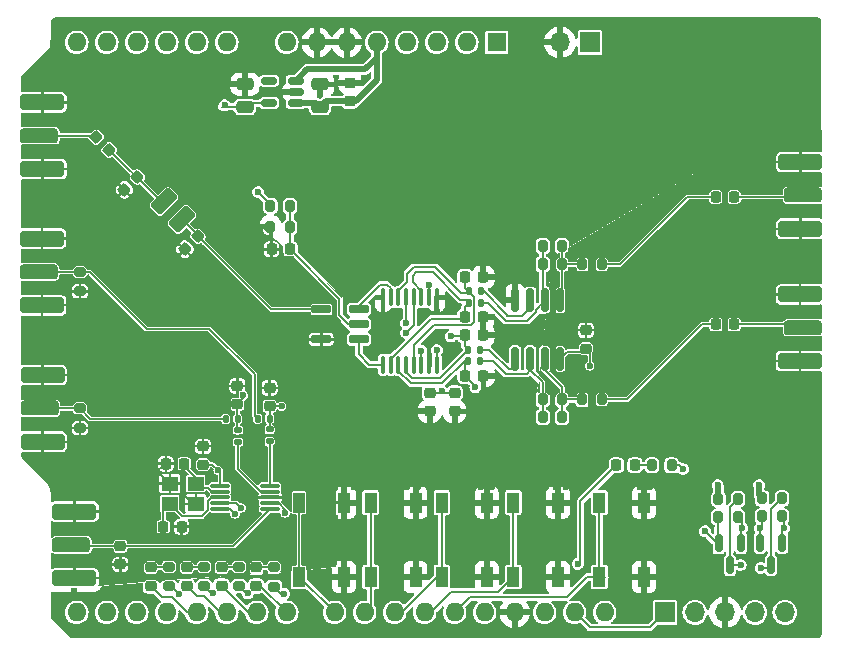
<source format=gbr>
%TF.GenerationSoftware,KiCad,Pcbnew,8.0.6*%
%TF.CreationDate,2025-07-28T17:23:45+02:00*%
%TF.ProjectId,PhaseLoom,50686173-654c-46f6-9f6d-2e6b69636164,rev?*%
%TF.SameCoordinates,Original*%
%TF.FileFunction,Copper,L1,Top*%
%TF.FilePolarity,Positive*%
%FSLAX46Y46*%
G04 Gerber Fmt 4.6, Leading zero omitted, Abs format (unit mm)*
G04 Created by KiCad (PCBNEW 8.0.6) date 2025-07-28 17:23:45*
%MOMM*%
%LPD*%
G01*
G04 APERTURE LIST*
G04 Aperture macros list*
%AMRoundRect*
0 Rectangle with rounded corners*
0 $1 Rounding radius*
0 $2 $3 $4 $5 $6 $7 $8 $9 X,Y pos of 4 corners*
0 Add a 4 corners polygon primitive as box body*
4,1,4,$2,$3,$4,$5,$6,$7,$8,$9,$2,$3,0*
0 Add four circle primitives for the rounded corners*
1,1,$1+$1,$2,$3*
1,1,$1+$1,$4,$5*
1,1,$1+$1,$6,$7*
1,1,$1+$1,$8,$9*
0 Add four rect primitives between the rounded corners*
20,1,$1+$1,$2,$3,$4,$5,0*
20,1,$1+$1,$4,$5,$6,$7,0*
20,1,$1+$1,$6,$7,$8,$9,0*
20,1,$1+$1,$8,$9,$2,$3,0*%
G04 Aperture macros list end*
%TA.AperFunction,SMDPad,CuDef*%
%ADD10RoundRect,0.200000X0.200000X0.275000X-0.200000X0.275000X-0.200000X-0.275000X0.200000X-0.275000X0*%
%TD*%
%TA.AperFunction,SMDPad,CuDef*%
%ADD11RoundRect,0.225000X0.225000X0.250000X-0.225000X0.250000X-0.225000X-0.250000X0.225000X-0.250000X0*%
%TD*%
%TA.AperFunction,SMDPad,CuDef*%
%ADD12RoundRect,0.150000X0.512500X0.150000X-0.512500X0.150000X-0.512500X-0.150000X0.512500X-0.150000X0*%
%TD*%
%TA.AperFunction,SMDPad,CuDef*%
%ADD13RoundRect,0.250000X0.475000X-0.250000X0.475000X0.250000X-0.475000X0.250000X-0.475000X-0.250000X0*%
%TD*%
%TA.AperFunction,SMDPad,CuDef*%
%ADD14RoundRect,0.150000X-0.150000X0.587500X-0.150000X-0.587500X0.150000X-0.587500X0.150000X0.587500X0*%
%TD*%
%TA.AperFunction,SMDPad,CuDef*%
%ADD15RoundRect,0.218750X0.256250X-0.218750X0.256250X0.218750X-0.256250X0.218750X-0.256250X-0.218750X0*%
%TD*%
%TA.AperFunction,SMDPad,CuDef*%
%ADD16RoundRect,0.200000X0.275000X-0.200000X0.275000X0.200000X-0.275000X0.200000X-0.275000X-0.200000X0*%
%TD*%
%TA.AperFunction,SMDPad,CuDef*%
%ADD17R,1.000000X1.700000*%
%TD*%
%TA.AperFunction,SMDPad,CuDef*%
%ADD18RoundRect,0.250000X-1.350000X0.385000X-1.350000X-0.385000X1.350000X-0.385000X1.350000X0.385000X0*%
%TD*%
%TA.AperFunction,SMDPad,CuDef*%
%ADD19RoundRect,0.250000X-1.600000X0.425000X-1.600000X-0.425000X1.600000X-0.425000X1.600000X0.425000X0*%
%TD*%
%TA.AperFunction,SMDPad,CuDef*%
%ADD20RoundRect,0.087500X-0.725000X-0.087500X0.725000X-0.087500X0.725000X0.087500X-0.725000X0.087500X0*%
%TD*%
%TA.AperFunction,SMDPad,CuDef*%
%ADD21RoundRect,0.225000X0.017678X-0.335876X0.335876X-0.017678X-0.017678X0.335876X-0.335876X0.017678X0*%
%TD*%
%TA.AperFunction,ComponentPad*%
%ADD22R,1.700000X1.700000*%
%TD*%
%TA.AperFunction,ComponentPad*%
%ADD23O,1.700000X1.700000*%
%TD*%
%TA.AperFunction,SMDPad,CuDef*%
%ADD24RoundRect,0.250000X-0.866206X-0.335876X-0.335876X-0.866206X0.866206X0.335876X0.335876X0.866206X0*%
%TD*%
%TA.AperFunction,SMDPad,CuDef*%
%ADD25RoundRect,0.200000X-0.275000X0.200000X-0.275000X-0.200000X0.275000X-0.200000X0.275000X0.200000X0*%
%TD*%
%TA.AperFunction,SMDPad,CuDef*%
%ADD26RoundRect,0.135000X0.135000X0.185000X-0.135000X0.185000X-0.135000X-0.185000X0.135000X-0.185000X0*%
%TD*%
%TA.AperFunction,SMDPad,CuDef*%
%ADD27RoundRect,0.150000X-0.150000X0.825000X-0.150000X-0.825000X0.150000X-0.825000X0.150000X0.825000X0*%
%TD*%
%TA.AperFunction,SMDPad,CuDef*%
%ADD28RoundRect,0.200000X-0.200000X-0.275000X0.200000X-0.275000X0.200000X0.275000X-0.200000X0.275000X0*%
%TD*%
%TA.AperFunction,SMDPad,CuDef*%
%ADD29RoundRect,0.100000X-0.100000X0.637500X-0.100000X-0.637500X0.100000X-0.637500X0.100000X0.637500X0*%
%TD*%
%TA.AperFunction,SMDPad,CuDef*%
%ADD30RoundRect,0.190000X-0.635000X-0.190000X0.635000X-0.190000X0.635000X0.190000X-0.635000X0.190000X0*%
%TD*%
%TA.AperFunction,SMDPad,CuDef*%
%ADD31R,1.400000X1.200000*%
%TD*%
%TA.AperFunction,SMDPad,CuDef*%
%ADD32RoundRect,0.135000X-0.135000X-0.185000X0.135000X-0.185000X0.135000X0.185000X-0.135000X0.185000X0*%
%TD*%
%TA.AperFunction,SMDPad,CuDef*%
%ADD33RoundRect,0.218750X-0.218750X-0.256250X0.218750X-0.256250X0.218750X0.256250X-0.218750X0.256250X0*%
%TD*%
%TA.AperFunction,SMDPad,CuDef*%
%ADD34RoundRect,0.225000X0.250000X-0.225000X0.250000X0.225000X-0.250000X0.225000X-0.250000X-0.225000X0*%
%TD*%
%TA.AperFunction,SMDPad,CuDef*%
%ADD35RoundRect,0.225000X-0.225000X-0.250000X0.225000X-0.250000X0.225000X0.250000X-0.225000X0.250000X0*%
%TD*%
%TA.AperFunction,SMDPad,CuDef*%
%ADD36RoundRect,0.225000X-0.335876X-0.017678X-0.017678X-0.335876X0.335876X0.017678X0.017678X0.335876X0*%
%TD*%
%TA.AperFunction,SMDPad,CuDef*%
%ADD37RoundRect,0.225000X-0.250000X0.225000X-0.250000X-0.225000X0.250000X-0.225000X0.250000X0.225000X0*%
%TD*%
%TA.AperFunction,SMDPad,CuDef*%
%ADD38RoundRect,0.135000X0.185000X-0.135000X0.185000X0.135000X-0.185000X0.135000X-0.185000X-0.135000X0*%
%TD*%
%TA.AperFunction,SMDPad,CuDef*%
%ADD39RoundRect,0.250000X1.350000X-0.385000X1.350000X0.385000X-1.350000X0.385000X-1.350000X-0.385000X0*%
%TD*%
%TA.AperFunction,SMDPad,CuDef*%
%ADD40RoundRect,0.250000X1.600000X-0.425000X1.600000X0.425000X-1.600000X0.425000X-1.600000X-0.425000X0*%
%TD*%
%TA.AperFunction,ComponentPad*%
%ADD41R,1.600000X1.600000*%
%TD*%
%TA.AperFunction,ComponentPad*%
%ADD42O,1.600000X1.600000*%
%TD*%
%TA.AperFunction,ViaPad*%
%ADD43C,0.600000*%
%TD*%
%TA.AperFunction,Conductor*%
%ADD44C,0.200000*%
%TD*%
%TA.AperFunction,Conductor*%
%ADD45C,0.500000*%
%TD*%
%TA.AperFunction,Conductor*%
%ADD46C,0.199400*%
%TD*%
G04 APERTURE END LIST*
D10*
%TO.P,R18,1*%
%TO.N,Net-(R15-Pad1)*%
X169100000Y-106400000D03*
%TO.P,R18,2*%
%TO.N,Net-(U2A--)*%
X167450000Y-106400000D03*
%TD*%
D11*
%TO.P,C2,1*%
%TO.N,Net-(T1-SC)*%
X146050000Y-106680000D03*
%TO.P,C2,2*%
%TO.N,GND*%
X144500000Y-106680000D03*
%TD*%
D12*
%TO.P,U5,1,VIN*%
%TO.N,+5V*%
X146552500Y-94294999D03*
%TO.P,U5,2,GND*%
%TO.N,GND*%
X146552500Y-93345000D03*
%TO.P,U5,3,EN*%
%TO.N,+5V*%
X146552500Y-92395001D03*
%TO.P,U5,4,NC*%
%TO.N,unconnected-(U5-NC-Pad4)*%
X144277500Y-92395001D03*
%TO.P,U5,5,VOUT*%
%TO.N,+3V3*%
X144277500Y-94294999D03*
%TD*%
D11*
%TO.P,C7,1*%
%TO.N,GND*%
X162407600Y-112420400D03*
%TO.P,C7,2*%
%TO.N,/I-*%
X160857600Y-112420400D03*
%TD*%
D13*
%TO.P,C12,1*%
%TO.N,+3V3*%
X142240000Y-94609998D03*
%TO.P,C12,2*%
%TO.N,GND*%
X142240000Y-92710000D03*
%TD*%
D14*
%TO.P,Q1,1,G*%
%TO.N,+3V3*%
X187741600Y-131525799D03*
%TO.P,Q1,2,S*%
%TO.N,Net-(Q1-S)*%
X185841600Y-131525799D03*
%TO.P,Q1,3,D*%
%TO.N,/SCL_5V*%
X186791600Y-133400800D03*
%TD*%
D15*
%TO.P,D2,1,K*%
%TO.N,USRLED3*%
X140258800Y-135179002D03*
%TO.P,D2,2,A*%
%TO.N,Net-(D2-A)*%
X140258800Y-133604000D03*
%TD*%
D16*
%TO.P,R14,1*%
%TO.N,GND*%
X128270000Y-121792000D03*
%TO.P,R14,2*%
%TO.N,Net-(J5-In)*%
X128270000Y-120142000D03*
%TD*%
D17*
%TO.P,SW5,1,1*%
%TO.N,USR5*%
X146822000Y-134416800D03*
X146822000Y-128116802D03*
%TO.P,SW5,2,2*%
%TO.N,GND*%
X150622000Y-134416800D03*
X150622000Y-128116802D03*
%TD*%
D10*
%TO.P,R1,1*%
%TO.N,Net-(T1-SC)*%
X146049000Y-102997000D03*
%TO.P,R1,2*%
%TO.N,+3V3*%
X144399000Y-102997000D03*
%TD*%
D18*
%TO.P,J3,1,In*%
%TO.N,Net-(J3-In)*%
X127547699Y-131699000D03*
D19*
%TO.P,J3,2,Ext*%
%TO.N,GND*%
X127797699Y-134524000D03*
X127797699Y-128874000D03*
%TD*%
D20*
%TO.P,U3,1,VDD*%
%TO.N,+3V3*%
X140147402Y-126680398D03*
%TO.P,U3,2,XA*%
%TO.N,Net-(U3-XA)*%
X140147402Y-127180399D03*
%TO.P,U3,3,XB*%
%TO.N,Net-(U3-XB)*%
X140147402Y-127680398D03*
%TO.P,U3,4,SCL*%
%TO.N,Net-(Q1-S)*%
X140147402Y-128180397D03*
%TO.P,U3,5,SDA*%
%TO.N,Net-(Q2-S)*%
X140147402Y-128680398D03*
%TO.P,U3,6,CLK2*%
%TO.N,Net-(J3-In)*%
X144372402Y-128680398D03*
%TO.P,U3,7,VDDO*%
%TO.N,+3V3*%
X144372402Y-128180397D03*
%TO.P,U3,8,GND*%
%TO.N,GND*%
X144372402Y-127680398D03*
%TO.P,U3,9,CLK1*%
%TO.N,Net-(U3-CLK1)*%
X144372402Y-127180399D03*
%TO.P,U3,10,CLK0*%
%TO.N,Net-(U3-CLK0)*%
X144372402Y-126680398D03*
%TD*%
D16*
%TO.P,R13,1*%
%TO.N,GND*%
X128270000Y-110235000D03*
%TO.P,R13,2*%
%TO.N,Net-(J8-In)*%
X128270000Y-108585000D03*
%TD*%
D11*
%TO.P,C6,1*%
%TO.N,GND*%
X162433000Y-117373400D03*
%TO.P,C6,2*%
%TO.N,/Q-*%
X160883000Y-117373400D03*
%TD*%
D21*
%TO.P,C17,1*%
%TO.N,GND*%
X137160000Y-106680000D03*
%TO.P,C17,2*%
%TO.N,Net-(T1-AA)*%
X138256016Y-105583984D03*
%TD*%
D22*
%TO.P,J2,1,Pin_1*%
%TO.N,/SDA_5V*%
X177800000Y-137414000D03*
D23*
%TO.P,J2,2,Pin_2*%
%TO.N,/SCL_5V*%
X180340000Y-137414000D03*
%TO.P,J2,3,Pin_3*%
%TO.N,GND*%
X182879999Y-137414000D03*
%TO.P,J2,4,Pin_4*%
%TO.N,+3V3*%
X185420000Y-137414000D03*
%TO.P,J2,5,Pin_5*%
%TO.N,+5V*%
X187960000Y-137414000D03*
%TD*%
D17*
%TO.P,SW1,1,1*%
%TO.N,USR1*%
X172242400Y-134417199D03*
X172242400Y-128117201D03*
%TO.P,SW1,2,2*%
%TO.N,GND*%
X176042400Y-134417199D03*
X176042400Y-128117201D03*
%TD*%
D24*
%TO.P,L1,1*%
%TO.N,Net-(C1-Pad2)*%
X135383860Y-102619720D03*
%TO.P,L1,2*%
%TO.N,Net-(T1-AA)*%
X136904140Y-104140000D03*
%TD*%
D25*
%TO.P,R25,1*%
%TO.N,Net-(D3-A)*%
X138785600Y-133553200D03*
%TO.P,R25,2*%
%TO.N,+3V3*%
X138785600Y-135203200D03*
%TD*%
D18*
%TO.P,J5,1,In*%
%TO.N,Net-(J5-In)*%
X124850000Y-120142000D03*
D19*
%TO.P,J5,2,Ext*%
%TO.N,GND*%
X125100000Y-122967000D03*
X125100000Y-117317000D03*
%TD*%
D26*
%TO.P,R11,1*%
%TO.N,/CLK1*%
X141632400Y-121031000D03*
%TO.P,R11,2*%
%TO.N,Net-(J5-In)*%
X140612400Y-121031000D03*
%TD*%
D21*
%TO.P,C16,1*%
%TO.N,GND*%
X132039992Y-101640008D03*
%TO.P,C16,2*%
%TO.N,Net-(C1-Pad2)*%
X133136008Y-100543992D03*
%TD*%
D27*
%TO.P,U2,1*%
%TO.N,Net-(R15-Pad1)*%
X168935400Y-111001000D03*
%TO.P,U2,2,-*%
%TO.N,Net-(U2A--)*%
X167665400Y-111001000D03*
%TO.P,U2,3,+*%
%TO.N,Net-(U2A-+)*%
X166395400Y-111001000D03*
%TO.P,U2,4,V-*%
%TO.N,GND*%
X165125400Y-111001000D03*
%TO.P,U2,5,+*%
%TO.N,Net-(U2B-+)*%
X165125400Y-115951000D03*
%TO.P,U2,6,-*%
%TO.N,Net-(U2B--)*%
X166395400Y-115951000D03*
%TO.P,U2,7*%
%TO.N,Net-(R16-Pad1)*%
X167665400Y-115951000D03*
%TO.P,U2,8,V+*%
%TO.N,+3V3*%
X168935400Y-115951000D03*
%TD*%
D25*
%TO.P,R23,1*%
%TO.N,Net-(D1-A)*%
X144678400Y-133579600D03*
%TO.P,R23,2*%
%TO.N,+3V3*%
X144678400Y-135229600D03*
%TD*%
D28*
%TO.P,R15,1*%
%TO.N,Net-(R15-Pad1)*%
X170815000Y-107950000D03*
%TO.P,R15,2*%
%TO.N,Net-(C15-Pad1)*%
X172465000Y-107950000D03*
%TD*%
D17*
%TO.P,SW2,1,1*%
%TO.N,USR2*%
X164957600Y-134416800D03*
X164957600Y-128116802D03*
%TO.P,SW2,2,2*%
%TO.N,GND*%
X168757600Y-134416800D03*
X168757600Y-128116802D03*
%TD*%
D29*
%TO.P,U4,1,1~{OE}*%
%TO.N,GND*%
X158485000Y-110726300D03*
%TO.P,U4,2,S1*%
%TO.N,/CLK1*%
X157835000Y-110726300D03*
%TO.P,U4,3,1B4*%
%TO.N,/I-*%
X157185000Y-110726300D03*
%TO.P,U4,4,1B3*%
%TO.N,/Q-*%
X156535000Y-110726300D03*
%TO.P,U4,5,1B2*%
%TO.N,/Q+*%
X155885000Y-110726300D03*
%TO.P,U4,6,1B1*%
%TO.N,/I+*%
X155235000Y-110726300D03*
%TO.P,U4,7,1A*%
%TO.N,/RF+*%
X154585000Y-110726300D03*
%TO.P,U4,8,GND*%
%TO.N,GND*%
X153935000Y-110726300D03*
%TO.P,U4,9,2A*%
%TO.N,/RF-*%
X153935000Y-116451300D03*
%TO.P,U4,10,2B1*%
%TO.N,/I-*%
X154585000Y-116451300D03*
%TO.P,U4,11,2B2*%
%TO.N,/Q-*%
X155235000Y-116451300D03*
%TO.P,U4,12,2B3*%
%TO.N,/Q+*%
X155885000Y-116451300D03*
%TO.P,U4,13,2B4*%
%TO.N,/I+*%
X156535000Y-116451300D03*
%TO.P,U4,14,S0*%
%TO.N,/CLK0*%
X157185000Y-116451300D03*
%TO.P,U4,15,2~{OE}*%
%TO.N,GND*%
X157835000Y-116451300D03*
%TO.P,U4,16,VCC*%
%TO.N,+3V3*%
X158485000Y-116451300D03*
%TD*%
D26*
%TO.P,R12,1*%
%TO.N,/CLK0*%
X144324800Y-121005600D03*
%TO.P,R12,2*%
%TO.N,Net-(J8-In)*%
X143304800Y-121005600D03*
%TD*%
D30*
%TO.P,T1,1,SB*%
%TO.N,/RF+*%
X151892000Y-111760000D03*
%TO.P,T1,2,SC*%
%TO.N,Net-(T1-SC)*%
X151892000Y-113030000D03*
%TO.P,T1,3,SA*%
%TO.N,/RF-*%
X151892000Y-114300000D03*
%TO.P,T1,4,AB*%
%TO.N,GND*%
X148712000Y-114300000D03*
%TO.P,T1,5,AA*%
%TO.N,Net-(T1-AA)*%
X148712000Y-111760000D03*
%TD*%
D31*
%TO.P,Y1,1,1*%
%TO.N,Net-(U3-XB)*%
X135879903Y-128209400D03*
%TO.P,Y1,2,2*%
%TO.N,GND*%
X138079903Y-128209400D03*
%TO.P,Y1,3,3*%
%TO.N,Net-(U3-XA)*%
X138079903Y-126509400D03*
%TO.P,Y1,4,4*%
%TO.N,GND*%
X135879903Y-126509400D03*
%TD*%
D32*
%TO.P,R21,1*%
%TO.N,/I-*%
X161188400Y-111201200D03*
%TO.P,R21,2*%
%TO.N,Net-(U2A--)*%
X162208398Y-111201200D03*
%TD*%
D10*
%TO.P,R3,1*%
%TO.N,Net-(R16-Pad1)*%
X169100000Y-119380000D03*
%TO.P,R3,2*%
%TO.N,Net-(U2B--)*%
X167450000Y-119380000D03*
%TD*%
D17*
%TO.P,SW4,1,1*%
%TO.N,USR4*%
X152887600Y-134417199D03*
X152887600Y-128117201D03*
%TO.P,SW4,2,2*%
%TO.N,GND*%
X156687600Y-134417199D03*
X156687600Y-128117201D03*
%TD*%
D33*
%TO.P,D5,1,K*%
%TO.N,USRLED5*%
X173684998Y-124968000D03*
%TO.P,D5,2,A*%
%TO.N,Net-(D5-A)*%
X175260000Y-124968000D03*
%TD*%
D34*
%TO.P,C14,1*%
%TO.N,+5V*%
X151130000Y-94120000D03*
%TO.P,C14,2*%
%TO.N,GND*%
X151130000Y-92570000D03*
%TD*%
D32*
%TO.P,R19,1*%
%TO.N,/Q-*%
X161159000Y-116128800D03*
%TO.P,R19,2*%
%TO.N,Net-(U2B--)*%
X162179000Y-116128800D03*
%TD*%
D25*
%TO.P,R24,1*%
%TO.N,Net-(D2-A)*%
X141732000Y-133553200D03*
%TO.P,R24,2*%
%TO.N,+3V3*%
X141732000Y-135203200D03*
%TD*%
D32*
%TO.P,R20,1*%
%TO.N,/Q+*%
X161161000Y-115163600D03*
%TO.P,R20,2*%
%TO.N,Net-(U2B-+)*%
X162181000Y-115163600D03*
%TD*%
D11*
%TO.P,C5,1*%
%TO.N,GND*%
X162420600Y-113919000D03*
%TO.P,C5,2*%
%TO.N,/Q+*%
X160870600Y-113919000D03*
%TD*%
D34*
%TO.P,C19,1*%
%TO.N,/CLK1*%
X141605000Y-119787000D03*
%TO.P,C19,2*%
%TO.N,GND*%
X141605000Y-118237000D03*
%TD*%
D35*
%TO.P,C13,1*%
%TO.N,Net-(C13-Pad1)*%
X182105000Y-113030000D03*
%TO.P,C13,2*%
%TO.N,Net-(J4-In)*%
X183655000Y-113030000D03*
%TD*%
D18*
%TO.P,J8,1,In*%
%TO.N,Net-(J8-In)*%
X124804500Y-108585000D03*
D19*
%TO.P,J8,2,Ext*%
%TO.N,GND*%
X125054500Y-111410000D03*
X125054500Y-105760000D03*
%TD*%
D28*
%TO.P,R27,1*%
%TO.N,Net-(D5-A)*%
X176708800Y-124968000D03*
%TO.P,R27,2*%
%TO.N,+3V3*%
X178358800Y-124968000D03*
%TD*%
D25*
%TO.P,R26,1*%
%TO.N,Net-(D4-A)*%
X135788400Y-133553200D03*
%TO.P,R26,2*%
%TO.N,+3V3*%
X135788400Y-135203200D03*
%TD*%
D15*
%TO.P,D4,1,K*%
%TO.N,USRLED1*%
X134264400Y-135178800D03*
%TO.P,D4,2,A*%
%TO.N,Net-(D4-A)*%
X134264400Y-133603798D03*
%TD*%
D17*
%TO.P,SW3,1,1*%
%TO.N,USR3*%
X158912400Y-134416800D03*
X158912400Y-128116802D03*
%TO.P,SW3,2,2*%
%TO.N,GND*%
X162712400Y-134416800D03*
X162712400Y-128116802D03*
%TD*%
D36*
%TO.P,C1,1*%
%TO.N,Net-(J7-In)*%
X129651992Y-97151992D03*
%TO.P,C1,2*%
%TO.N,Net-(C1-Pad2)*%
X130748008Y-98248008D03*
%TD*%
D37*
%TO.P,C10,1*%
%TO.N,GND*%
X171100000Y-113525000D03*
%TO.P,C10,2*%
%TO.N,+3V3*%
X171100000Y-115075000D03*
%TD*%
D14*
%TO.P,Q2,1,G*%
%TO.N,+3V3*%
X184246600Y-131555798D03*
%TO.P,Q2,2,S*%
%TO.N,Net-(Q2-S)*%
X182346600Y-131555798D03*
%TO.P,Q2,3,D*%
%TO.N,/SDA_5V*%
X183296600Y-133430799D03*
%TD*%
D35*
%TO.P,C15,1*%
%TO.N,Net-(C15-Pad1)*%
X182105000Y-102235000D03*
%TO.P,C15,2*%
%TO.N,Net-(J6-In)*%
X183655000Y-102235000D03*
%TD*%
D32*
%TO.P,R22,1*%
%TO.N,/I+*%
X161186400Y-110236000D03*
%TO.P,R22,2*%
%TO.N,Net-(U2A-+)*%
X162206400Y-110236000D03*
%TD*%
D28*
%TO.P,R8,1*%
%TO.N,Net-(Q1-S)*%
X186027600Y-129290599D03*
%TO.P,R8,2*%
%TO.N,+3V3*%
X187677600Y-129290599D03*
%TD*%
D10*
%TO.P,R4,1*%
%TO.N,Net-(R15-Pad1)*%
X169100000Y-107950000D03*
%TO.P,R4,2*%
%TO.N,Net-(U2A--)*%
X167450000Y-107950000D03*
%TD*%
%TO.P,R10,1*%
%TO.N,/SDA_5V*%
X183982400Y-127817399D03*
%TO.P,R10,2*%
%TO.N,+5V*%
X182332400Y-127817399D03*
%TD*%
D22*
%TO.P,J1,1,Pin_1*%
%TO.N,+3V3*%
X171450000Y-89154000D03*
D23*
%TO.P,J1,2,Pin_2*%
%TO.N,GND*%
X168910000Y-89154000D03*
%TD*%
D28*
%TO.P,R16,1*%
%TO.N,Net-(R16-Pad1)*%
X170816000Y-119380000D03*
%TO.P,R16,2*%
%TO.N,Net-(C13-Pad1)*%
X172466000Y-119380000D03*
%TD*%
%TO.P,R7,1*%
%TO.N,Net-(Q2-S)*%
X182319200Y-129341399D03*
%TO.P,R7,2*%
%TO.N,+3V3*%
X183969200Y-129341399D03*
%TD*%
D35*
%TO.P,C8,1*%
%TO.N,Net-(U3-XB)*%
X135328902Y-130153399D03*
%TO.P,C8,2*%
%TO.N,GND*%
X136878902Y-130153399D03*
%TD*%
D15*
%TO.P,D3,1,K*%
%TO.N,USRLED2*%
X137312400Y-135179002D03*
%TO.P,D3,2,A*%
%TO.N,Net-(D3-A)*%
X137312400Y-133604000D03*
%TD*%
D37*
%TO.P,C21,1*%
%TO.N,GND*%
X138700000Y-123350000D03*
%TO.P,C21,2*%
%TO.N,+3V3*%
X138700000Y-124900000D03*
%TD*%
D15*
%TO.P,D1,1,K*%
%TO.N,USRLED4*%
X143205200Y-135179002D03*
%TO.P,D1,2,A*%
%TO.N,Net-(D1-A)*%
X143205200Y-133604000D03*
%TD*%
D10*
%TO.P,R17,1*%
%TO.N,Net-(R16-Pad1)*%
X169100000Y-120900000D03*
%TO.P,R17,2*%
%TO.N,Net-(U2B--)*%
X167450000Y-120900000D03*
%TD*%
D34*
%TO.P,C22,1*%
%TO.N,GND*%
X160000000Y-120400000D03*
%TO.P,C22,2*%
%TO.N,+3V3*%
X160000000Y-118850000D03*
%TD*%
D11*
%TO.P,C9,1*%
%TO.N,Net-(U3-XA)*%
X137091402Y-124819399D03*
%TO.P,C9,2*%
%TO.N,GND*%
X135541402Y-124819399D03*
%TD*%
D13*
%TO.P,C11,1*%
%TO.N,+5V*%
X148590000Y-94615000D03*
%TO.P,C11,2*%
%TO.N,GND*%
X148590000Y-92715002D03*
%TD*%
D11*
%TO.P,C4,1*%
%TO.N,GND*%
X162420600Y-109016800D03*
%TO.P,C4,2*%
%TO.N,/I+*%
X160870600Y-109016800D03*
%TD*%
D18*
%TO.P,J7,1,In*%
%TO.N,Net-(J7-In)*%
X124841000Y-97053400D03*
D19*
%TO.P,J7,2,Ext*%
%TO.N,GND*%
X125091000Y-99878400D03*
X125091000Y-94228400D03*
%TD*%
D38*
%TO.P,R6,1*%
%TO.N,Net-(U3-CLK1)*%
X141630400Y-122988800D03*
%TO.P,R6,2*%
%TO.N,/CLK1*%
X141630400Y-121968800D03*
%TD*%
D37*
%TO.P,C3,1*%
%TO.N,+3V3*%
X157886400Y-118846000D03*
%TO.P,C3,2*%
%TO.N,GND*%
X157886400Y-120396000D03*
%TD*%
D34*
%TO.P,C18,1*%
%TO.N,/CLK0*%
X144322800Y-119951800D03*
%TO.P,C18,2*%
%TO.N,GND*%
X144322800Y-118401800D03*
%TD*%
D10*
%TO.P,R9,1*%
%TO.N,/SCL_5V*%
X187690800Y-127766599D03*
%TO.P,R9,2*%
%TO.N,+5V*%
X186040800Y-127766599D03*
%TD*%
D38*
%TO.P,R5,1*%
%TO.N,Net-(U3-CLK0)*%
X144322800Y-122938000D03*
%TO.P,R5,2*%
%TO.N,/CLK0*%
X144322800Y-121918000D03*
%TD*%
D39*
%TO.P,J4,1,In*%
%TO.N,Net-(J4-In)*%
X189495100Y-113309400D03*
D40*
%TO.P,J4,2,Ext*%
%TO.N,GND*%
X189245100Y-110484400D03*
X189245100Y-116134400D03*
%TD*%
D39*
%TO.P,J6,1,In*%
%TO.N,Net-(J6-In)*%
X189520500Y-102108000D03*
D40*
%TO.P,J6,2,Ext*%
%TO.N,GND*%
X189270500Y-99283000D03*
X189270500Y-104933000D03*
%TD*%
D37*
%TO.P,C20,1*%
%TO.N,Net-(J3-In)*%
X131699000Y-131800000D03*
%TO.P,C20,2*%
%TO.N,GND*%
X131699000Y-133350000D03*
%TD*%
D28*
%TO.P,R2,1*%
%TO.N,GND*%
X144400000Y-104775000D03*
%TO.P,R2,2*%
%TO.N,Net-(T1-SC)*%
X146050000Y-104775000D03*
%TD*%
D41*
%TO.P,A1,1,NC*%
%TO.N,unconnected-(A1-NC-Pad1)*%
X163550600Y-89154000D03*
D42*
%TO.P,A1,2,IOREF*%
%TO.N,unconnected-(A1-IOREF-Pad2)*%
X161010600Y-89154000D03*
%TO.P,A1,3,~{RESET}*%
%TO.N,unconnected-(A1-~{RESET}-Pad3)*%
X158470601Y-89154000D03*
%TO.P,A1,4,3V3*%
%TO.N,unconnected-(A1-3V3-Pad4)*%
X155930600Y-89154000D03*
%TO.P,A1,5,+5V*%
%TO.N,+5V*%
X153390600Y-89154000D03*
%TO.P,A1,6,GND*%
%TO.N,GND*%
X150850600Y-89154000D03*
%TO.P,A1,7,GND*%
X148310600Y-89154000D03*
%TO.P,A1,8,VIN*%
%TO.N,unconnected-(A1-VIN-Pad8)*%
X145770599Y-89154000D03*
%TO.P,A1,9,A0*%
%TO.N,unconnected-(A1-A0-Pad9)*%
X140690600Y-89154000D03*
%TO.P,A1,10,A1*%
%TO.N,unconnected-(A1-A1-Pad10)*%
X138150600Y-89154000D03*
%TO.P,A1,11,A2*%
%TO.N,unconnected-(A1-A2-Pad11)*%
X135610601Y-89154000D03*
%TO.P,A1,12,A3*%
%TO.N,unconnected-(A1-A3-Pad12)*%
X133070600Y-89154000D03*
%TO.P,A1,13,SDA/A4*%
%TO.N,unconnected-(A1-SDA{slash}A4-Pad13)*%
X130530600Y-89154000D03*
%TO.P,A1,14,SCL/A5*%
%TO.N,unconnected-(A1-SCL{slash}A5-Pad14)*%
X127990600Y-89154000D03*
%TO.P,A1,15,D0/RX*%
%TO.N,unconnected-(A1-D0{slash}RX-Pad15)*%
X127990600Y-137414000D03*
%TO.P,A1,16,D1/TX*%
%TO.N,unconnected-(A1-D1{slash}TX-Pad16)*%
X130530600Y-137414000D03*
%TO.P,A1,17,D2*%
%TO.N,unconnected-(A1-D2-Pad17)*%
X133070600Y-137414000D03*
%TO.P,A1,18,D3*%
%TO.N,unconnected-(A1-D3-Pad18)*%
X135610600Y-137414000D03*
%TO.P,A1,19,D4*%
%TO.N,USRLED1*%
X138150600Y-137414000D03*
%TO.P,A1,20,D5*%
%TO.N,USRLED2*%
X140690600Y-137414000D03*
%TO.P,A1,21,D6*%
%TO.N,USRLED3*%
X143230600Y-137414000D03*
%TO.P,A1,22,D7*%
%TO.N,USRLED4*%
X145770600Y-137414000D03*
%TO.P,A1,23,D8*%
%TO.N,USR5*%
X149830600Y-137414000D03*
%TO.P,A1,24,D9*%
%TO.N,USR4*%
X152370600Y-137414000D03*
%TO.P,A1,25,D10*%
%TO.N,USR3*%
X154910600Y-137414000D03*
%TO.P,A1,26,D11*%
%TO.N,USR2*%
X157450600Y-137414000D03*
%TO.P,A1,27,D12*%
%TO.N,USR1*%
X159990600Y-137414000D03*
%TO.P,A1,28,D13*%
%TO.N,USRLED5*%
X162530600Y-137414000D03*
%TO.P,A1,29,GND*%
%TO.N,GND*%
X165070600Y-137414000D03*
%TO.P,A1,30,AREF*%
%TO.N,unconnected-(A1-AREF-Pad30)*%
X167610600Y-137414000D03*
%TO.P,A1,31,SDA/A4*%
%TO.N,/SDA_5V*%
X170150600Y-137414000D03*
%TO.P,A1,32,SCL/A5*%
%TO.N,/SCL_5V*%
X172690600Y-137414000D03*
%TD*%
D43*
%TO.N,GND*%
X175387000Y-101447600D03*
X182854600Y-109118400D03*
X159715200Y-111379000D03*
X157276800Y-112217200D03*
X167792400Y-113766600D03*
X165176200Y-113766600D03*
X168325800Y-109194600D03*
X165125400Y-109194600D03*
X154965400Y-109220000D03*
X149834600Y-106705400D03*
X152349200Y-106730800D03*
X156006800Y-120523000D03*
X157556200Y-121894600D03*
X159994600Y-121894600D03*
X162534600Y-121970800D03*
X165074600Y-121970800D03*
X162509200Y-119405400D03*
X167614600Y-121945400D03*
X170180000Y-121945400D03*
X172720000Y-121945400D03*
X175158400Y-121920000D03*
X177800000Y-121920000D03*
X162585400Y-106654600D03*
X160045400Y-106730800D03*
X157454600Y-106730800D03*
X154940000Y-106730800D03*
X154940000Y-104063800D03*
X172542200Y-111810800D03*
X172542200Y-109118400D03*
X175209200Y-109118400D03*
X175209200Y-111810800D03*
X137160000Y-91287600D03*
X139700000Y-93802200D03*
X132029200Y-91287600D03*
X134569200Y-93802200D03*
X139700000Y-91313000D03*
X137160000Y-93802200D03*
X134569200Y-91313000D03*
X132029200Y-93802200D03*
X170256200Y-96494600D03*
X150215600Y-121437400D03*
X150215600Y-118592600D03*
X182880000Y-99034600D03*
X185420000Y-104114600D03*
X182880000Y-104089200D03*
X185420000Y-106654600D03*
X182880000Y-106629200D03*
X180340000Y-104089200D03*
X190500000Y-96545400D03*
X182880000Y-96520000D03*
X185420000Y-96520000D03*
X187960000Y-96545400D03*
X190500000Y-88925400D03*
X185420000Y-88900000D03*
X182880000Y-88874600D03*
X180340000Y-88900000D03*
X187960000Y-88900000D03*
X187960000Y-94005400D03*
X190500000Y-91516200D03*
X190500000Y-94005400D03*
X187960000Y-91490800D03*
X167640000Y-93929200D03*
X132029200Y-134620000D03*
X134620000Y-124460000D03*
X134620000Y-127050800D03*
X132003800Y-129616200D03*
X157480000Y-104063800D03*
X129565400Y-119329200D03*
X132003800Y-121920000D03*
X129514600Y-114300000D03*
X126974600Y-114300000D03*
X124358400Y-114300000D03*
X134620000Y-121920000D03*
X132003800Y-124536200D03*
X132003800Y-127050800D03*
X132003800Y-119329200D03*
X132029200Y-114300000D03*
X132003800Y-116814600D03*
X134645400Y-114300000D03*
X137185400Y-114300000D03*
X134645400Y-111785400D03*
X137185400Y-111810800D03*
X134620000Y-116814600D03*
X137160000Y-119329200D03*
X137160000Y-116840000D03*
X134620000Y-119329200D03*
X157429200Y-91414600D03*
X159969200Y-93929200D03*
X159969200Y-91440000D03*
X157429200Y-93929200D03*
X165100000Y-91440000D03*
X162560000Y-93929200D03*
X162560000Y-91414600D03*
X165100000Y-93929200D03*
X162585400Y-104140000D03*
X167640000Y-104063800D03*
X167614600Y-101447600D03*
X165201600Y-104063800D03*
X185496200Y-116890800D03*
X182956200Y-116865400D03*
X182956200Y-119380000D03*
X185496200Y-119380000D03*
X177800000Y-119405400D03*
X180340000Y-119405400D03*
X180340000Y-116916200D03*
X175209200Y-116814600D03*
X175209200Y-114325400D03*
X180365400Y-111836200D03*
X177825400Y-111810800D03*
X177825400Y-114325400D03*
X180365400Y-106629200D03*
X177825400Y-109118400D03*
X177825400Y-106603800D03*
X180365400Y-109118400D03*
X175183800Y-91389200D03*
X175183800Y-93878400D03*
X172643800Y-93878400D03*
X172770800Y-98958400D03*
X170230800Y-101447600D03*
X170230800Y-98933000D03*
X172770800Y-101447600D03*
X177800000Y-99060000D03*
X180340000Y-96570800D03*
X180340000Y-99060000D03*
X177800000Y-96545400D03*
X185420000Y-93980000D03*
X182880000Y-91465400D03*
X185420000Y-91490800D03*
X182880000Y-93980000D03*
X177800000Y-93980000D03*
X180340000Y-93980000D03*
X180340000Y-91490800D03*
X177800000Y-91465400D03*
X159664400Y-115747800D03*
%TO.N,/Q-*%
X155879800Y-113741200D03*
X161747200Y-118338600D03*
%TO.N,/Q+*%
X155885000Y-112928402D03*
X159689800Y-114046000D03*
%TO.N,+5V*%
X185775600Y-126644400D03*
X182270400Y-126644400D03*
%TO.N,GND*%
X137184471Y-109498471D03*
X154990800Y-126796800D03*
X173786800Y-121107200D03*
X149758400Y-126796800D03*
X176530000Y-126796800D03*
X140181671Y-102894471D03*
X143412630Y-115726630D03*
X128981457Y-101295457D03*
X132080000Y-108839000D03*
X146710401Y-116484400D03*
X161340800Y-126796800D03*
X138477628Y-110791628D03*
X143306800Y-106019600D03*
X160477200Y-126796800D03*
X128016000Y-105714800D03*
X184249485Y-123750915D03*
X142085485Y-104798285D03*
X139571013Y-102283813D03*
X130505200Y-93980000D03*
X157784800Y-126796800D03*
X128320800Y-117297200D03*
X180187600Y-126796800D03*
X130274613Y-102588613D03*
X136296144Y-99008944D03*
X136979903Y-127359400D03*
X135721407Y-98434207D03*
X142766052Y-115080052D03*
X128016000Y-93980000D03*
X175666400Y-126796800D03*
X170383200Y-126796800D03*
X182345671Y-125654729D03*
X144119600Y-116484400D03*
X135891314Y-108205314D03*
X142113000Y-129667000D03*
X133817593Y-96530393D03*
X145084800Y-125425200D03*
X187352515Y-120647885D03*
X137866970Y-110180970D03*
X166878000Y-131216400D03*
X186741858Y-121258542D03*
X139663022Y-111977022D03*
X174802800Y-126796800D03*
X173990000Y-126796800D03*
X135110750Y-97823550D03*
X188316600Y-134075799D03*
X145084800Y-123240800D03*
X139088285Y-111402285D03*
X131913779Y-94626579D03*
X186486800Y-104952800D03*
X145897600Y-116484400D03*
X174599600Y-131216400D03*
X140309600Y-112623600D03*
X148488400Y-116484400D03*
X146100800Y-125425200D03*
X133206935Y-95919735D03*
X164134800Y-126796800D03*
X158496000Y-111861600D03*
X152400000Y-126796800D03*
X190449200Y-117652800D03*
X154127200Y-126796800D03*
X185470800Y-122529600D03*
X147456463Y-110220063D03*
X141474828Y-104187628D03*
X136573813Y-108887813D03*
X148793200Y-126796800D03*
X130885271Y-103199271D03*
X148031200Y-110794800D03*
X142660222Y-105373022D03*
X150215600Y-116484400D03*
X131267200Y-93980000D03*
X144946222Y-107709822D03*
X133363822Y-105677822D03*
X132524436Y-95237236D03*
X140766800Y-124155200D03*
X142951200Y-125374400D03*
X137631278Y-100344078D03*
X187927252Y-120073148D03*
X128727200Y-93980000D03*
X163169600Y-126796800D03*
X158648400Y-126796800D03*
X166776400Y-126796800D03*
X145592800Y-108356400D03*
X177495200Y-126796800D03*
X128334878Y-100648878D03*
X150622000Y-126796800D03*
X153568400Y-120548400D03*
X189227885Y-118874115D03*
X156921200Y-126796800D03*
X150000000Y-92600000D03*
X134500092Y-97212892D03*
X181102000Y-126796800D03*
X128219200Y-111353600D03*
X183638828Y-124361572D03*
X134634078Y-106948078D03*
X173075600Y-126796800D03*
X186588400Y-99314000D03*
X135280657Y-107594657D03*
X154678252Y-113657252D03*
X136942722Y-99655522D03*
X151485600Y-126796800D03*
X149834600Y-104114600D03*
X165862000Y-126796800D03*
X149301201Y-116484400D03*
X140766800Y-123088400D03*
X132178428Y-104492428D03*
X188573830Y-119426570D03*
X173736000Y-104495600D03*
X132789085Y-105103085D03*
X186131200Y-121869200D03*
X129641601Y-93980000D03*
X142191315Y-114505315D03*
X145034000Y-116484400D03*
X167690800Y-126796800D03*
X146964400Y-126796800D03*
X138582400Y-130810000D03*
X155956000Y-126796800D03*
X179324000Y-126796800D03*
X138277857Y-100990657D03*
X147624800Y-116484400D03*
X131567770Y-103881770D03*
X184824222Y-123176178D03*
X162204400Y-126796800D03*
X145300000Y-93400000D03*
X142951200Y-123190000D03*
X146167537Y-108931137D03*
X183028170Y-124972230D03*
X169418000Y-126796800D03*
X128270000Y-123139200D03*
X189802622Y-118299378D03*
X146100800Y-126796800D03*
X146809885Y-109573485D03*
X168554400Y-126796800D03*
X164998400Y-126796800D03*
X140970000Y-113284000D03*
X186436000Y-116179600D03*
X153263600Y-126796800D03*
X140864170Y-103576970D03*
X147828000Y-126796800D03*
X178358800Y-126796800D03*
X134820903Y-125454399D03*
X138888514Y-101601314D03*
X141580658Y-113894658D03*
X134010400Y-106324400D03*
X148700000Y-115600000D03*
X140766800Y-125272800D03*
X142951200Y-124256800D03*
X140766800Y-130810000D03*
X186385200Y-110591600D03*
X127508000Y-100076000D03*
X159562800Y-126796800D03*
X129592114Y-101906114D03*
%TO.N,/SDA_5V*%
X184200800Y-133400800D03*
%TO.N,/SCL_5V*%
X185928000Y-133654800D03*
%TO.N,USRLED5*%
X170434000Y-133299200D03*
%TO.N,+3V3*%
X145643602Y-128981200D03*
X142476400Y-135802193D03*
X139502651Y-135763321D03*
X139973901Y-125394400D03*
X143359888Y-101830888D03*
X136625417Y-135847795D03*
X179324000Y-125272800D03*
X187868600Y-130255799D03*
X171424600Y-116535200D03*
X184312600Y-130255799D03*
X158900000Y-118700000D03*
X145541988Y-135839200D03*
X140512800Y-94488000D03*
X158484982Y-115200000D03*
%TO.N,/CLK1*%
X142113439Y-119035718D03*
X157835600Y-109651800D03*
%TO.N,/CLK0*%
X157175200Y-115265200D03*
X145338796Y-119951800D03*
%TO.N,Net-(Q1-S)*%
X185836600Y-130255799D03*
X141904403Y-128569400D03*
%TO.N,Net-(Q2-S)*%
X181203600Y-130556000D03*
X141396403Y-129077400D03*
%TD*%
D44*
%TO.N,/Q+*%
X161161000Y-115163600D02*
X158769800Y-117554800D01*
X156366000Y-117554800D02*
X155885000Y-117073800D01*
X158769800Y-117554800D02*
X156366000Y-117554800D01*
X155885000Y-117073800D02*
X155885000Y-116451300D01*
%TO.N,/Q-*%
X161159000Y-116128800D02*
X160832197Y-116128800D01*
X160832197Y-116128800D02*
X158956197Y-118004800D01*
X158956197Y-118004800D02*
X156273964Y-118004800D01*
X156273964Y-118004800D02*
X155235000Y-116965836D01*
X155235000Y-116965836D02*
X155235000Y-116451300D01*
%TO.N,/I-*%
X154585000Y-116451300D02*
X154585000Y-115936764D01*
X154585000Y-115936764D02*
X155007964Y-115513800D01*
X155007964Y-115513800D02*
X155047000Y-115513800D01*
X155047000Y-115513800D02*
X157988000Y-112572800D01*
X157988000Y-112572800D02*
X160705200Y-112572800D01*
X160705200Y-112572800D02*
X160857600Y-112420400D01*
%TO.N,/Q-*%
X160883000Y-117373400D02*
X160883000Y-116404800D01*
X160883000Y-116404800D02*
X161159000Y-116128800D01*
X156535000Y-110726300D02*
X156535000Y-113086000D01*
X156535000Y-113086000D02*
X155879800Y-113741200D01*
X161747200Y-118338600D02*
X161747200Y-118237600D01*
X161747200Y-118237600D02*
X160883000Y-117373400D01*
%TO.N,/Q+*%
X155885000Y-110726300D02*
X155885000Y-112928402D01*
X160743600Y-114046000D02*
X160870600Y-113919000D01*
X159689800Y-114046000D02*
X160743600Y-114046000D01*
%TO.N,/I+*%
X156535000Y-114787800D02*
X158227400Y-113095400D01*
X158227400Y-113095400D02*
X161351600Y-113095400D01*
X156535000Y-116451300D02*
X156535000Y-114787800D01*
X161658400Y-112788600D02*
X161658400Y-110708000D01*
X161351600Y-113095400D02*
X161658400Y-112788600D01*
X161658400Y-110708000D02*
X161186400Y-110236000D01*
X155235000Y-110726300D02*
X155235000Y-110188800D01*
X155235000Y-110188800D02*
X155985000Y-109438800D01*
X158360600Y-108182200D02*
X160521001Y-110342601D01*
X155985000Y-109438800D02*
X155985000Y-108720400D01*
X155985000Y-108720400D02*
X156523200Y-108182200D01*
X156523200Y-108182200D02*
X158360600Y-108182200D01*
X160521001Y-110342601D02*
X161079799Y-110342601D01*
%TO.N,/I-*%
X160857600Y-112420400D02*
X160857600Y-111532000D01*
X160857600Y-111532000D02*
X161188400Y-111201200D01*
%TO.N,/I+*%
X161079799Y-110342601D02*
X160831266Y-110342601D01*
%TO.N,/I-*%
X156709600Y-108632200D02*
X158174200Y-108632200D01*
X158174200Y-108632200D02*
X160484601Y-110942601D01*
%TO.N,/I+*%
X161186400Y-110236000D02*
X161079799Y-110342601D01*
%TO.N,/I-*%
X156435000Y-109438800D02*
X156435000Y-108906800D01*
X156435000Y-108906800D02*
X156709600Y-108632200D01*
X157185000Y-110188800D02*
X156435000Y-109438800D01*
X157185000Y-110726300D02*
X157185000Y-110188800D01*
X160484601Y-110942601D02*
X160929801Y-110942601D01*
X160929801Y-110942601D02*
X161188400Y-111201200D01*
D45*
%TO.N,+5V*%
X182332400Y-126706400D02*
X182270400Y-126644400D01*
X148269999Y-94294999D02*
X148590000Y-94615000D01*
X149085000Y-94120000D02*
X148590000Y-94615000D01*
X152400000Y-91440000D02*
X153390600Y-90449400D01*
X153390600Y-90449400D02*
X153390600Y-90170000D01*
X151130000Y-94120000D02*
X149085000Y-94120000D01*
X151130000Y-94120000D02*
X151625000Y-94120000D01*
X185775600Y-127501399D02*
X186040800Y-127766599D01*
X151625000Y-94120000D02*
X153390600Y-92354400D01*
X185775600Y-126644400D02*
X185775600Y-127501399D01*
X146552500Y-92395001D02*
X147507501Y-91440000D01*
X182332400Y-127817399D02*
X182332400Y-126706400D01*
X146552500Y-94294999D02*
X148269999Y-94294999D01*
X153390600Y-90170000D02*
X153390600Y-89154000D01*
X147507501Y-91440000D02*
X152400000Y-91440000D01*
X153390600Y-92354400D02*
X153390600Y-90170000D01*
D46*
%TO.N,USR5*%
X146833400Y-134416800D02*
X149830600Y-137414000D01*
X146822000Y-134416800D02*
X146822000Y-128116802D01*
%TO.N,USRLED2*%
X138175798Y-136042400D02*
X138734800Y-136042400D01*
X137312400Y-135179002D02*
X138175798Y-136042400D01*
X138734800Y-136042400D02*
X140106400Y-137414000D01*
%TO.N,USR3*%
X158912400Y-128116802D02*
X158912400Y-134416800D01*
X158496000Y-134416800D02*
X155498800Y-137414000D01*
X158912400Y-134416800D02*
X158496000Y-134416800D01*
%TO.N,USR1*%
X169468802Y-136144000D02*
X161260600Y-136144000D01*
X171196002Y-134416800D02*
X169468802Y-136144000D01*
X161260600Y-136144000D02*
X159990600Y-137414000D01*
X172730000Y-134416800D02*
X171196002Y-134416800D01*
X172242400Y-134417199D02*
X172242400Y-128117201D01*
%TO.N,GND*%
X158485000Y-110726300D02*
X158485000Y-111850600D01*
X137829902Y-128209399D02*
X136979903Y-127359400D01*
X145355000Y-93345000D02*
X145300000Y-93400000D01*
X158485000Y-111850600D02*
X158496000Y-111861600D01*
X127767600Y-94228400D02*
X128016000Y-93980000D01*
X146552500Y-93345000D02*
X145355000Y-93345000D01*
X127310400Y-99878400D02*
X127508000Y-100076000D01*
X135875903Y-126509401D02*
X134820903Y-125454399D01*
X135261903Y-125013400D02*
X134820903Y-125454399D01*
X125091000Y-99878400D02*
X127310400Y-99878400D01*
X125091000Y-94228400D02*
X127767600Y-94228400D01*
%TO.N,USR4*%
X152887600Y-128117201D02*
X152887600Y-134417199D01*
X152887600Y-136897000D02*
X152370600Y-137414000D01*
X152887600Y-134417199D02*
X152887600Y-136897000D01*
%TO.N,USRLED4*%
X143535602Y-135179002D02*
X145770600Y-137414000D01*
%TO.N,/SDA_5V*%
X170150600Y-137414000D02*
X171420600Y-138684000D01*
X183982400Y-127817399D02*
X183296600Y-128503199D01*
X176530000Y-138684000D02*
X177800000Y-137414000D01*
X171420600Y-138684000D02*
X176530000Y-138684000D01*
X183296600Y-128503199D02*
X183296600Y-133430799D01*
X184170801Y-133430799D02*
X184200800Y-133400800D01*
X183296600Y-133430799D02*
X184170801Y-133430799D01*
%TO.N,USR2*%
X164957600Y-128116802D02*
X164957600Y-134416800D01*
X159715200Y-135686800D02*
X157988000Y-137414000D01*
X163687600Y-135686800D02*
X159715200Y-135686800D01*
X164957600Y-134416800D02*
X163687600Y-135686800D01*
%TO.N,/SCL_5V*%
X185928000Y-133654800D02*
X186537600Y-133654800D01*
X187690800Y-127766599D02*
X186791600Y-128665799D01*
X186537600Y-133654800D02*
X186791600Y-133400800D01*
X186791600Y-128665799D02*
X186791600Y-133400800D01*
%TO.N,USRLED5*%
X173684998Y-124968000D02*
X170637200Y-128015798D01*
X170637200Y-133096000D02*
X170434000Y-133299200D01*
X170637200Y-128015798D02*
X170637200Y-133096000D01*
%TO.N,USRLED1*%
X135178800Y-136093200D02*
X136042400Y-136093200D01*
X136042400Y-136093200D02*
X137363200Y-137414000D01*
X137363200Y-137414000D02*
X138150600Y-137414000D01*
X134264400Y-135178800D02*
X135178800Y-136093200D01*
%TO.N,USRLED3*%
X140258800Y-135179002D02*
X142493798Y-137414000D01*
X142493798Y-137414000D02*
X143230600Y-137414000D01*
%TO.N,Net-(C1-Pad2)*%
X130760008Y-98248008D02*
X135131720Y-102619720D01*
%TO.N,Net-(J7-In)*%
X124841000Y-97053400D02*
X129460634Y-97053400D01*
%TO.N,Net-(T1-SC)*%
X150241000Y-110871000D02*
X150241000Y-112268000D01*
X146050000Y-106680000D02*
X150241000Y-110871000D01*
X151003000Y-113030000D02*
X151892000Y-113030000D01*
X146051000Y-102996000D02*
X146051000Y-104520000D01*
X146050000Y-104521000D02*
X146050000Y-106680000D01*
X150241000Y-112268000D02*
X151003000Y-113030000D01*
%TO.N,+3V3*%
X142476400Y-135802193D02*
X142330993Y-135802193D01*
X157886400Y-118846000D02*
X158754000Y-118846000D01*
X171450000Y-116509800D02*
X171424600Y-116535200D01*
X144372402Y-128180398D02*
X145093490Y-128180398D01*
X142240000Y-94609998D02*
X140279198Y-94609998D01*
X183969200Y-129341399D02*
X184312600Y-129684799D01*
X145288000Y-135839200D02*
X145541988Y-135839200D01*
X142330993Y-135802193D02*
X141732000Y-135203200D01*
X144678400Y-135229600D02*
X145288000Y-135839200D01*
X158485000Y-115200018D02*
X158484982Y-115200000D01*
X184246600Y-130321799D02*
X184312600Y-130255799D01*
X187741600Y-131525799D02*
X187741600Y-130382799D01*
X139479501Y-124900000D02*
X139973901Y-125394400D01*
X160000000Y-118850000D02*
X159050000Y-118850000D01*
X140147401Y-125567900D02*
X139973901Y-125394400D01*
X144277500Y-94294999D02*
X142554999Y-94294999D01*
X139502651Y-135763321D02*
X139345721Y-135763321D01*
X138700000Y-124900000D02*
X139479501Y-124900000D01*
X159050000Y-118850000D02*
X158900000Y-118700000D01*
X184246600Y-131555798D02*
X184246600Y-130321799D01*
X178358800Y-124968000D02*
X179019200Y-124968000D01*
X139345721Y-135763321D02*
X138785600Y-135203200D01*
X145643602Y-128730510D02*
X145643602Y-128981200D01*
X171450000Y-115345002D02*
X171450000Y-116509800D01*
X158754000Y-118846000D02*
X158900000Y-118700000D01*
X179019200Y-124968000D02*
X179324000Y-125272800D01*
X187741600Y-130382799D02*
X187868600Y-130255799D01*
X136625417Y-135847795D02*
X135980822Y-135203200D01*
X187868600Y-129481599D02*
X187868600Y-130255799D01*
X168935400Y-115951000D02*
X169541398Y-115345002D01*
X144168112Y-102639112D02*
X143359888Y-101830888D01*
X184312600Y-129684799D02*
X184312600Y-130255799D01*
X145093490Y-128180398D02*
X145643602Y-128730510D01*
X140147402Y-126680397D02*
X140147401Y-125567900D01*
X158485000Y-116451300D02*
X158485000Y-115200018D01*
X169541398Y-115345002D02*
X171450000Y-115345002D01*
%TO.N,Net-(U3-XB)*%
X139135202Y-128756400D02*
X139135202Y-127971512D01*
X135879903Y-128209399D02*
X136934902Y-129264399D01*
X136934902Y-129264399D02*
X138627203Y-129264399D01*
X138627203Y-129264399D02*
X139135202Y-128756400D01*
X139426313Y-127680398D02*
X140147402Y-127680401D01*
X135328902Y-130153401D02*
X135328902Y-128760400D01*
X139135202Y-127971512D02*
X139426313Y-127680398D01*
X135328902Y-128760400D02*
X135879903Y-128209399D01*
%TO.N,Net-(U3-XA)*%
X139426315Y-127180400D02*
X140147402Y-127180403D01*
X138421903Y-126851399D02*
X139097313Y-126851399D01*
X139097313Y-126851399D02*
X139426315Y-127180400D01*
X138079903Y-126001900D02*
X137091403Y-125013401D01*
X138079903Y-126509400D02*
X138079903Y-126001900D01*
%TO.N,Net-(C13-Pad1)*%
X182105000Y-113030000D02*
X180975000Y-113030000D01*
X172466000Y-119380000D02*
X174625000Y-119380000D01*
X180975000Y-113030000D02*
X174625000Y-119380000D01*
%TO.N,Net-(J4-In)*%
X183655000Y-113030000D02*
X189215700Y-113030000D01*
%TO.N,Net-(J6-In)*%
X183655000Y-102235000D02*
X189393500Y-102235000D01*
%TO.N,Net-(C15-Pad1)*%
X172465000Y-107950000D02*
X173990000Y-107950000D01*
X179705000Y-102235000D02*
X182105000Y-102235000D01*
X173990000Y-107950000D02*
X179705000Y-102235000D01*
%TO.N,Net-(T1-AA)*%
X136904140Y-104140000D02*
X138256016Y-105491876D01*
X144460000Y-111760000D02*
X148712000Y-111760000D01*
X138283984Y-105583984D02*
X144460000Y-111760000D01*
%TO.N,/CLK1*%
X142113439Y-119035718D02*
X142113439Y-119278561D01*
X141605000Y-121031000D02*
X141605000Y-119787000D01*
X141605000Y-122175000D02*
X141605000Y-121031000D01*
X142113439Y-119278561D02*
X141605000Y-119787000D01*
X157835600Y-109651800D02*
X157835600Y-110725700D01*
%TO.N,/CLK0*%
X144324800Y-121005600D02*
X144324800Y-119953800D01*
X144322800Y-119951800D02*
X145338796Y-119951800D01*
X144324800Y-121005600D02*
X144324800Y-121916000D01*
X157175200Y-115265200D02*
X157175200Y-116441500D01*
%TO.N,Net-(Q1-S)*%
X186027600Y-130064799D02*
X186027600Y-129290599D01*
X185836600Y-130255799D02*
X185836600Y-131520799D01*
X185836600Y-130255799D02*
X186027600Y-130064799D01*
X141515401Y-128180400D02*
X141904403Y-128569400D01*
X140147402Y-128180399D02*
X141515401Y-128180400D01*
%TO.N,Net-(Q2-S)*%
X140999402Y-128680400D02*
X141396403Y-129077400D01*
X182203398Y-131555798D02*
X181203600Y-130556000D01*
X182319200Y-130217199D02*
X182319200Y-129341399D01*
X140147402Y-128680400D02*
X140999402Y-128680400D01*
X182280600Y-130255799D02*
X182280600Y-131489798D01*
X182280600Y-130255799D02*
X182319200Y-130217199D01*
%TO.N,Net-(U3-CLK0)*%
X144373600Y-126679200D02*
X144373600Y-122988800D01*
%TO.N,Net-(U3-CLK1)*%
X141630400Y-125250896D02*
X141630400Y-122988800D01*
X144372402Y-127180399D02*
X143559903Y-127180399D01*
X143559903Y-127180399D02*
X141630400Y-125250896D01*
D44*
%TO.N,/Q+*%
X160870600Y-114873200D02*
X160870600Y-113919000D01*
X161161000Y-115163600D02*
X160870600Y-114873200D01*
D46*
%TO.N,Net-(J5-In)*%
X140612400Y-121031000D02*
X129159000Y-121031000D01*
X128270000Y-120142000D02*
X124841000Y-120142000D01*
X129159000Y-121031000D02*
X128270000Y-120142000D01*
%TO.N,Net-(J8-In)*%
X143052800Y-117246400D02*
X139217400Y-113411000D01*
X128270000Y-108585000D02*
X124804500Y-108585000D01*
X129082800Y-108585000D02*
X128270000Y-108585000D01*
X143304800Y-121005600D02*
X143052800Y-120753600D01*
X143052800Y-120753600D02*
X143052800Y-117246400D01*
X139217400Y-113411000D02*
X133908800Y-113411000D01*
X133908800Y-113411000D02*
X129082800Y-108585000D01*
D44*
%TO.N,/RF+*%
X154585000Y-109988801D02*
X154585000Y-110726300D01*
X151892000Y-111760000D02*
X151892000Y-111463344D01*
X154284999Y-109688800D02*
X154585000Y-109988801D01*
X153666544Y-109688800D02*
X154284999Y-109688800D01*
X151892000Y-111463344D02*
X153666544Y-109688800D01*
%TO.N,/RF-*%
X151892000Y-115570000D02*
X152781000Y-116459000D01*
X152781000Y-116459000D02*
X153876500Y-116459000D01*
X151892000Y-114300000D02*
X151892000Y-115570000D01*
D46*
%TO.N,Net-(J3-In)*%
X141252800Y-131800000D02*
X131699000Y-131800000D01*
X144372402Y-128680398D02*
X141252800Y-131800000D01*
X131699000Y-131800000D02*
X127648699Y-131800000D01*
%TO.N,Net-(R16-Pad1)*%
X169100000Y-119380000D02*
X169100000Y-118360599D01*
X169100000Y-119380000D02*
X170816000Y-119380000D01*
X169100000Y-118360599D02*
X167665400Y-116925999D01*
X167665400Y-116925999D02*
X167665400Y-115951000D01*
X169100000Y-120900000D02*
X169100000Y-119380000D01*
%TO.N,Net-(R15-Pad1)*%
X169100000Y-106400000D02*
X169100000Y-107950000D01*
X169100000Y-107950000D02*
X170815000Y-107950000D01*
X169087800Y-107962200D02*
X169087800Y-110848600D01*
D44*
%TO.N,Net-(U2B--)*%
X166395400Y-116865400D02*
X166395400Y-115951000D01*
X167450000Y-119380000D02*
X167450000Y-117920000D01*
X167450000Y-120900000D02*
X167450000Y-119380000D01*
D46*
X164312600Y-117195600D02*
X166125799Y-117195600D01*
X166125799Y-117195600D02*
X166395400Y-116925999D01*
D44*
X167450000Y-117920000D02*
X166395400Y-116865400D01*
D46*
X163245800Y-116128800D02*
X164312600Y-117195600D01*
X162179000Y-116128800D02*
X163245800Y-116128800D01*
X166395400Y-116925999D02*
X166395400Y-115951000D01*
D44*
%TO.N,Net-(U2A--)*%
X162814000Y-111201200D02*
X164338000Y-112725200D01*
X162208398Y-111201200D02*
X162814000Y-111201200D01*
X166895400Y-111771000D02*
X167665400Y-111001000D01*
X167437800Y-107962200D02*
X167437800Y-110773400D01*
X167450000Y-106400000D02*
X167450000Y-107950000D01*
X167437800Y-110773400D02*
X167665400Y-111001000D01*
X166895400Y-111975130D02*
X166895400Y-111771000D01*
X164338000Y-112725200D02*
X166145330Y-112725200D01*
X166145330Y-112725200D02*
X166895400Y-111975130D01*
D46*
%TO.N,Net-(U2B-+)*%
X165125400Y-116687600D02*
X164973000Y-116840000D01*
X164973000Y-116840000D02*
X164592000Y-116840000D01*
X164592000Y-116840000D02*
X162915600Y-115163600D01*
X162915600Y-115163600D02*
X162181000Y-115163600D01*
D44*
%TO.N,Net-(U2A-+)*%
X166395400Y-111634603D02*
X165711203Y-112318800D01*
D46*
X164439600Y-112199201D02*
X164439600Y-112318800D01*
D44*
X165711203Y-112318800D02*
X164439600Y-112318800D01*
D46*
X162476399Y-110236000D02*
X164439600Y-112199201D01*
X162206400Y-110236000D02*
X162476399Y-110236000D01*
%TO.N,Net-(D1-A)*%
X143205200Y-133604000D02*
X144654000Y-133604000D01*
%TO.N,Net-(D2-A)*%
X140258800Y-133604000D02*
X141681200Y-133604000D01*
%TO.N,Net-(D3-A)*%
X137312400Y-133604000D02*
X138734800Y-133604000D01*
%TO.N,Net-(D4-A)*%
X134264400Y-133603798D02*
X135737802Y-133603798D01*
%TO.N,Net-(D5-A)*%
X175260000Y-124968000D02*
X176708800Y-124968000D01*
D44*
%TO.N,/I+*%
X160870600Y-109016800D02*
X160870600Y-109920200D01*
X160870600Y-109920200D02*
X161186400Y-110236000D01*
%TD*%
%TA.AperFunction,Conductor*%
%TO.N,GND*%
G36*
X191026772Y-96528536D02*
G01*
X191058691Y-96538907D01*
X191094655Y-96588407D01*
X191099500Y-96619000D01*
X191099500Y-98321849D01*
X191080593Y-98380040D01*
X191031093Y-98416004D01*
X190969907Y-98416004D01*
X190967806Y-98415295D01*
X190955102Y-98410850D01*
X190924711Y-98408000D01*
X189370501Y-98408000D01*
X189370500Y-98408001D01*
X189370500Y-100157998D01*
X189370501Y-100157999D01*
X190924703Y-100157999D01*
X190955100Y-100155149D01*
X190955106Y-100155148D01*
X190967802Y-100150706D01*
X191028972Y-100149332D01*
X191079266Y-100184176D01*
X191099475Y-100241928D01*
X191099500Y-100244150D01*
X191099500Y-101287647D01*
X191080593Y-101345838D01*
X191031093Y-101381802D01*
X190979699Y-101382176D01*
X190979501Y-101383536D01*
X190971894Y-101382427D01*
X190971893Y-101382427D01*
X190903760Y-101372500D01*
X188137240Y-101372500D01*
X188103173Y-101377463D01*
X188069104Y-101382427D01*
X187964018Y-101433801D01*
X187881301Y-101516518D01*
X187829927Y-101621604D01*
X187820000Y-101689743D01*
X187820000Y-101935800D01*
X187801093Y-101993991D01*
X187751593Y-102029955D01*
X187721000Y-102034800D01*
X184303897Y-102034800D01*
X184245706Y-102015893D01*
X184209742Y-101966393D01*
X184205744Y-101948719D01*
X184199259Y-101899455D01*
X184199259Y-101899453D01*
X184150748Y-101795423D01*
X184150747Y-101795422D01*
X184150747Y-101795421D01*
X184069579Y-101714253D01*
X183965545Y-101665741D01*
X183918139Y-101659500D01*
X183918137Y-101659500D01*
X183391865Y-101659500D01*
X183391854Y-101659501D01*
X183344455Y-101665740D01*
X183344453Y-101665740D01*
X183240423Y-101714251D01*
X183159253Y-101795421D01*
X183110741Y-101899455D01*
X183104500Y-101946862D01*
X183104500Y-102523134D01*
X183104501Y-102523145D01*
X183110740Y-102570544D01*
X183110740Y-102570546D01*
X183159251Y-102674576D01*
X183159252Y-102674577D01*
X183159253Y-102674579D01*
X183240421Y-102755747D01*
X183344455Y-102804259D01*
X183391861Y-102810500D01*
X183918138Y-102810499D01*
X183965545Y-102804259D01*
X183965546Y-102804259D01*
X184021611Y-102778114D01*
X184069579Y-102755747D01*
X184150747Y-102674579D01*
X184199259Y-102570545D01*
X184205500Y-102523139D01*
X184205500Y-102523134D01*
X184205745Y-102521277D01*
X184232086Y-102466053D01*
X184285857Y-102436858D01*
X184303898Y-102435200D01*
X187721316Y-102435200D01*
X187779507Y-102454107D01*
X187815471Y-102503607D01*
X187819216Y-102522753D01*
X187819484Y-102522715D01*
X187829927Y-102594395D01*
X187869126Y-102674576D01*
X187881302Y-102699483D01*
X187964017Y-102782198D01*
X188009142Y-102804258D01*
X188069104Y-102833572D01*
X188069105Y-102833572D01*
X188069107Y-102833573D01*
X188137240Y-102843500D01*
X188137243Y-102843500D01*
X190903757Y-102843500D01*
X190903760Y-102843500D01*
X190971893Y-102833573D01*
X190971894Y-102833572D01*
X190979501Y-102832464D01*
X190979708Y-102833887D01*
X191032452Y-102834650D01*
X191081426Y-102871326D01*
X191099500Y-102928352D01*
X191099500Y-103971849D01*
X191080593Y-104030040D01*
X191031093Y-104066004D01*
X190969907Y-104066004D01*
X190967806Y-104065295D01*
X190955102Y-104060850D01*
X190924711Y-104058000D01*
X189370501Y-104058000D01*
X189370500Y-104058001D01*
X189370500Y-105807998D01*
X189370501Y-105807999D01*
X190924703Y-105807999D01*
X190955100Y-105805149D01*
X190955106Y-105805148D01*
X190967802Y-105800706D01*
X191028972Y-105799332D01*
X191079266Y-105834176D01*
X191099475Y-105891928D01*
X191099500Y-105894150D01*
X191099500Y-109532137D01*
X191080593Y-109590328D01*
X191031093Y-109626292D01*
X190969907Y-109626292D01*
X190967804Y-109625582D01*
X190929702Y-109612250D01*
X190899311Y-109609400D01*
X189345101Y-109609400D01*
X189345100Y-109609401D01*
X189345100Y-111359398D01*
X189345101Y-111359399D01*
X190899303Y-111359399D01*
X190929700Y-111356549D01*
X190929706Y-111356548D01*
X190967802Y-111343218D01*
X191028972Y-111341844D01*
X191079266Y-111376688D01*
X191099475Y-111434440D01*
X191099500Y-111436662D01*
X191099500Y-112500031D01*
X191080593Y-112558222D01*
X191031093Y-112594186D01*
X190969907Y-112594186D01*
X190957024Y-112588974D01*
X190946496Y-112583828D01*
X190946494Y-112583827D01*
X190946493Y-112583827D01*
X190878360Y-112573900D01*
X188111840Y-112573900D01*
X188077773Y-112578863D01*
X188043704Y-112583827D01*
X187938618Y-112635201D01*
X187855901Y-112717918D01*
X187828348Y-112774280D01*
X187785805Y-112818254D01*
X187739407Y-112829800D01*
X184303897Y-112829800D01*
X184245706Y-112810893D01*
X184209742Y-112761393D01*
X184205744Y-112743719D01*
X184199259Y-112694455D01*
X184199259Y-112694453D01*
X184150748Y-112590423D01*
X184150747Y-112590422D01*
X184150747Y-112590421D01*
X184069579Y-112509253D01*
X183965545Y-112460741D01*
X183918139Y-112454500D01*
X183918137Y-112454500D01*
X183391865Y-112454500D01*
X183391854Y-112454501D01*
X183344455Y-112460740D01*
X183344453Y-112460740D01*
X183240423Y-112509251D01*
X183159253Y-112590421D01*
X183110741Y-112694455D01*
X183104500Y-112741862D01*
X183104500Y-113318134D01*
X183104501Y-113318145D01*
X183110740Y-113365544D01*
X183110740Y-113365546D01*
X183159251Y-113469576D01*
X183159252Y-113469577D01*
X183159253Y-113469579D01*
X183240421Y-113550747D01*
X183344455Y-113599259D01*
X183391861Y-113605500D01*
X183918138Y-113605499D01*
X183965545Y-113599259D01*
X183965546Y-113599259D01*
X184021611Y-113573114D01*
X184069579Y-113550747D01*
X184150747Y-113469579D01*
X184199259Y-113365545D01*
X184205500Y-113318139D01*
X184205500Y-113318134D01*
X184205745Y-113316277D01*
X184232086Y-113261053D01*
X184285857Y-113231858D01*
X184303898Y-113230200D01*
X187695600Y-113230200D01*
X187753791Y-113249107D01*
X187789755Y-113298607D01*
X187794600Y-113329200D01*
X187794600Y-113727660D01*
X187801218Y-113773082D01*
X187804527Y-113795795D01*
X187847142Y-113882965D01*
X187855902Y-113900883D01*
X187938617Y-113983598D01*
X187978143Y-114002921D01*
X188043704Y-114034972D01*
X188043705Y-114034972D01*
X188043707Y-114034973D01*
X188111840Y-114044900D01*
X188111843Y-114044900D01*
X190878357Y-114044900D01*
X190878360Y-114044900D01*
X190946493Y-114034973D01*
X190957019Y-114029826D01*
X191017601Y-114021256D01*
X191071651Y-114049931D01*
X191098524Y-114104900D01*
X191099500Y-114118768D01*
X191099500Y-115182137D01*
X191080593Y-115240328D01*
X191031093Y-115276292D01*
X190969907Y-115276292D01*
X190967804Y-115275582D01*
X190929702Y-115262250D01*
X190899311Y-115259400D01*
X189345101Y-115259400D01*
X189345100Y-115259401D01*
X189345100Y-117009398D01*
X189345101Y-117009399D01*
X190899303Y-117009399D01*
X190929700Y-117006549D01*
X190929706Y-117006548D01*
X190967802Y-116993218D01*
X191028972Y-116991844D01*
X191079266Y-117026688D01*
X191099475Y-117084440D01*
X191099500Y-117086662D01*
X191099500Y-119937196D01*
X191080593Y-119995387D01*
X191070570Y-120007133D01*
X191062717Y-120015000D01*
X171450000Y-120015000D01*
X171143175Y-119927335D01*
X171188765Y-119907206D01*
X171268206Y-119827765D01*
X171313585Y-119724991D01*
X171316500Y-119699865D01*
X171316499Y-119060136D01*
X171316498Y-119060130D01*
X171965500Y-119060130D01*
X171965500Y-119699860D01*
X171965501Y-119699863D01*
X171968414Y-119724990D01*
X171993756Y-119782385D01*
X172013794Y-119827765D01*
X172093235Y-119907206D01*
X172196009Y-119952585D01*
X172221135Y-119955500D01*
X172710864Y-119955499D01*
X172735991Y-119952585D01*
X172838765Y-119907206D01*
X172918206Y-119827765D01*
X172963585Y-119724991D01*
X172966500Y-119699865D01*
X172966500Y-119679200D01*
X172985407Y-119621009D01*
X173034907Y-119585045D01*
X173065500Y-119580200D01*
X174664821Y-119580200D01*
X174664822Y-119580200D01*
X174738404Y-119549721D01*
X178053724Y-116234401D01*
X187195101Y-116234401D01*
X187195101Y-116613603D01*
X187197950Y-116644000D01*
X187197950Y-116644002D01*
X187242754Y-116772047D01*
X187323307Y-116881190D01*
X187323309Y-116881192D01*
X187432452Y-116961745D01*
X187560498Y-117006549D01*
X187590889Y-117009399D01*
X189145098Y-117009399D01*
X189145100Y-117009398D01*
X189145100Y-116234401D01*
X189145099Y-116234400D01*
X187195102Y-116234400D01*
X187195101Y-116234401D01*
X178053724Y-116234401D01*
X178632937Y-115655188D01*
X187195100Y-115655188D01*
X187195100Y-116034399D01*
X187195101Y-116034400D01*
X189145099Y-116034400D01*
X189145100Y-116034399D01*
X189145100Y-115259401D01*
X189145099Y-115259400D01*
X187590896Y-115259400D01*
X187560499Y-115262250D01*
X187560497Y-115262250D01*
X187432452Y-115307054D01*
X187323309Y-115387607D01*
X187323307Y-115387609D01*
X187242754Y-115496752D01*
X187197950Y-115624798D01*
X187195100Y-115655188D01*
X178632937Y-115655188D01*
X181028929Y-113259196D01*
X181083446Y-113231419D01*
X181098933Y-113230200D01*
X181456103Y-113230200D01*
X181514294Y-113249107D01*
X181550258Y-113298607D01*
X181554256Y-113316281D01*
X181560740Y-113365544D01*
X181560740Y-113365546D01*
X181609251Y-113469576D01*
X181609252Y-113469577D01*
X181609253Y-113469579D01*
X181690421Y-113550747D01*
X181794455Y-113599259D01*
X181841861Y-113605500D01*
X182368138Y-113605499D01*
X182415545Y-113599259D01*
X182415546Y-113599259D01*
X182471611Y-113573114D01*
X182519579Y-113550747D01*
X182600747Y-113469579D01*
X182649259Y-113365545D01*
X182655500Y-113318139D01*
X182655499Y-112741862D01*
X182649259Y-112694455D01*
X182649259Y-112694453D01*
X182600748Y-112590423D01*
X182600747Y-112590422D01*
X182600747Y-112590421D01*
X182519579Y-112509253D01*
X182415545Y-112460741D01*
X182368139Y-112454500D01*
X182368137Y-112454500D01*
X181841865Y-112454500D01*
X181841854Y-112454501D01*
X181794455Y-112460740D01*
X181794453Y-112460740D01*
X181690423Y-112509251D01*
X181609253Y-112590421D01*
X181560741Y-112694455D01*
X181554255Y-112743723D01*
X181527914Y-112798947D01*
X181474143Y-112828142D01*
X181456102Y-112829800D01*
X181014822Y-112829800D01*
X180935178Y-112829800D01*
X180915959Y-112837760D01*
X180861598Y-112860277D01*
X174571071Y-119150804D01*
X174516554Y-119178581D01*
X174501067Y-119179800D01*
X173065499Y-119179800D01*
X173007308Y-119160893D01*
X172971344Y-119111393D01*
X172966499Y-119080800D01*
X172966499Y-119060139D01*
X172966499Y-119060136D01*
X172963585Y-119035009D01*
X172918206Y-118932235D01*
X172838765Y-118852794D01*
X172735991Y-118807415D01*
X172735990Y-118807414D01*
X172735988Y-118807414D01*
X172710868Y-118804500D01*
X172221139Y-118804500D01*
X172221136Y-118804501D01*
X172196009Y-118807414D01*
X172093235Y-118852794D01*
X172013794Y-118932235D01*
X171968414Y-119035011D01*
X171965500Y-119060130D01*
X171316498Y-119060130D01*
X171313585Y-119035009D01*
X171268206Y-118932235D01*
X171188765Y-118852794D01*
X171085991Y-118807415D01*
X171085990Y-118807414D01*
X171085988Y-118807414D01*
X171060868Y-118804500D01*
X170571139Y-118804500D01*
X170571136Y-118804501D01*
X170546009Y-118807414D01*
X170443235Y-118852794D01*
X170363794Y-118932235D01*
X170318414Y-119035011D01*
X170315500Y-119060130D01*
X170315500Y-119080800D01*
X170296593Y-119138991D01*
X170247093Y-119174955D01*
X170216500Y-119179800D01*
X169699499Y-119179800D01*
X169641308Y-119160893D01*
X169605344Y-119111393D01*
X169600499Y-119080800D01*
X169600499Y-119060139D01*
X169600499Y-119060136D01*
X169597585Y-119035009D01*
X169552206Y-118932235D01*
X169472765Y-118852794D01*
X169369991Y-118807415D01*
X169369988Y-118807414D01*
X169363179Y-118804408D01*
X169364097Y-118802326D01*
X169322014Y-118774757D01*
X169300316Y-118717548D01*
X169300200Y-118712763D01*
X169300200Y-118320777D01*
X169269721Y-118247195D01*
X169213404Y-118190877D01*
X169213404Y-118190878D01*
X168046692Y-117024166D01*
X168018915Y-116969649D01*
X168028486Y-116909217D01*
X168034381Y-116899160D01*
X168051364Y-116873743D01*
X168051364Y-116873742D01*
X168051366Y-116873740D01*
X168065900Y-116800674D01*
X168065900Y-115101327D01*
X168534900Y-115101327D01*
X168534900Y-116800672D01*
X168534901Y-116800684D01*
X168549433Y-116873736D01*
X168549435Y-116873742D01*
X168604797Y-116956599D01*
X168604800Y-116956602D01*
X168614913Y-116963359D01*
X168687660Y-117011966D01*
X168743208Y-117023015D01*
X168760715Y-117026498D01*
X168760720Y-117026498D01*
X168760726Y-117026500D01*
X168760727Y-117026500D01*
X169110073Y-117026500D01*
X169110074Y-117026500D01*
X169183140Y-117011966D01*
X169266001Y-116956601D01*
X169321366Y-116873740D01*
X169335900Y-116800674D01*
X169335900Y-115874633D01*
X169354807Y-115816442D01*
X169364896Y-115804629D01*
X169595327Y-115574198D01*
X169649844Y-115546421D01*
X169665331Y-115545202D01*
X170593869Y-115545202D01*
X170652060Y-115564109D01*
X170657152Y-115568458D01*
X170660418Y-115570745D01*
X170660419Y-115570745D01*
X170660421Y-115570747D01*
X170764455Y-115619259D01*
X170811861Y-115625500D01*
X171150800Y-115625499D01*
X171208991Y-115644406D01*
X171244955Y-115693906D01*
X171249800Y-115724499D01*
X171249800Y-116114106D01*
X171230893Y-116172297D01*
X171195747Y-116202315D01*
X171186259Y-116207149D01*
X171096549Y-116296859D01*
X171038955Y-116409892D01*
X171038954Y-116409896D01*
X171019108Y-116535200D01*
X171036340Y-116644002D01*
X171038954Y-116660503D01*
X171038955Y-116660507D01*
X171094544Y-116769606D01*
X171096550Y-116773542D01*
X171186258Y-116863250D01*
X171299296Y-116920846D01*
X171424600Y-116940692D01*
X171549904Y-116920846D01*
X171662942Y-116863250D01*
X171752650Y-116773542D01*
X171810246Y-116660504D01*
X171830092Y-116535200D01*
X171810246Y-116409896D01*
X171752650Y-116296858D01*
X171679194Y-116223402D01*
X171651419Y-116168888D01*
X171650200Y-116153401D01*
X171650200Y-115448363D01*
X171659474Y-115406527D01*
X171669259Y-115385545D01*
X171675500Y-115338139D01*
X171675499Y-114811862D01*
X171669259Y-114764455D01*
X171669259Y-114764453D01*
X171620748Y-114660423D01*
X171620747Y-114660422D01*
X171620747Y-114660421D01*
X171539579Y-114579253D01*
X171435545Y-114530741D01*
X171388139Y-114524500D01*
X171388137Y-114524500D01*
X170811865Y-114524500D01*
X170811854Y-114524501D01*
X170764455Y-114530740D01*
X170764453Y-114530740D01*
X170660423Y-114579251D01*
X170660421Y-114579253D01*
X170579253Y-114660421D01*
X170530741Y-114764455D01*
X170524500Y-114811861D01*
X170524500Y-114945400D01*
X170524501Y-115045802D01*
X170505594Y-115103992D01*
X170456094Y-115139956D01*
X170425501Y-115144802D01*
X169581220Y-115144802D01*
X169501576Y-115144802D01*
X169467949Y-115158731D01*
X169406952Y-115163530D01*
X169354783Y-115131560D01*
X169332967Y-115086582D01*
X169321366Y-115028260D01*
X169266001Y-114945399D01*
X169265999Y-114945397D01*
X169183142Y-114890035D01*
X169183140Y-114890034D01*
X169183137Y-114890033D01*
X169183136Y-114890033D01*
X169110084Y-114875501D01*
X169110074Y-114875500D01*
X168760726Y-114875500D01*
X168760725Y-114875500D01*
X168760715Y-114875501D01*
X168687663Y-114890033D01*
X168687657Y-114890035D01*
X168604800Y-114945397D01*
X168604797Y-114945400D01*
X168549435Y-115028257D01*
X168549433Y-115028263D01*
X168534901Y-115101315D01*
X168534900Y-115101327D01*
X168065900Y-115101327D01*
X168065900Y-115101326D01*
X168051366Y-115028260D01*
X167996001Y-114945399D01*
X167995999Y-114945397D01*
X167913142Y-114890035D01*
X167913140Y-114890034D01*
X167913137Y-114890033D01*
X167913136Y-114890033D01*
X167840084Y-114875501D01*
X167840074Y-114875500D01*
X167490726Y-114875500D01*
X167490725Y-114875500D01*
X167490715Y-114875501D01*
X167433683Y-114886846D01*
X167556283Y-113783453D01*
X170425000Y-113783453D01*
X170440760Y-113882965D01*
X170440762Y-113882969D01*
X170501881Y-114002921D01*
X170597078Y-114098118D01*
X170717030Y-114159237D01*
X170717029Y-114159237D01*
X170816545Y-114174999D01*
X171000000Y-114174999D01*
X171000000Y-113625001D01*
X171200000Y-113625001D01*
X171200000Y-114174998D01*
X171200001Y-114174999D01*
X171383453Y-114174999D01*
X171482965Y-114159239D01*
X171482969Y-114159237D01*
X171602921Y-114098118D01*
X171698118Y-114002921D01*
X171759237Y-113882969D01*
X171775000Y-113783453D01*
X171775000Y-113625001D01*
X171774999Y-113625000D01*
X171200001Y-113625000D01*
X171200000Y-113625001D01*
X171000000Y-113625001D01*
X170999999Y-113625000D01*
X170425002Y-113625000D01*
X170425001Y-113625001D01*
X170425001Y-113783453D01*
X170425000Y-113783453D01*
X167556283Y-113783453D01*
X167613717Y-113266546D01*
X170425000Y-113266546D01*
X170425000Y-113424999D01*
X170425001Y-113425000D01*
X170999999Y-113425000D01*
X171000000Y-113424999D01*
X171000000Y-112875001D01*
X171200000Y-112875001D01*
X171200000Y-113424999D01*
X171200001Y-113425000D01*
X171774998Y-113425000D01*
X171774999Y-113424999D01*
X171774999Y-113266546D01*
X171759239Y-113167034D01*
X171759237Y-113167030D01*
X171698118Y-113047078D01*
X171602921Y-112951881D01*
X171482969Y-112890762D01*
X171482970Y-112890762D01*
X171383454Y-112875000D01*
X171200001Y-112875000D01*
X171200000Y-112875001D01*
X171000000Y-112875001D01*
X170999999Y-112875000D01*
X170816547Y-112875000D01*
X170816546Y-112875001D01*
X170717034Y-112890760D01*
X170717030Y-112890762D01*
X170597078Y-112951881D01*
X170501881Y-113047078D01*
X170440762Y-113167030D01*
X170425000Y-113266546D01*
X167613717Y-113266546D01*
X167745944Y-112076500D01*
X167840073Y-112076500D01*
X167840074Y-112076500D01*
X167913140Y-112061966D01*
X167996001Y-112006601D01*
X168051366Y-111923740D01*
X168065900Y-111850674D01*
X168065900Y-110151326D01*
X168051366Y-110078260D01*
X167996001Y-109995399D01*
X167995999Y-109995397D01*
X167978478Y-109983690D01*
X168275000Y-107315000D01*
X168842765Y-106982171D01*
X168877972Y-107005224D01*
X168899683Y-107062427D01*
X168899800Y-107067236D01*
X168899800Y-107282763D01*
X168880893Y-107340954D01*
X168836342Y-107373321D01*
X168836822Y-107374407D01*
X168831792Y-107376627D01*
X168831393Y-107376918D01*
X168830598Y-107377155D01*
X168727235Y-107422794D01*
X168647794Y-107502235D01*
X168602414Y-107605011D01*
X168599500Y-107630130D01*
X168599500Y-108269860D01*
X168599501Y-108269863D01*
X168602414Y-108294990D01*
X168627756Y-108352385D01*
X168647794Y-108397765D01*
X168727235Y-108477206D01*
X168828589Y-108521958D01*
X168874183Y-108562756D01*
X168887600Y-108612521D01*
X168887600Y-109826500D01*
X168868693Y-109884691D01*
X168819193Y-109920655D01*
X168788600Y-109925500D01*
X168760726Y-109925500D01*
X168760725Y-109925500D01*
X168760715Y-109925501D01*
X168687663Y-109940033D01*
X168687657Y-109940035D01*
X168604800Y-109995397D01*
X168604797Y-109995400D01*
X168549435Y-110078257D01*
X168549433Y-110078263D01*
X168534901Y-110151315D01*
X168534900Y-110151327D01*
X168534900Y-111850672D01*
X168534901Y-111850684D01*
X168549433Y-111923736D01*
X168549435Y-111923742D01*
X168604797Y-112006599D01*
X168604799Y-112006601D01*
X168687660Y-112061966D01*
X168743208Y-112073015D01*
X168760715Y-112076498D01*
X168760720Y-112076498D01*
X168760726Y-112076500D01*
X168760727Y-112076500D01*
X169110073Y-112076500D01*
X169110074Y-112076500D01*
X169183140Y-112061966D01*
X169266001Y-112006601D01*
X169321366Y-111923740D01*
X169335900Y-111850674D01*
X169335900Y-110584401D01*
X187195101Y-110584401D01*
X187195101Y-110963603D01*
X187197950Y-110994000D01*
X187197950Y-110994002D01*
X187242754Y-111122047D01*
X187323307Y-111231190D01*
X187323309Y-111231192D01*
X187432452Y-111311745D01*
X187560498Y-111356549D01*
X187590889Y-111359399D01*
X189145098Y-111359399D01*
X189145100Y-111359398D01*
X189145100Y-110584401D01*
X189145099Y-110584400D01*
X187195102Y-110584400D01*
X187195101Y-110584401D01*
X169335900Y-110584401D01*
X169335900Y-110151326D01*
X169321366Y-110078260D01*
X169304682Y-110053291D01*
X169290092Y-110005188D01*
X187195100Y-110005188D01*
X187195100Y-110384399D01*
X187195101Y-110384400D01*
X189145099Y-110384400D01*
X189145100Y-110384399D01*
X189145100Y-109609401D01*
X189145099Y-109609400D01*
X187590896Y-109609400D01*
X187560499Y-109612250D01*
X187560497Y-109612250D01*
X187432452Y-109657054D01*
X187323309Y-109737607D01*
X187323307Y-109737609D01*
X187242754Y-109846752D01*
X187197950Y-109974798D01*
X187195100Y-110005188D01*
X169290092Y-110005188D01*
X169288000Y-109998292D01*
X169288000Y-108620276D01*
X169306907Y-108562085D01*
X169356407Y-108526121D01*
X169362852Y-108524715D01*
X169362805Y-108524540D01*
X169369987Y-108522585D01*
X169369991Y-108522585D01*
X169472765Y-108477206D01*
X169552206Y-108397765D01*
X169597585Y-108294991D01*
X169600500Y-108269865D01*
X169600500Y-108249200D01*
X169619407Y-108191009D01*
X169668907Y-108155045D01*
X169699500Y-108150200D01*
X170215501Y-108150200D01*
X170273692Y-108169107D01*
X170309656Y-108218607D01*
X170314501Y-108249200D01*
X170314501Y-108269863D01*
X170317414Y-108294990D01*
X170342756Y-108352385D01*
X170362794Y-108397765D01*
X170442235Y-108477206D01*
X170545009Y-108522585D01*
X170570135Y-108525500D01*
X171059864Y-108525499D01*
X171084991Y-108522585D01*
X171187765Y-108477206D01*
X171267206Y-108397765D01*
X171312585Y-108294991D01*
X171315500Y-108269865D01*
X171315499Y-107630136D01*
X171315498Y-107630130D01*
X171964500Y-107630130D01*
X171964500Y-108269860D01*
X171964501Y-108269863D01*
X171967414Y-108294990D01*
X171992756Y-108352385D01*
X172012794Y-108397765D01*
X172092235Y-108477206D01*
X172195009Y-108522585D01*
X172220135Y-108525500D01*
X172709864Y-108525499D01*
X172734991Y-108522585D01*
X172837765Y-108477206D01*
X172917206Y-108397765D01*
X172962585Y-108294991D01*
X172965500Y-108269865D01*
X172965500Y-108249200D01*
X172984407Y-108191009D01*
X173033907Y-108155045D01*
X173064500Y-108150200D01*
X174029821Y-108150200D01*
X174029822Y-108150200D01*
X174103404Y-108119721D01*
X177190125Y-105033001D01*
X187220501Y-105033001D01*
X187220501Y-105412203D01*
X187223350Y-105442600D01*
X187223350Y-105442602D01*
X187268154Y-105570647D01*
X187348707Y-105679790D01*
X187348709Y-105679792D01*
X187457852Y-105760345D01*
X187585898Y-105805149D01*
X187616289Y-105807999D01*
X189170498Y-105807999D01*
X189170500Y-105807998D01*
X189170500Y-105033001D01*
X189170499Y-105033000D01*
X187220502Y-105033000D01*
X187220501Y-105033001D01*
X177190125Y-105033001D01*
X177769338Y-104453788D01*
X187220500Y-104453788D01*
X187220500Y-104832999D01*
X187220501Y-104833000D01*
X189170499Y-104833000D01*
X189170500Y-104832999D01*
X189170500Y-104058001D01*
X189170499Y-104058000D01*
X187616296Y-104058000D01*
X187585899Y-104060850D01*
X187585897Y-104060850D01*
X187457852Y-104105654D01*
X187348709Y-104186207D01*
X187348707Y-104186209D01*
X187268154Y-104295352D01*
X187223350Y-104423398D01*
X187220500Y-104453788D01*
X177769338Y-104453788D01*
X179758930Y-102464196D01*
X179813447Y-102436419D01*
X179828934Y-102435200D01*
X181456103Y-102435200D01*
X181514294Y-102454107D01*
X181550258Y-102503607D01*
X181554256Y-102521281D01*
X181560740Y-102570544D01*
X181560740Y-102570546D01*
X181609251Y-102674576D01*
X181609252Y-102674577D01*
X181609253Y-102674579D01*
X181690421Y-102755747D01*
X181794455Y-102804259D01*
X181841861Y-102810500D01*
X182368138Y-102810499D01*
X182415545Y-102804259D01*
X182415546Y-102804259D01*
X182471611Y-102778114D01*
X182519579Y-102755747D01*
X182600747Y-102674579D01*
X182649259Y-102570545D01*
X182655500Y-102523139D01*
X182655499Y-101946862D01*
X182649259Y-101899455D01*
X182649259Y-101899453D01*
X182600748Y-101795423D01*
X182600747Y-101795422D01*
X182600747Y-101795421D01*
X182519579Y-101714253D01*
X182415545Y-101665741D01*
X182368139Y-101659500D01*
X182368137Y-101659500D01*
X181841865Y-101659500D01*
X181841854Y-101659501D01*
X181794455Y-101665740D01*
X181794453Y-101665740D01*
X181690423Y-101714251D01*
X181609253Y-101795421D01*
X181560741Y-101899455D01*
X181554255Y-101948723D01*
X181527914Y-102003947D01*
X181474143Y-102033142D01*
X181456102Y-102034800D01*
X179665176Y-102034800D01*
X179591598Y-102065276D01*
X173936071Y-107720804D01*
X173881554Y-107748581D01*
X173866067Y-107749800D01*
X173064499Y-107749800D01*
X173006308Y-107730893D01*
X172970344Y-107681393D01*
X172965499Y-107650800D01*
X172965499Y-107630139D01*
X172965499Y-107630136D01*
X172962585Y-107605009D01*
X172917206Y-107502235D01*
X172837765Y-107422794D01*
X172734991Y-107377415D01*
X172734990Y-107377414D01*
X172734988Y-107377414D01*
X172709868Y-107374500D01*
X172220139Y-107374500D01*
X172220136Y-107374501D01*
X172195009Y-107377414D01*
X172092235Y-107422794D01*
X172012794Y-107502235D01*
X171967414Y-107605011D01*
X171964500Y-107630130D01*
X171315498Y-107630130D01*
X171312585Y-107605009D01*
X171267206Y-107502235D01*
X171187765Y-107422794D01*
X171084991Y-107377415D01*
X171084990Y-107377414D01*
X171084988Y-107377414D01*
X171059868Y-107374500D01*
X170570139Y-107374500D01*
X170570136Y-107374501D01*
X170545009Y-107377414D01*
X170442235Y-107422794D01*
X170362794Y-107502235D01*
X170317414Y-107605011D01*
X170314500Y-107630130D01*
X170314500Y-107650800D01*
X170295593Y-107708991D01*
X170246093Y-107744955D01*
X170215500Y-107749800D01*
X169699499Y-107749800D01*
X169641308Y-107730893D01*
X169605344Y-107681393D01*
X169600499Y-107650800D01*
X169600499Y-107630139D01*
X169600499Y-107630136D01*
X169597585Y-107605009D01*
X169552206Y-107502235D01*
X169472765Y-107422794D01*
X169369991Y-107377415D01*
X169369988Y-107377414D01*
X169363179Y-107374408D01*
X169364097Y-107372326D01*
X169322014Y-107344757D01*
X169300316Y-107287548D01*
X169300200Y-107282763D01*
X169300200Y-107067236D01*
X169319107Y-107009045D01*
X169363656Y-106976677D01*
X169363178Y-106975593D01*
X169368204Y-106973373D01*
X169368607Y-106973081D01*
X169369407Y-106972842D01*
X169369988Y-106972585D01*
X169369991Y-106972585D01*
X169472765Y-106927206D01*
X169552206Y-106847765D01*
X169597585Y-106744991D01*
X169600500Y-106719865D01*
X169600499Y-106537982D01*
X181806057Y-99383001D01*
X187220501Y-99383001D01*
X187220501Y-99762203D01*
X187223350Y-99792600D01*
X187223350Y-99792602D01*
X187268154Y-99920647D01*
X187348707Y-100029790D01*
X187348709Y-100029792D01*
X187457852Y-100110345D01*
X187585898Y-100155149D01*
X187616289Y-100157999D01*
X189170498Y-100157999D01*
X189170500Y-100157998D01*
X189170500Y-99383001D01*
X189170499Y-99383000D01*
X187220502Y-99383000D01*
X187220501Y-99383001D01*
X181806057Y-99383001D01*
X182794126Y-98803788D01*
X187220500Y-98803788D01*
X187220500Y-99182999D01*
X187220501Y-99183000D01*
X189170499Y-99183000D01*
X189170500Y-99182999D01*
X189170500Y-98408001D01*
X189170499Y-98408000D01*
X187616296Y-98408000D01*
X187585899Y-98410850D01*
X187585897Y-98410850D01*
X187457852Y-98455654D01*
X187348709Y-98536207D01*
X187348707Y-98536209D01*
X187268154Y-98645352D01*
X187223350Y-98773398D01*
X187220500Y-98803788D01*
X182794126Y-98803788D01*
X186690000Y-96520000D01*
X191018220Y-96520000D01*
X191026772Y-96528536D01*
G37*
%TD.AperFunction*%
%TA.AperFunction,Conductor*%
G36*
X167264900Y-116800672D02*
G01*
X167264901Y-116800684D01*
X167279433Y-116873736D01*
X167279435Y-116873742D01*
X167334797Y-116956599D01*
X167334800Y-116956602D01*
X167344913Y-116963359D01*
X167417660Y-117011966D01*
X167451349Y-117018667D01*
X167502034Y-117045758D01*
X168870805Y-118414529D01*
X168898581Y-118469044D01*
X168899800Y-118484531D01*
X168899800Y-118712763D01*
X168880893Y-118770954D01*
X168836342Y-118803321D01*
X168836822Y-118804407D01*
X168831792Y-118806627D01*
X168831393Y-118806918D01*
X168830598Y-118807155D01*
X168727235Y-118852794D01*
X168647794Y-118932235D01*
X168602414Y-119035011D01*
X168599500Y-119060130D01*
X168599500Y-119200571D01*
X167937125Y-119011321D01*
X167902206Y-118932235D01*
X167822765Y-118852794D01*
X167719991Y-118807415D01*
X167719988Y-118807414D01*
X167713179Y-118804408D01*
X167714137Y-118802236D01*
X167672319Y-118774846D01*
X167650616Y-118717638D01*
X167650500Y-118712845D01*
X167650500Y-117880117D01*
X167619976Y-117806426D01*
X167563574Y-117750023D01*
X167563574Y-117750024D01*
X167160355Y-117346805D01*
X167264900Y-116405900D01*
X167264900Y-116800672D01*
G37*
%TD.AperFunction*%
%TA.AperFunction,Conductor*%
G36*
X167220504Y-117974054D02*
G01*
X167248281Y-118028571D01*
X167249500Y-118044058D01*
X167249500Y-118712844D01*
X167230593Y-118771035D01*
X167192638Y-118798610D01*
X167005000Y-118745000D01*
X167103645Y-117857195D01*
X167220504Y-117974054D01*
G37*
%TD.AperFunction*%
%TD*%
%TA.AperFunction,Conductor*%
%TO.N,GND*%
G36*
X146183364Y-128961856D02*
G01*
X146220416Y-128998907D01*
X146221913Y-128997907D01*
X146249539Y-129039254D01*
X146249540Y-129039255D01*
X146249543Y-129039259D01*
X146282787Y-129061471D01*
X146312101Y-129067302D01*
X146522800Y-129067301D01*
X146580990Y-129086208D01*
X146616954Y-129135708D01*
X146621800Y-129166301D01*
X146621800Y-133367300D01*
X146602893Y-133425491D01*
X146553393Y-133461455D01*
X146522800Y-133466300D01*
X146312101Y-133466300D01*
X146282785Y-133472131D01*
X146249547Y-133494339D01*
X146249542Y-133494344D01*
X146227330Y-133527588D01*
X146221500Y-133556898D01*
X146221500Y-133895438D01*
X145181192Y-133976778D01*
X145205606Y-133952365D01*
X145250985Y-133849591D01*
X145253900Y-133824465D01*
X145253899Y-133334736D01*
X145250985Y-133309609D01*
X145205606Y-133206835D01*
X145126165Y-133127394D01*
X145023391Y-133082015D01*
X145023390Y-133082014D01*
X145023388Y-133082014D01*
X144998268Y-133079100D01*
X144358539Y-133079100D01*
X144358536Y-133079101D01*
X144333409Y-133082014D01*
X144230635Y-133127394D01*
X144151194Y-133206835D01*
X144105814Y-133309611D01*
X144105049Y-133316210D01*
X144079561Y-133371834D01*
X144026246Y-133401853D01*
X144006709Y-133403800D01*
X143874887Y-133403800D01*
X143816696Y-133384893D01*
X143780732Y-133335393D01*
X143776734Y-133317724D01*
X143774579Y-133301347D01*
X143774578Y-133301345D01*
X143774578Y-133301343D01*
X143727000Y-133199313D01*
X143726999Y-133199312D01*
X143726999Y-133199311D01*
X143647389Y-133119701D01*
X143647387Y-133119700D01*
X143647386Y-133119699D01*
X143545357Y-133072122D01*
X143545356Y-133072121D01*
X143517456Y-133068448D01*
X143498859Y-133066000D01*
X143498857Y-133066000D01*
X142911545Y-133066000D01*
X142911534Y-133066001D01*
X142865047Y-133072120D01*
X142865045Y-133072120D01*
X142763013Y-133119699D01*
X142683399Y-133199313D01*
X142635822Y-133301342D01*
X142635821Y-133301343D01*
X142634528Y-133311169D01*
X142629727Y-133347640D01*
X142629700Y-133347842D01*
X142629700Y-133860154D01*
X142629701Y-133860165D01*
X142635820Y-133906652D01*
X142635820Y-133906654D01*
X142683399Y-134008686D01*
X142683400Y-134008687D01*
X142683401Y-134008689D01*
X142763011Y-134088299D01*
X142763012Y-134088299D01*
X142763013Y-134088300D01*
X142865042Y-134135877D01*
X142865043Y-134135878D01*
X142865045Y-134135878D01*
X142865047Y-134135879D01*
X142911541Y-134142000D01*
X143068107Y-134141999D01*
X135897045Y-134702700D01*
X135468539Y-134702700D01*
X135468536Y-134702701D01*
X135443409Y-134705614D01*
X135353813Y-134745174D01*
X134793148Y-134789012D01*
X134786200Y-134774113D01*
X134786199Y-134774112D01*
X134786199Y-134774111D01*
X134706589Y-134694501D01*
X134706587Y-134694500D01*
X134706586Y-134694499D01*
X134604557Y-134646922D01*
X134604556Y-134646921D01*
X134576656Y-134643248D01*
X134558059Y-134640800D01*
X134558057Y-134640800D01*
X133970745Y-134640800D01*
X133970734Y-134640801D01*
X133924247Y-134646920D01*
X133924245Y-134646920D01*
X133822213Y-134694499D01*
X133742599Y-134774113D01*
X133695635Y-134874826D01*
X129786123Y-135180508D01*
X129800043Y-135161649D01*
X129844848Y-135033601D01*
X129847698Y-135003211D01*
X129847699Y-135003210D01*
X129847699Y-134624001D01*
X129847698Y-134624000D01*
X127796699Y-134624000D01*
X127738508Y-134605093D01*
X127702544Y-134555593D01*
X127697699Y-134525000D01*
X127697699Y-133649001D01*
X127897699Y-133649001D01*
X127897699Y-134423999D01*
X127897700Y-134424000D01*
X129847697Y-134424000D01*
X129847698Y-134423999D01*
X129847698Y-134044796D01*
X129844848Y-134014399D01*
X129844848Y-134014397D01*
X129800044Y-133886352D01*
X129719491Y-133777209D01*
X129719489Y-133777207D01*
X129610346Y-133696654D01*
X129482300Y-133651850D01*
X129451910Y-133649000D01*
X127897700Y-133649000D01*
X127897699Y-133649001D01*
X127697699Y-133649001D01*
X127697698Y-133649000D01*
X126143495Y-133649000D01*
X126113098Y-133651850D01*
X126113096Y-133651850D01*
X125985051Y-133696654D01*
X125958289Y-133716407D01*
X125900241Y-133735749D01*
X125841910Y-133717278D01*
X125805577Y-133668048D01*
X125800500Y-133636752D01*
X125800500Y-133608453D01*
X131024000Y-133608453D01*
X131039760Y-133707965D01*
X131039762Y-133707969D01*
X131100881Y-133827921D01*
X131196078Y-133923118D01*
X131316030Y-133984237D01*
X131316029Y-133984237D01*
X131415545Y-133999999D01*
X131599000Y-133999999D01*
X131599000Y-133450001D01*
X131799000Y-133450001D01*
X131799000Y-133999998D01*
X131799001Y-133999999D01*
X131982453Y-133999999D01*
X132081965Y-133984239D01*
X132081969Y-133984237D01*
X132201921Y-133923118D01*
X132297118Y-133827921D01*
X132358237Y-133707969D01*
X132374000Y-133608453D01*
X132374000Y-133450001D01*
X132373999Y-133450000D01*
X131799001Y-133450000D01*
X131799000Y-133450001D01*
X131599000Y-133450001D01*
X131598999Y-133450000D01*
X131024002Y-133450000D01*
X131024001Y-133450001D01*
X131024001Y-133608453D01*
X131024000Y-133608453D01*
X125800500Y-133608453D01*
X125800500Y-133347640D01*
X133688900Y-133347640D01*
X133688900Y-133859952D01*
X133688901Y-133859963D01*
X133695020Y-133906450D01*
X133695020Y-133906452D01*
X133742599Y-134008484D01*
X133742600Y-134008485D01*
X133742601Y-134008487D01*
X133822211Y-134088097D01*
X133822212Y-134088097D01*
X133822213Y-134088098D01*
X133924242Y-134135675D01*
X133924243Y-134135676D01*
X133924245Y-134135676D01*
X133924247Y-134135677D01*
X133970741Y-134141798D01*
X134558058Y-134141797D01*
X134604553Y-134135677D01*
X134604554Y-134135677D01*
X134684494Y-134098400D01*
X134706589Y-134088097D01*
X134786199Y-134008487D01*
X134833779Y-133906451D01*
X134835935Y-133890072D01*
X134862278Y-133834849D01*
X134916049Y-133805655D01*
X134934088Y-133803998D01*
X135142832Y-133803998D01*
X135201023Y-133822905D01*
X135233396Y-133863010D01*
X135261192Y-133925962D01*
X135261193Y-133925963D01*
X135261194Y-133925965D01*
X135340635Y-134005406D01*
X135443409Y-134050785D01*
X135468535Y-134053700D01*
X136108264Y-134053699D01*
X136133391Y-134050785D01*
X136236165Y-134005406D01*
X136315606Y-133925965D01*
X136360985Y-133823191D01*
X136363900Y-133798065D01*
X136363899Y-133347842D01*
X136736900Y-133347842D01*
X136736900Y-133860154D01*
X136736901Y-133860165D01*
X136743020Y-133906652D01*
X136743020Y-133906654D01*
X136790599Y-134008686D01*
X136790600Y-134008687D01*
X136790601Y-134008689D01*
X136870211Y-134088299D01*
X136870212Y-134088299D01*
X136870213Y-134088300D01*
X136972242Y-134135877D01*
X136972243Y-134135878D01*
X136972245Y-134135878D01*
X136972247Y-134135879D01*
X137018741Y-134142000D01*
X137606058Y-134141999D01*
X137652553Y-134135879D01*
X137652554Y-134135879D01*
X137732927Y-134098400D01*
X137754589Y-134088299D01*
X137834199Y-134008689D01*
X137881779Y-133906653D01*
X137883935Y-133890274D01*
X137910278Y-133835051D01*
X137964049Y-133805857D01*
X137982088Y-133804200D01*
X138140121Y-133804200D01*
X138198312Y-133823107D01*
X138230685Y-133863211D01*
X138257137Y-133923118D01*
X138258394Y-133925965D01*
X138337835Y-134005406D01*
X138440609Y-134050785D01*
X138465735Y-134053700D01*
X139105464Y-134053699D01*
X139130591Y-134050785D01*
X139233365Y-134005406D01*
X139312806Y-133925965D01*
X139358185Y-133823191D01*
X139361100Y-133798065D01*
X139361099Y-133347842D01*
X139683300Y-133347842D01*
X139683300Y-133860154D01*
X139683301Y-133860165D01*
X139689420Y-133906652D01*
X139689420Y-133906654D01*
X139736999Y-134008686D01*
X139737000Y-134008687D01*
X139737001Y-134008689D01*
X139816611Y-134088299D01*
X139816612Y-134088299D01*
X139816613Y-134088300D01*
X139918642Y-134135877D01*
X139918643Y-134135878D01*
X139918645Y-134135878D01*
X139918647Y-134135879D01*
X139965141Y-134142000D01*
X140552458Y-134141999D01*
X140598953Y-134135879D01*
X140598954Y-134135879D01*
X140679327Y-134098400D01*
X140700989Y-134088299D01*
X140780599Y-134008689D01*
X140828179Y-133906653D01*
X140830335Y-133890274D01*
X140856678Y-133835051D01*
X140910449Y-133805857D01*
X140928488Y-133804200D01*
X141086521Y-133804200D01*
X141144712Y-133823107D01*
X141177085Y-133863211D01*
X141203537Y-133923118D01*
X141204794Y-133925965D01*
X141284235Y-134005406D01*
X141387009Y-134050785D01*
X141412135Y-134053700D01*
X142051864Y-134053699D01*
X142076991Y-134050785D01*
X142179765Y-134005406D01*
X142259206Y-133925965D01*
X142304585Y-133823191D01*
X142307500Y-133798065D01*
X142307499Y-133308336D01*
X142304585Y-133283209D01*
X142259206Y-133180435D01*
X142179765Y-133100994D01*
X142076991Y-133055615D01*
X142076990Y-133055614D01*
X142076988Y-133055614D01*
X142051868Y-133052700D01*
X141412139Y-133052700D01*
X141412136Y-133052701D01*
X141387009Y-133055614D01*
X141284235Y-133100994D01*
X141204794Y-133180435D01*
X141159415Y-133283209D01*
X141159414Y-133283211D01*
X141156500Y-133308330D01*
X141156374Y-133310513D01*
X141156193Y-133310976D01*
X141156170Y-133311176D01*
X141156117Y-133311169D01*
X141134140Y-133367516D01*
X141082647Y-133400563D01*
X141057539Y-133403800D01*
X140928487Y-133403800D01*
X140870296Y-133384893D01*
X140834332Y-133335393D01*
X140830334Y-133317724D01*
X140828179Y-133301347D01*
X140828178Y-133301345D01*
X140828178Y-133301343D01*
X140780600Y-133199313D01*
X140780599Y-133199312D01*
X140780599Y-133199311D01*
X140700989Y-133119701D01*
X140700987Y-133119700D01*
X140700986Y-133119699D01*
X140598957Y-133072122D01*
X140598956Y-133072121D01*
X140571056Y-133068448D01*
X140552459Y-133066000D01*
X140552457Y-133066000D01*
X139965145Y-133066000D01*
X139965134Y-133066001D01*
X139918647Y-133072120D01*
X139918645Y-133072120D01*
X139816613Y-133119699D01*
X139736999Y-133199313D01*
X139689422Y-133301342D01*
X139689421Y-133301343D01*
X139688128Y-133311169D01*
X139683327Y-133347640D01*
X139683300Y-133347842D01*
X139361099Y-133347842D01*
X139361099Y-133308336D01*
X139358185Y-133283209D01*
X139312806Y-133180435D01*
X139233365Y-133100994D01*
X139130591Y-133055615D01*
X139130590Y-133055614D01*
X139130588Y-133055614D01*
X139105468Y-133052700D01*
X138465739Y-133052700D01*
X138465736Y-133052701D01*
X138440609Y-133055614D01*
X138337835Y-133100994D01*
X138258394Y-133180435D01*
X138213015Y-133283209D01*
X138213014Y-133283211D01*
X138210100Y-133308330D01*
X138209974Y-133310513D01*
X138209793Y-133310976D01*
X138209770Y-133311176D01*
X138209717Y-133311169D01*
X138187740Y-133367516D01*
X138136247Y-133400563D01*
X138111139Y-133403800D01*
X137982087Y-133403800D01*
X137923896Y-133384893D01*
X137887932Y-133335393D01*
X137883934Y-133317724D01*
X137881779Y-133301347D01*
X137881778Y-133301345D01*
X137881778Y-133301343D01*
X137834200Y-133199313D01*
X137834199Y-133199312D01*
X137834199Y-133199311D01*
X137754589Y-133119701D01*
X137754587Y-133119700D01*
X137754586Y-133119699D01*
X137652557Y-133072122D01*
X137652556Y-133072121D01*
X137624656Y-133068448D01*
X137606059Y-133066000D01*
X137606057Y-133066000D01*
X137018745Y-133066000D01*
X137018734Y-133066001D01*
X136972247Y-133072120D01*
X136972245Y-133072120D01*
X136870213Y-133119699D01*
X136790599Y-133199313D01*
X136743022Y-133301342D01*
X136743021Y-133301343D01*
X136741728Y-133311169D01*
X136736927Y-133347640D01*
X136736900Y-133347842D01*
X136363899Y-133347842D01*
X136363899Y-133308336D01*
X136360985Y-133283209D01*
X136315606Y-133180435D01*
X136236165Y-133100994D01*
X136133391Y-133055615D01*
X136133390Y-133055614D01*
X136133388Y-133055614D01*
X136108268Y-133052700D01*
X135468539Y-133052700D01*
X135468536Y-133052701D01*
X135443409Y-133055614D01*
X135340635Y-133100994D01*
X135261194Y-133180435D01*
X135215815Y-133283209D01*
X135215814Y-133283211D01*
X135212899Y-133308332D01*
X135212786Y-133310305D01*
X135212622Y-133310724D01*
X135212570Y-133311176D01*
X135212451Y-133311162D01*
X135190556Y-133367309D01*
X135139065Y-133400360D01*
X135113951Y-133403598D01*
X134934087Y-133403598D01*
X134875896Y-133384691D01*
X134839932Y-133335191D01*
X134835934Y-133317522D01*
X134833779Y-133301145D01*
X134833778Y-133301143D01*
X134833778Y-133301141D01*
X134786200Y-133199111D01*
X134786199Y-133199110D01*
X134786199Y-133199109D01*
X134706589Y-133119499D01*
X134706587Y-133119498D01*
X134706586Y-133119497D01*
X134604557Y-133071920D01*
X134604556Y-133071919D01*
X134576656Y-133068246D01*
X134558059Y-133065798D01*
X134558057Y-133065798D01*
X133970745Y-133065798D01*
X133970734Y-133065799D01*
X133924247Y-133071918D01*
X133924245Y-133071918D01*
X133822213Y-133119497D01*
X133742599Y-133199111D01*
X133695022Y-133301140D01*
X133695021Y-133301141D01*
X133688900Y-133347640D01*
X125800500Y-133347640D01*
X125800500Y-133091546D01*
X131024000Y-133091546D01*
X131024000Y-133249999D01*
X131024001Y-133250000D01*
X131598999Y-133250000D01*
X131599000Y-133249999D01*
X131599000Y-132700001D01*
X131799000Y-132700001D01*
X131799000Y-133249999D01*
X131799001Y-133250000D01*
X132373998Y-133250000D01*
X132373999Y-133249999D01*
X132373999Y-133091546D01*
X132358239Y-132992034D01*
X132358237Y-132992030D01*
X132297118Y-132872078D01*
X132201921Y-132776881D01*
X132081969Y-132715762D01*
X132081970Y-132715762D01*
X131982454Y-132700000D01*
X131799001Y-132700000D01*
X131799000Y-132700001D01*
X131599000Y-132700001D01*
X131598999Y-132700000D01*
X131415547Y-132700000D01*
X131415546Y-132700001D01*
X131316034Y-132715760D01*
X131316030Y-132715762D01*
X131196078Y-132776881D01*
X131100881Y-132872078D01*
X131039762Y-132992030D01*
X131024000Y-133091546D01*
X125800500Y-133091546D01*
X125800500Y-132421489D01*
X125819407Y-132363298D01*
X125868907Y-132327334D01*
X125930093Y-132327334D01*
X125969501Y-132351483D01*
X125991216Y-132373198D01*
X126044984Y-132399483D01*
X126096303Y-132424572D01*
X126096304Y-132424572D01*
X126096306Y-132424573D01*
X126164439Y-132434500D01*
X126164442Y-132434500D01*
X128930956Y-132434500D01*
X128930959Y-132434500D01*
X128999092Y-132424573D01*
X129104182Y-132373198D01*
X129186897Y-132290483D01*
X129238272Y-132185393D01*
X129248199Y-132117260D01*
X129248199Y-132099200D01*
X129267106Y-132041009D01*
X129316606Y-132005045D01*
X129347199Y-132000200D01*
X131028394Y-132000200D01*
X131086585Y-132019107D01*
X131122549Y-132068607D01*
X131126546Y-132086275D01*
X131128248Y-132099200D01*
X131129741Y-132110548D01*
X131178251Y-132214576D01*
X131178252Y-132214577D01*
X131178253Y-132214579D01*
X131259421Y-132295747D01*
X131363455Y-132344259D01*
X131410861Y-132350500D01*
X131987138Y-132350499D01*
X132034545Y-132344259D01*
X132034546Y-132344259D01*
X132090611Y-132318114D01*
X132138579Y-132295747D01*
X132219747Y-132214579D01*
X132268259Y-132110545D01*
X132271454Y-132086275D01*
X132297796Y-132031052D01*
X132351568Y-132001857D01*
X132369607Y-132000200D01*
X141292621Y-132000200D01*
X141292622Y-132000200D01*
X141366204Y-131969721D01*
X144351032Y-128984894D01*
X144405549Y-128957117D01*
X144421036Y-128955898D01*
X145115917Y-128955898D01*
X145115918Y-128955898D01*
X145129502Y-128953196D01*
X145190264Y-128960386D01*
X145235195Y-129001917D01*
X145246600Y-129034806D01*
X145251256Y-129064199D01*
X145254741Y-129086208D01*
X145257956Y-129106502D01*
X145257957Y-129106507D01*
X145258774Y-129108110D01*
X145315552Y-129219542D01*
X145405260Y-129309250D01*
X145518298Y-129366846D01*
X145643602Y-129386692D01*
X145768906Y-129366846D01*
X145881944Y-129309250D01*
X145971652Y-129219542D01*
X146029248Y-129106504D01*
X146040639Y-129034578D01*
X146068416Y-128980063D01*
X146122932Y-128952285D01*
X146183364Y-128961856D01*
G37*
%TD.AperFunction*%
%TA.AperFunction,Conductor*%
G36*
X144079456Y-133823107D02*
G01*
X144111828Y-133863209D01*
X144151194Y-133952365D01*
X144230635Y-134031806D01*
X144267762Y-134048199D01*
X143625727Y-134098399D01*
X143647389Y-134088299D01*
X143726999Y-134008689D01*
X143774579Y-133906653D01*
X143776735Y-133890274D01*
X143803078Y-133835051D01*
X143856849Y-133805857D01*
X143874888Y-133804200D01*
X144021265Y-133804200D01*
X144079456Y-133823107D01*
G37*
%TD.AperFunction*%
%TA.AperFunction,Conductor*%
G36*
X143800001Y-104906641D02*
G01*
X143800001Y-105081485D01*
X143814833Y-105175141D01*
X143814836Y-105175151D01*
X143872358Y-105288043D01*
X143961956Y-105377641D01*
X144074848Y-105435163D01*
X144074852Y-105435164D01*
X144168515Y-105449999D01*
X144300000Y-105449999D01*
X144300000Y-105336096D01*
X145502516Y-106368950D01*
X145499500Y-106391862D01*
X145499500Y-106968134D01*
X145499501Y-106968145D01*
X145505740Y-107015544D01*
X145505740Y-107015546D01*
X145554251Y-107119576D01*
X145554252Y-107119577D01*
X145554253Y-107119579D01*
X145635421Y-107200747D01*
X145739455Y-107249259D01*
X145786861Y-107255500D01*
X146301366Y-107255499D01*
X146359557Y-107274406D01*
X146371370Y-107284495D01*
X150011804Y-110924929D01*
X150039581Y-110979446D01*
X150040800Y-110994933D01*
X150040800Y-112307821D01*
X150071278Y-112381403D01*
X150380591Y-112690717D01*
X150118918Y-127066802D01*
X150102299Y-127066802D01*
X150043963Y-127078405D01*
X149977810Y-127122608D01*
X149977806Y-127122612D01*
X149933603Y-127188765D01*
X149922000Y-127247101D01*
X149922000Y-128016801D01*
X149922001Y-128016802D01*
X150101626Y-128016802D01*
X150097985Y-128216802D01*
X149922001Y-128216802D01*
X149922000Y-128216803D01*
X149922000Y-128986502D01*
X149933603Y-129044838D01*
X149977806Y-129110991D01*
X149977810Y-129110995D01*
X150043963Y-129155198D01*
X150080771Y-129162519D01*
X150003541Y-133405412D01*
X149977810Y-133422606D01*
X149977806Y-133422610D01*
X149933603Y-133488763D01*
X149922000Y-133547099D01*
X149922000Y-133606098D01*
X147422499Y-133801532D01*
X147422499Y-133556901D01*
X147416669Y-133527588D01*
X147416669Y-133527587D01*
X147394457Y-133494343D01*
X147361213Y-133472131D01*
X147361212Y-133472130D01*
X147361211Y-133472130D01*
X147331901Y-133466300D01*
X147331899Y-133466300D01*
X147121200Y-133466300D01*
X147063009Y-133447393D01*
X147027045Y-133397893D01*
X147022200Y-133367300D01*
X147022200Y-129166301D01*
X147041107Y-129108110D01*
X147090607Y-129072146D01*
X147121200Y-129067301D01*
X147331899Y-129067301D01*
X147337729Y-129066141D01*
X147361213Y-129061471D01*
X147394457Y-129039259D01*
X147416669Y-129006015D01*
X147422500Y-128976701D01*
X147422499Y-127256904D01*
X147416669Y-127227589D01*
X147404849Y-127209899D01*
X147394460Y-127194349D01*
X147394459Y-127194348D01*
X147394457Y-127194345D01*
X147361213Y-127172133D01*
X147361212Y-127172132D01*
X147361211Y-127172132D01*
X147331899Y-127166302D01*
X146312101Y-127166302D01*
X146282785Y-127172133D01*
X146249547Y-127194341D01*
X146249542Y-127194346D01*
X146227330Y-127227590D01*
X146221500Y-127256900D01*
X146221500Y-128822528D01*
X146202593Y-128880719D01*
X146153093Y-128916683D01*
X146091907Y-128916683D01*
X146042407Y-128880719D01*
X146033193Y-128862631D01*
X146032786Y-128862839D01*
X145993844Y-128786412D01*
X145971652Y-128742858D01*
X145881944Y-128653150D01*
X145829494Y-128626425D01*
X145804436Y-128608219D01*
X145757006Y-128560788D01*
X145757006Y-128560789D01*
X145310312Y-128114095D01*
X145283218Y-128063403D01*
X145281141Y-128052960D01*
X145288336Y-127992201D01*
X145308237Y-127963647D01*
X145338696Y-127933187D01*
X145382113Y-127834858D01*
X145384901Y-127810826D01*
X145384902Y-127810823D01*
X145384902Y-127780399D01*
X145384901Y-127780398D01*
X143359903Y-127780398D01*
X143359902Y-127780399D01*
X143359902Y-127810826D01*
X143362690Y-127834858D01*
X143406107Y-127933188D01*
X143436567Y-127963648D01*
X143464344Y-128018165D01*
X143463661Y-128052964D01*
X143459402Y-128074373D01*
X143459402Y-128286411D01*
X143459403Y-128286423D01*
X143470309Y-128341247D01*
X143470310Y-128341251D01*
X143470311Y-128341252D01*
X143493125Y-128375396D01*
X143509733Y-128434284D01*
X143493125Y-128485397D01*
X143470312Y-128519539D01*
X143470309Y-128519547D01*
X143459403Y-128574371D01*
X143459402Y-128574383D01*
X143459402Y-128786412D01*
X143459403Y-128786424D01*
X143470309Y-128841248D01*
X143470311Y-128841254D01*
X143506931Y-128896059D01*
X143511862Y-128903438D01*
X143574048Y-128944990D01*
X143601444Y-128950439D01*
X143654826Y-128980334D01*
X143680443Y-129035899D01*
X143668507Y-129095909D01*
X143652133Y-129117540D01*
X141198871Y-131570804D01*
X141144354Y-131598581D01*
X141128867Y-131599800D01*
X132369606Y-131599800D01*
X132311415Y-131580893D01*
X132275451Y-131531393D01*
X132271453Y-131513724D01*
X132268259Y-131489455D01*
X132268258Y-131489453D01*
X132268258Y-131489451D01*
X132219748Y-131385423D01*
X132219747Y-131385422D01*
X132219747Y-131385421D01*
X132138579Y-131304253D01*
X132034545Y-131255741D01*
X131987139Y-131249500D01*
X131987137Y-131249500D01*
X131410865Y-131249500D01*
X131410854Y-131249501D01*
X131363455Y-131255740D01*
X131363453Y-131255740D01*
X131259423Y-131304251D01*
X131178253Y-131385421D01*
X131129741Y-131489455D01*
X131126546Y-131513724D01*
X131100204Y-131568948D01*
X131046432Y-131598143D01*
X131028393Y-131599800D01*
X129347199Y-131599800D01*
X129289008Y-131580893D01*
X129253044Y-131531393D01*
X129248199Y-131500800D01*
X129248199Y-131280743D01*
X129248199Y-131280740D01*
X129238272Y-131212607D01*
X129186897Y-131107517D01*
X129104182Y-131024802D01*
X129097338Y-131021456D01*
X128999094Y-130973427D01*
X128971838Y-130969456D01*
X128930959Y-130963500D01*
X126164439Y-130963500D01*
X126130372Y-130968463D01*
X126096303Y-130973427D01*
X125991217Y-131024801D01*
X125991216Y-131024801D01*
X125991216Y-131024802D01*
X125969501Y-131046516D01*
X125914987Y-131074292D01*
X125854555Y-131064721D01*
X125811290Y-131021456D01*
X125800500Y-130976511D01*
X125800500Y-129865261D01*
X134778402Y-129865261D01*
X134778402Y-130441533D01*
X134778403Y-130441544D01*
X134784642Y-130488943D01*
X134784642Y-130488945D01*
X134833153Y-130592975D01*
X134833154Y-130592976D01*
X134833155Y-130592978D01*
X134914323Y-130674146D01*
X135018357Y-130722658D01*
X135065763Y-130728899D01*
X135592040Y-130728898D01*
X135639447Y-130722658D01*
X135639448Y-130722658D01*
X135695513Y-130696513D01*
X135743481Y-130674146D01*
X135824649Y-130592978D01*
X135873161Y-130488944D01*
X135879402Y-130441538D01*
X135879402Y-130436852D01*
X136228902Y-130436852D01*
X136244662Y-130536364D01*
X136244664Y-130536368D01*
X136305783Y-130656320D01*
X136400980Y-130751517D01*
X136520932Y-130812636D01*
X136520931Y-130812636D01*
X136620447Y-130828398D01*
X136778902Y-130828398D01*
X136778902Y-130253400D01*
X136978902Y-130253400D01*
X136978902Y-130828397D01*
X136978903Y-130828398D01*
X137137355Y-130828398D01*
X137236867Y-130812638D01*
X137236871Y-130812636D01*
X137356823Y-130751517D01*
X137452020Y-130656320D01*
X137513139Y-130536368D01*
X137528902Y-130436852D01*
X137528902Y-130253400D01*
X137528901Y-130253399D01*
X136978903Y-130253399D01*
X136978902Y-130253400D01*
X136778902Y-130253400D01*
X136778901Y-130253399D01*
X136228904Y-130253399D01*
X136228903Y-130253400D01*
X136228903Y-130436852D01*
X136228902Y-130436852D01*
X135879402Y-130436852D01*
X135879401Y-129865261D01*
X135873161Y-129817854D01*
X135873161Y-129817852D01*
X135824650Y-129713822D01*
X135824649Y-129713821D01*
X135824649Y-129713820D01*
X135743481Y-129632652D01*
X135639447Y-129584140D01*
X135615177Y-129580944D01*
X135559954Y-129554603D01*
X135530759Y-129500831D01*
X135529102Y-129482792D01*
X135529102Y-129008899D01*
X135548009Y-128950708D01*
X135597509Y-128914744D01*
X135628102Y-128909899D01*
X136256269Y-128909899D01*
X136314460Y-128928806D01*
X136326273Y-128938895D01*
X136696773Y-129309395D01*
X136724550Y-129363912D01*
X136714979Y-129424344D01*
X136671714Y-129467609D01*
X136626779Y-129478399D01*
X136620453Y-129478399D01*
X136620448Y-129478400D01*
X136520936Y-129494159D01*
X136520932Y-129494161D01*
X136400980Y-129555280D01*
X136305783Y-129650477D01*
X136244664Y-129770429D01*
X136228902Y-129869945D01*
X136228902Y-130053398D01*
X136228903Y-130053399D01*
X137528900Y-130053399D01*
X137528901Y-130053398D01*
X137528901Y-129869945D01*
X137513141Y-129770433D01*
X137513139Y-129770429D01*
X137452020Y-129650477D01*
X137435146Y-129633603D01*
X137407369Y-129579086D01*
X137416940Y-129518654D01*
X137460205Y-129475389D01*
X137505150Y-129464599D01*
X138667024Y-129464599D01*
X138667025Y-129464599D01*
X138740607Y-129434120D01*
X139220075Y-128954650D01*
X139274592Y-128926873D01*
X139335024Y-128936444D01*
X139345082Y-128942340D01*
X139349044Y-128944988D01*
X139349045Y-128944988D01*
X139349048Y-128944990D01*
X139390302Y-128953196D01*
X139403875Y-128955896D01*
X139403880Y-128955896D01*
X139403886Y-128955898D01*
X139403887Y-128955898D01*
X140894241Y-128955898D01*
X140952432Y-128974805D01*
X140988396Y-129024305D01*
X140992022Y-129070385D01*
X140990911Y-129077399D01*
X140990911Y-129077401D01*
X141010757Y-129202703D01*
X141010758Y-129202707D01*
X141019335Y-129219540D01*
X141068353Y-129315742D01*
X141158061Y-129405450D01*
X141271099Y-129463046D01*
X141396403Y-129482892D01*
X141521707Y-129463046D01*
X141634745Y-129405450D01*
X141724453Y-129315742D01*
X141782049Y-129202704D01*
X141801895Y-129077400D01*
X141801895Y-129077399D01*
X141801895Y-129073892D01*
X141802979Y-129070555D01*
X141803114Y-129069704D01*
X141803248Y-129069725D01*
X141820802Y-129015701D01*
X141870302Y-128979737D01*
X141900895Y-128974892D01*
X141904403Y-128974892D01*
X142029707Y-128955046D01*
X142142745Y-128897450D01*
X142232453Y-128807742D01*
X142290049Y-128694704D01*
X142309895Y-128569400D01*
X142290049Y-128444096D01*
X142232453Y-128331058D01*
X142142745Y-128241350D01*
X142094567Y-128216802D01*
X142029710Y-128183755D01*
X142029707Y-128183754D01*
X141904403Y-128163908D01*
X141904402Y-128163908D01*
X141848587Y-128172748D01*
X141788155Y-128163176D01*
X141763102Y-128144975D01*
X141628805Y-128010679D01*
X141628803Y-128010678D01*
X141628802Y-128010677D01*
X141555221Y-127980199D01*
X141140103Y-127980199D01*
X141081912Y-127961292D01*
X141045948Y-127911791D01*
X141045948Y-127850606D01*
X141048641Y-127843309D01*
X141049491Y-127841256D01*
X141049494Y-127841252D01*
X141060402Y-127786414D01*
X141060402Y-127574382D01*
X141049494Y-127519544D01*
X141026678Y-127485398D01*
X141010070Y-127426513D01*
X141026680Y-127375396D01*
X141049494Y-127341253D01*
X141060402Y-127286415D01*
X141060402Y-127074383D01*
X141058668Y-127065668D01*
X141055870Y-127051599D01*
X141049494Y-127019545D01*
X141026679Y-126985400D01*
X141010070Y-126926511D01*
X141026678Y-126875397D01*
X141049494Y-126841252D01*
X141060402Y-126786414D01*
X141060402Y-126574382D01*
X141049494Y-126519544D01*
X141007942Y-126457358D01*
X140956183Y-126422773D01*
X140945758Y-126415807D01*
X140945756Y-126415806D01*
X140945753Y-126415805D01*
X140945752Y-126415805D01*
X140890928Y-126404899D01*
X140890918Y-126404898D01*
X140890917Y-126404898D01*
X140446602Y-126404898D01*
X140388411Y-126385991D01*
X140352447Y-126336491D01*
X140347602Y-126305898D01*
X140347601Y-125566917D01*
X140357155Y-125527121D01*
X140357139Y-125527116D01*
X140357206Y-125526909D01*
X140358392Y-125521970D01*
X140359545Y-125519707D01*
X140359547Y-125519704D01*
X140379393Y-125394400D01*
X140378483Y-125388657D01*
X140370553Y-125338585D01*
X140359547Y-125269096D01*
X140301951Y-125156058D01*
X140212243Y-125066350D01*
X140208307Y-125064344D01*
X140099208Y-125008755D01*
X140099205Y-125008754D01*
X140029709Y-124997747D01*
X139973902Y-124988908D01*
X139973899Y-124988908D01*
X139918086Y-124997747D01*
X139857654Y-124988175D01*
X139832597Y-124969970D01*
X139592904Y-124730278D01*
X139549801Y-124712424D01*
X139519323Y-124699800D01*
X139519322Y-124699800D01*
X139370606Y-124699800D01*
X139312415Y-124680893D01*
X139276451Y-124631393D01*
X139272453Y-124613724D01*
X139269259Y-124589455D01*
X139269258Y-124589453D01*
X139269258Y-124589451D01*
X139220748Y-124485423D01*
X139220747Y-124485422D01*
X139220747Y-124485421D01*
X139139579Y-124404253D01*
X139035545Y-124355741D01*
X138988139Y-124349500D01*
X138988137Y-124349500D01*
X138411865Y-124349500D01*
X138411854Y-124349501D01*
X138364455Y-124355740D01*
X138364453Y-124355740D01*
X138260423Y-124404251D01*
X138179253Y-124485421D01*
X138130741Y-124589455D01*
X138124500Y-124636862D01*
X138124500Y-125163134D01*
X138124501Y-125163145D01*
X138130740Y-125210544D01*
X138130740Y-125210546D01*
X138179251Y-125314576D01*
X138179252Y-125314577D01*
X138179253Y-125314579D01*
X138260421Y-125395747D01*
X138364455Y-125444259D01*
X138411861Y-125450500D01*
X138988138Y-125450499D01*
X139035545Y-125444259D01*
X139035546Y-125444259D01*
X139092893Y-125417517D01*
X139139579Y-125395747D01*
X139220747Y-125314579D01*
X139269259Y-125210545D01*
X139270704Y-125199564D01*
X139297045Y-125144341D01*
X139350816Y-125115146D01*
X139411478Y-125123132D01*
X139438860Y-125142484D01*
X139495941Y-125199566D01*
X139549471Y-125253096D01*
X139577248Y-125307612D01*
X139577248Y-125338585D01*
X139568409Y-125394397D01*
X139568409Y-125394401D01*
X139588255Y-125519703D01*
X139588256Y-125519707D01*
X139612311Y-125566917D01*
X139645851Y-125632742D01*
X139735559Y-125722450D01*
X139848597Y-125780046D01*
X139863688Y-125782436D01*
X139918202Y-125810210D01*
X139945982Y-125864725D01*
X139947201Y-125880216D01*
X139947202Y-126305898D01*
X139928295Y-126364089D01*
X139878795Y-126400053D01*
X139848202Y-126404898D01*
X139403886Y-126404898D01*
X139403885Y-126404898D01*
X139403875Y-126404899D01*
X139349051Y-126415805D01*
X139349045Y-126415807D01*
X139286865Y-126457355D01*
X139286859Y-126457361D01*
X139245311Y-126519541D01*
X139245311Y-126519542D01*
X139245310Y-126519544D01*
X139234972Y-126571515D01*
X139205076Y-126624897D01*
X139149510Y-126650513D01*
X139137875Y-126651199D01*
X138979403Y-126651199D01*
X138921212Y-126632292D01*
X138885248Y-126582792D01*
X138880403Y-126552199D01*
X138880402Y-125899501D01*
X138878452Y-125889699D01*
X138874572Y-125870187D01*
X138852360Y-125836943D01*
X138819116Y-125814731D01*
X138819115Y-125814730D01*
X138819114Y-125814730D01*
X138789804Y-125808900D01*
X138789802Y-125808900D01*
X138211036Y-125808900D01*
X138152845Y-125789993D01*
X138141033Y-125779904D01*
X137774933Y-125413805D01*
X137646645Y-125285518D01*
X137618868Y-125231002D01*
X137626925Y-125173677D01*
X137635661Y-125154944D01*
X137641902Y-125107538D01*
X137641901Y-124531261D01*
X137635661Y-124483854D01*
X137635661Y-124483852D01*
X137587150Y-124379822D01*
X137587149Y-124379821D01*
X137587149Y-124379820D01*
X137505981Y-124298652D01*
X137401947Y-124250140D01*
X137354541Y-124243899D01*
X137354539Y-124243899D01*
X136828267Y-124243899D01*
X136828256Y-124243900D01*
X136780857Y-124250139D01*
X136780855Y-124250139D01*
X136676825Y-124298650D01*
X136595655Y-124379820D01*
X136547143Y-124483854D01*
X136540902Y-124531261D01*
X136540902Y-125107533D01*
X136540903Y-125107544D01*
X136547142Y-125154943D01*
X136547142Y-125154945D01*
X136595653Y-125258975D01*
X136595654Y-125258976D01*
X136595655Y-125258978D01*
X136676823Y-125340146D01*
X136780857Y-125388658D01*
X136828263Y-125394899D01*
X137148767Y-125394898D01*
X137206957Y-125413805D01*
X137218771Y-125423894D01*
X137434807Y-125639930D01*
X137462584Y-125694447D01*
X137453013Y-125754879D01*
X137409748Y-125798144D01*
X137374509Y-125808457D01*
X137370006Y-125808900D01*
X137340688Y-125814731D01*
X137307450Y-125836939D01*
X137307445Y-125836944D01*
X137285233Y-125870188D01*
X137279403Y-125899498D01*
X137279403Y-127119298D01*
X137285234Y-127148614D01*
X137307442Y-127181852D01*
X137307443Y-127181853D01*
X137307446Y-127181857D01*
X137340690Y-127204069D01*
X137370004Y-127209900D01*
X138789801Y-127209899D01*
X138819116Y-127204069D01*
X138852360Y-127181857D01*
X138874572Y-127148613D01*
X138877730Y-127132735D01*
X138907624Y-127079351D01*
X138963188Y-127053734D01*
X139023198Y-127065668D01*
X139044831Y-127082043D01*
X139091886Y-127129097D01*
X139172689Y-127209900D01*
X139209490Y-127246700D01*
X139236584Y-127297388D01*
X139245309Y-127341250D01*
X139245311Y-127341255D01*
X139268124Y-127375396D01*
X139284733Y-127434284D01*
X139268125Y-127485399D01*
X139245311Y-127519542D01*
X139245309Y-127519547D01*
X139236584Y-127563407D01*
X139209491Y-127614094D01*
X139148907Y-127674679D01*
X139094391Y-127702457D01*
X139033959Y-127692886D01*
X138990694Y-127649622D01*
X138979903Y-127604676D01*
X138979903Y-127589702D01*
X138979902Y-127589699D01*
X138968299Y-127531363D01*
X138924096Y-127465210D01*
X138924092Y-127465206D01*
X138857939Y-127421003D01*
X138799603Y-127409400D01*
X138179904Y-127409400D01*
X138179903Y-127409401D01*
X138179903Y-128210400D01*
X138160996Y-128268591D01*
X138111496Y-128304555D01*
X138080903Y-128309400D01*
X137179904Y-128309400D01*
X137179903Y-128309401D01*
X137179903Y-128829100D01*
X137191506Y-128887436D01*
X137191507Y-128887439D01*
X137206715Y-128910198D01*
X137223324Y-128969086D01*
X137202146Y-129026489D01*
X137151273Y-129060482D01*
X137124400Y-129064199D01*
X137058836Y-129064199D01*
X137000645Y-129045292D01*
X136988832Y-129035203D01*
X136709398Y-128755769D01*
X136681621Y-128701252D01*
X136680402Y-128685765D01*
X136680402Y-127599501D01*
X136678452Y-127589699D01*
X137179903Y-127589699D01*
X137179903Y-128109399D01*
X137179904Y-128109400D01*
X137979902Y-128109400D01*
X137979903Y-128109399D01*
X137979903Y-127409401D01*
X137979902Y-127409400D01*
X137360202Y-127409400D01*
X137301866Y-127421003D01*
X137235713Y-127465206D01*
X137235709Y-127465210D01*
X137191506Y-127531363D01*
X137179903Y-127589699D01*
X136678452Y-127589699D01*
X136678350Y-127589184D01*
X136674572Y-127570187D01*
X136661065Y-127549972D01*
X136652363Y-127536947D01*
X136652362Y-127536946D01*
X136652360Y-127536943D01*
X136619116Y-127514731D01*
X136619115Y-127514730D01*
X136619114Y-127514730D01*
X136589802Y-127508900D01*
X135170004Y-127508900D01*
X135140688Y-127514731D01*
X135107450Y-127536939D01*
X135107445Y-127536944D01*
X135085233Y-127570188D01*
X135079403Y-127599498D01*
X135079403Y-128819298D01*
X135085234Y-128848614D01*
X135112018Y-128888700D01*
X135128702Y-128943700D01*
X135128702Y-129482792D01*
X135109795Y-129540983D01*
X135060295Y-129576947D01*
X135042623Y-129580945D01*
X135018357Y-129584139D01*
X135018355Y-129584139D01*
X134914325Y-129632650D01*
X134833155Y-129713820D01*
X134784643Y-129817854D01*
X134778402Y-129865261D01*
X125800500Y-129865261D01*
X125800500Y-129761247D01*
X125819407Y-129703056D01*
X125868907Y-129667092D01*
X125930093Y-129667092D01*
X125958290Y-129681593D01*
X125985051Y-129701344D01*
X126113097Y-129746149D01*
X126143488Y-129748999D01*
X127697697Y-129748999D01*
X127697699Y-129748998D01*
X127697699Y-128974001D01*
X127897699Y-128974001D01*
X127897699Y-129748998D01*
X127897700Y-129748999D01*
X129451902Y-129748999D01*
X129482299Y-129746149D01*
X129482301Y-129746149D01*
X129610346Y-129701345D01*
X129719489Y-129620792D01*
X129719491Y-129620790D01*
X129800044Y-129511647D01*
X129844848Y-129383601D01*
X129847698Y-129353211D01*
X129847699Y-129353210D01*
X129847699Y-128974001D01*
X129847698Y-128974000D01*
X127897700Y-128974000D01*
X127897699Y-128974001D01*
X127697699Y-128974001D01*
X127697699Y-127999001D01*
X127897699Y-127999001D01*
X127897699Y-128773999D01*
X127897700Y-128774000D01*
X129847697Y-128774000D01*
X129847698Y-128773999D01*
X129847698Y-128394796D01*
X129844848Y-128364399D01*
X129844848Y-128364397D01*
X129800044Y-128236352D01*
X129719491Y-128127209D01*
X129719489Y-128127207D01*
X129610346Y-128046654D01*
X129482300Y-128001850D01*
X129451910Y-127999000D01*
X127897700Y-127999000D01*
X127897699Y-127999001D01*
X127697699Y-127999001D01*
X127697698Y-127999000D01*
X126143495Y-127999000D01*
X126113098Y-128001850D01*
X126113096Y-128001850D01*
X125985051Y-128046654D01*
X125958289Y-128066407D01*
X125900241Y-128085749D01*
X125841910Y-128067278D01*
X125805577Y-128018048D01*
X125800500Y-127986752D01*
X125800500Y-127342082D01*
X125800462Y-127341508D01*
X125800462Y-127341249D01*
X125800463Y-127315877D01*
X125774795Y-127120872D01*
X125723896Y-126930885D01*
X125648635Y-126749166D01*
X125648634Y-126749165D01*
X125648632Y-126749159D01*
X125567953Y-126609401D01*
X134979903Y-126609401D01*
X134979903Y-127129100D01*
X134991506Y-127187436D01*
X135035709Y-127253589D01*
X135035713Y-127253593D01*
X135101866Y-127297796D01*
X135160202Y-127309399D01*
X135160206Y-127309400D01*
X135779902Y-127309400D01*
X135779903Y-127309399D01*
X135779903Y-126609401D01*
X135979903Y-126609401D01*
X135979903Y-127309399D01*
X135979904Y-127309400D01*
X136599600Y-127309400D01*
X136599603Y-127309399D01*
X136657939Y-127297796D01*
X136724092Y-127253593D01*
X136724096Y-127253589D01*
X136768299Y-127187436D01*
X136779902Y-127129100D01*
X136779903Y-127129097D01*
X136779903Y-126609401D01*
X136779902Y-126609400D01*
X135979904Y-126609400D01*
X135979903Y-126609401D01*
X135779903Y-126609401D01*
X135779902Y-126609400D01*
X134979904Y-126609400D01*
X134979903Y-126609401D01*
X125567953Y-126609401D01*
X125550302Y-126578824D01*
X125430577Y-126422773D01*
X125412408Y-126404602D01*
X125412360Y-126404546D01*
X125355865Y-126348050D01*
X125355865Y-126348049D01*
X125355858Y-126348044D01*
X125309931Y-126302108D01*
X125309857Y-126302043D01*
X124897513Y-125889699D01*
X134979903Y-125889699D01*
X134979903Y-126409399D01*
X134979904Y-126409400D01*
X135779902Y-126409400D01*
X135779903Y-126409399D01*
X135779903Y-125709401D01*
X135979903Y-125709401D01*
X135979903Y-126409399D01*
X135979904Y-126409400D01*
X136779902Y-126409400D01*
X136779903Y-126409399D01*
X136779903Y-125889702D01*
X136779902Y-125889699D01*
X136768299Y-125831363D01*
X136724096Y-125765210D01*
X136724092Y-125765206D01*
X136657939Y-125721003D01*
X136599603Y-125709400D01*
X135979904Y-125709400D01*
X135979903Y-125709401D01*
X135779903Y-125709401D01*
X135779902Y-125709400D01*
X135160202Y-125709400D01*
X135101866Y-125721003D01*
X135035713Y-125765206D01*
X135035709Y-125765210D01*
X134991506Y-125831363D01*
X134979903Y-125889699D01*
X124897513Y-125889699D01*
X124110666Y-125102852D01*
X134891402Y-125102852D01*
X134907162Y-125202364D01*
X134907164Y-125202368D01*
X134968283Y-125322320D01*
X135063480Y-125417517D01*
X135183432Y-125478636D01*
X135183431Y-125478636D01*
X135282947Y-125494398D01*
X135441402Y-125494398D01*
X135441402Y-124919400D01*
X135641402Y-124919400D01*
X135641402Y-125494397D01*
X135641403Y-125494398D01*
X135799855Y-125494398D01*
X135899367Y-125478638D01*
X135899371Y-125478636D01*
X136019323Y-125417517D01*
X136114520Y-125322320D01*
X136175639Y-125202368D01*
X136191402Y-125102852D01*
X136191402Y-124919400D01*
X136191401Y-124919399D01*
X135641403Y-124919399D01*
X135641402Y-124919400D01*
X135441402Y-124919400D01*
X135441401Y-124919399D01*
X134891404Y-124919399D01*
X134891403Y-124919400D01*
X134891403Y-125102852D01*
X134891402Y-125102852D01*
X124110666Y-125102852D01*
X123543759Y-124535945D01*
X134891402Y-124535945D01*
X134891402Y-124719398D01*
X134891403Y-124719399D01*
X135441401Y-124719399D01*
X135441402Y-124719398D01*
X135441402Y-124144400D01*
X135641402Y-124144400D01*
X135641402Y-124719398D01*
X135641403Y-124719399D01*
X136191400Y-124719399D01*
X136191401Y-124719398D01*
X136191401Y-124535945D01*
X136175641Y-124436433D01*
X136175639Y-124436429D01*
X136114520Y-124316477D01*
X136019323Y-124221280D01*
X135899371Y-124160161D01*
X135899372Y-124160161D01*
X135799856Y-124144399D01*
X135641403Y-124144399D01*
X135641402Y-124144400D01*
X135441402Y-124144400D01*
X135441401Y-124144399D01*
X135282949Y-124144399D01*
X135282948Y-124144400D01*
X135183436Y-124160159D01*
X135183432Y-124160161D01*
X135063480Y-124221280D01*
X134968283Y-124316477D01*
X134907164Y-124436429D01*
X134891402Y-124535945D01*
X123543759Y-124535945D01*
X123450243Y-124442429D01*
X123443728Y-124435241D01*
X123390862Y-124370822D01*
X123380094Y-124354706D01*
X123343121Y-124285532D01*
X123335702Y-124267622D01*
X123312932Y-124192556D01*
X123309151Y-124173546D01*
X123300975Y-124090519D01*
X123300500Y-124080829D01*
X123300501Y-124019901D01*
X123300500Y-124019897D01*
X123300500Y-123937011D01*
X123319407Y-123878820D01*
X123368907Y-123842856D01*
X123409185Y-123840863D01*
X123409399Y-123838587D01*
X123445789Y-123841999D01*
X124999998Y-123841999D01*
X125000000Y-123841998D01*
X125000000Y-123067001D01*
X125200000Y-123067001D01*
X125200000Y-123841998D01*
X125200001Y-123841999D01*
X126754203Y-123841999D01*
X126784600Y-123839149D01*
X126784602Y-123839149D01*
X126912647Y-123794345D01*
X127021790Y-123713792D01*
X127021792Y-123713790D01*
X127099536Y-123608453D01*
X138025000Y-123608453D01*
X138040760Y-123707965D01*
X138040762Y-123707969D01*
X138101881Y-123827921D01*
X138197078Y-123923118D01*
X138317030Y-123984237D01*
X138317029Y-123984237D01*
X138416545Y-123999999D01*
X138600000Y-123999999D01*
X138600000Y-123450001D01*
X138800000Y-123450001D01*
X138800000Y-123999998D01*
X138800001Y-123999999D01*
X138983453Y-123999999D01*
X139082965Y-123984239D01*
X139082969Y-123984237D01*
X139202921Y-123923118D01*
X139298118Y-123827921D01*
X139359237Y-123707969D01*
X139375000Y-123608453D01*
X139375000Y-123450001D01*
X139374999Y-123450000D01*
X138800001Y-123450000D01*
X138800000Y-123450001D01*
X138600000Y-123450001D01*
X138599999Y-123450000D01*
X138025002Y-123450000D01*
X138025001Y-123450001D01*
X138025001Y-123608453D01*
X138025000Y-123608453D01*
X127099536Y-123608453D01*
X127102345Y-123604647D01*
X127147149Y-123476601D01*
X127149999Y-123446211D01*
X127150000Y-123446210D01*
X127150000Y-123091546D01*
X138025000Y-123091546D01*
X138025000Y-123249999D01*
X138025001Y-123250000D01*
X138599999Y-123250000D01*
X138600000Y-123249999D01*
X138600000Y-122700001D01*
X138800000Y-122700001D01*
X138800000Y-123249999D01*
X138800001Y-123250000D01*
X139374998Y-123250000D01*
X139374999Y-123249999D01*
X139374999Y-123091546D01*
X139359239Y-122992034D01*
X139359237Y-122992030D01*
X139298118Y-122872078D01*
X139256645Y-122830605D01*
X141209900Y-122830605D01*
X141209900Y-123146994D01*
X141209901Y-123147006D01*
X141223563Y-123215685D01*
X141223565Y-123215690D01*
X141268364Y-123282735D01*
X141275614Y-123293586D01*
X141353512Y-123345636D01*
X141353515Y-123345636D01*
X141362518Y-123349366D01*
X141361712Y-123351310D01*
X141403897Y-123374935D01*
X141429514Y-123430500D01*
X141430200Y-123442137D01*
X141430200Y-125290717D01*
X141460677Y-125364297D01*
X141460678Y-125364298D01*
X141460679Y-125364300D01*
X143395899Y-127299520D01*
X143423675Y-127354036D01*
X143414104Y-127414468D01*
X143407574Y-127425464D01*
X143406109Y-127427601D01*
X143362690Y-127525937D01*
X143359902Y-127549969D01*
X143359902Y-127580397D01*
X143359903Y-127580398D01*
X145384901Y-127580398D01*
X145384902Y-127580397D01*
X145384902Y-127549972D01*
X145384901Y-127549969D01*
X145382113Y-127525937D01*
X145338696Y-127427607D01*
X145308235Y-127397145D01*
X145280459Y-127342628D01*
X145281143Y-127307825D01*
X145285401Y-127286420D01*
X145285402Y-127286413D01*
X145285402Y-127074384D01*
X145285400Y-127074372D01*
X145280870Y-127051599D01*
X145274494Y-127019545D01*
X145251679Y-126985400D01*
X145235070Y-126926511D01*
X145251678Y-126875397D01*
X145274494Y-126841252D01*
X145285402Y-126786414D01*
X145285402Y-126574382D01*
X145274494Y-126519544D01*
X145232942Y-126457358D01*
X145181183Y-126422773D01*
X145170758Y-126415807D01*
X145170756Y-126415806D01*
X145170753Y-126415805D01*
X145170752Y-126415805D01*
X145115928Y-126404899D01*
X145115918Y-126404898D01*
X145115917Y-126404898D01*
X144672800Y-126404898D01*
X144614609Y-126385991D01*
X144578645Y-126336491D01*
X144573800Y-126305898D01*
X144573800Y-123365050D01*
X144592707Y-123306859D01*
X144617799Y-123282735D01*
X144651300Y-123260349D01*
X144677586Y-123242786D01*
X144729636Y-123164888D01*
X144743300Y-123096196D01*
X144743300Y-122779804D01*
X144729636Y-122711112D01*
X144677586Y-122633214D01*
X144655266Y-122618300D01*
X144599690Y-122581165D01*
X144599685Y-122581163D01*
X144531006Y-122567501D01*
X144530996Y-122567500D01*
X144114604Y-122567500D01*
X144114603Y-122567500D01*
X144114593Y-122567501D01*
X144045914Y-122581163D01*
X144045909Y-122581165D01*
X143968016Y-122633212D01*
X143968012Y-122633216D01*
X143915965Y-122711109D01*
X143915963Y-122711114D01*
X143902301Y-122779793D01*
X143902300Y-122779805D01*
X143902300Y-123096194D01*
X143902301Y-123096206D01*
X143915963Y-123164885D01*
X143915965Y-123164890D01*
X143949908Y-123215688D01*
X143968014Y-123242786D01*
X144027802Y-123282735D01*
X144045909Y-123294834D01*
X144045910Y-123294835D01*
X144045912Y-123294836D01*
X144093715Y-123304344D01*
X144147098Y-123334241D01*
X144172714Y-123389806D01*
X144173400Y-123401442D01*
X144173400Y-126305898D01*
X144154493Y-126364089D01*
X144104993Y-126400053D01*
X144074400Y-126404898D01*
X143628886Y-126404898D01*
X143628885Y-126404898D01*
X143628875Y-126404899D01*
X143574051Y-126415805D01*
X143574045Y-126415807D01*
X143511865Y-126457355D01*
X143511859Y-126457361D01*
X143470311Y-126519541D01*
X143470309Y-126519546D01*
X143458637Y-126578220D01*
X143428739Y-126631603D01*
X143373173Y-126657217D01*
X143313164Y-126645279D01*
X143291536Y-126628907D01*
X141859596Y-125196966D01*
X141831819Y-125142449D01*
X141830600Y-125126962D01*
X141830600Y-123442137D01*
X141849507Y-123383946D01*
X141899007Y-123347982D01*
X141906077Y-123346137D01*
X141907282Y-123345637D01*
X141907288Y-123345636D01*
X141985186Y-123293586D01*
X142037236Y-123215688D01*
X142050900Y-123146996D01*
X142050900Y-122830604D01*
X142037236Y-122761912D01*
X141985186Y-122684014D01*
X141909156Y-122633212D01*
X141907290Y-122631965D01*
X141907285Y-122631963D01*
X141838606Y-122618301D01*
X141838596Y-122618300D01*
X141422204Y-122618300D01*
X141422203Y-122618300D01*
X141422193Y-122618301D01*
X141353514Y-122631963D01*
X141353509Y-122631965D01*
X141275616Y-122684012D01*
X141275612Y-122684016D01*
X141223565Y-122761909D01*
X141223563Y-122761914D01*
X141209901Y-122830593D01*
X141209900Y-122830605D01*
X139256645Y-122830605D01*
X139202921Y-122776881D01*
X139082969Y-122715762D01*
X139082970Y-122715762D01*
X138983454Y-122700000D01*
X138800001Y-122700000D01*
X138800000Y-122700001D01*
X138600000Y-122700001D01*
X138599999Y-122700000D01*
X138416547Y-122700000D01*
X138416546Y-122700001D01*
X138317034Y-122715760D01*
X138317030Y-122715762D01*
X138197078Y-122776881D01*
X138101881Y-122872078D01*
X138040762Y-122992030D01*
X138025000Y-123091546D01*
X127150000Y-123091546D01*
X127150000Y-123067001D01*
X127149999Y-123067000D01*
X125200001Y-123067000D01*
X125200000Y-123067001D01*
X125000000Y-123067001D01*
X125000000Y-122092001D01*
X125200000Y-122092001D01*
X125200000Y-122866999D01*
X125200001Y-122867000D01*
X127149998Y-122867000D01*
X127149999Y-122866999D01*
X127149999Y-122487796D01*
X127147149Y-122457399D01*
X127147149Y-122457397D01*
X127102345Y-122329352D01*
X127021792Y-122220209D01*
X127021790Y-122220207D01*
X126912647Y-122139654D01*
X126784601Y-122094850D01*
X126754211Y-122092000D01*
X125200001Y-122092000D01*
X125200000Y-122092001D01*
X125000000Y-122092001D01*
X124999999Y-122092000D01*
X123445796Y-122092000D01*
X123409396Y-122095413D01*
X123409130Y-122092578D01*
X123359674Y-122087624D01*
X123314006Y-122046905D01*
X123300500Y-121996988D01*
X123300500Y-121892001D01*
X127595001Y-121892001D01*
X127595001Y-122023485D01*
X127609833Y-122117141D01*
X127609836Y-122117151D01*
X127667358Y-122230043D01*
X127756956Y-122319641D01*
X127869848Y-122377163D01*
X127869852Y-122377164D01*
X127963515Y-122391999D01*
X128169998Y-122391999D01*
X128170000Y-122391998D01*
X128170000Y-121892001D01*
X128370000Y-121892001D01*
X128370000Y-122391998D01*
X128370001Y-122391999D01*
X128576483Y-122391999D01*
X128576485Y-122391998D01*
X128670141Y-122377166D01*
X128670151Y-122377163D01*
X128783043Y-122319641D01*
X128872641Y-122230043D01*
X128930163Y-122117151D01*
X128930164Y-122117147D01*
X128945000Y-122023484D01*
X128945000Y-121892001D01*
X128944999Y-121892000D01*
X128370001Y-121892000D01*
X128370000Y-121892001D01*
X128170000Y-121892001D01*
X128169999Y-121892000D01*
X127595002Y-121892000D01*
X127595001Y-121892001D01*
X123300500Y-121892001D01*
X123300500Y-121560515D01*
X127595000Y-121560515D01*
X127595000Y-121691999D01*
X127595001Y-121692000D01*
X128169999Y-121692000D01*
X128170000Y-121691999D01*
X128170000Y-121192001D01*
X128370000Y-121192001D01*
X128370000Y-121691999D01*
X128370001Y-121692000D01*
X128944998Y-121692000D01*
X128944999Y-121691999D01*
X128944999Y-121560516D01*
X128944998Y-121560514D01*
X128930166Y-121466858D01*
X128930163Y-121466848D01*
X128872641Y-121353956D01*
X128783043Y-121264358D01*
X128670151Y-121206836D01*
X128670147Y-121206835D01*
X128576484Y-121192000D01*
X128370001Y-121192000D01*
X128370000Y-121192001D01*
X128170000Y-121192001D01*
X128169999Y-121192000D01*
X127963517Y-121192000D01*
X127963514Y-121192001D01*
X127869858Y-121206833D01*
X127869848Y-121206836D01*
X127756956Y-121264358D01*
X127667358Y-121353956D01*
X127609836Y-121466848D01*
X127609835Y-121466852D01*
X127595000Y-121560515D01*
X123300500Y-121560515D01*
X123300500Y-120967748D01*
X123319407Y-120909557D01*
X123368907Y-120873593D01*
X123413770Y-120869782D01*
X123466740Y-120877500D01*
X123466744Y-120877500D01*
X126233257Y-120877500D01*
X126233260Y-120877500D01*
X126301393Y-120867573D01*
X126406483Y-120816198D01*
X126489198Y-120733483D01*
X126540573Y-120628393D01*
X126550500Y-120560260D01*
X126550500Y-120441200D01*
X126569407Y-120383009D01*
X126618907Y-120347045D01*
X126649500Y-120342200D01*
X127602763Y-120342200D01*
X127660954Y-120361107D01*
X127693321Y-120405657D01*
X127694407Y-120405178D01*
X127696627Y-120410207D01*
X127696918Y-120410607D01*
X127697155Y-120411401D01*
X127697414Y-120411989D01*
X127697415Y-120411991D01*
X127742794Y-120514765D01*
X127822235Y-120594206D01*
X127925009Y-120639585D01*
X127950135Y-120642500D01*
X128446366Y-120642499D01*
X128504557Y-120661406D01*
X128516370Y-120671495D01*
X129045596Y-121200721D01*
X129045597Y-121200721D01*
X129045598Y-121200722D01*
X129060356Y-121206835D01*
X129119178Y-121231200D01*
X129198822Y-121231200D01*
X140159063Y-121231200D01*
X140217254Y-121250107D01*
X140253218Y-121299607D01*
X140255062Y-121306677D01*
X140255563Y-121307885D01*
X140255564Y-121307888D01*
X140307614Y-121385786D01*
X140385512Y-121437836D01*
X140432146Y-121447112D01*
X140454193Y-121451498D01*
X140454198Y-121451498D01*
X140454204Y-121451500D01*
X140454205Y-121451500D01*
X140770595Y-121451500D01*
X140770596Y-121451500D01*
X140839288Y-121437836D01*
X140917186Y-121385786D01*
X140969236Y-121307888D01*
X140982900Y-121239196D01*
X140982900Y-120822804D01*
X140969236Y-120754112D01*
X140917186Y-120676214D01*
X140895024Y-120661406D01*
X140839290Y-120624165D01*
X140839285Y-120624163D01*
X140770606Y-120610501D01*
X140770596Y-120610500D01*
X140454204Y-120610500D01*
X140454203Y-120610500D01*
X140454193Y-120610501D01*
X140385514Y-120624163D01*
X140385509Y-120624165D01*
X140307616Y-120676212D01*
X140307612Y-120676216D01*
X140255565Y-120754109D01*
X140251834Y-120763118D01*
X140249889Y-120762312D01*
X140226265Y-120804497D01*
X140170700Y-120830114D01*
X140159063Y-120830800D01*
X129282933Y-120830800D01*
X129224742Y-120811893D01*
X129212929Y-120801804D01*
X128874296Y-120463171D01*
X128846519Y-120408654D01*
X128845581Y-120389724D01*
X128845500Y-120389724D01*
X128845499Y-120388091D01*
X128845467Y-120387426D01*
X128845497Y-120386888D01*
X128845500Y-120386865D01*
X128845499Y-119897136D01*
X128842585Y-119872009D01*
X128797206Y-119769235D01*
X128717765Y-119689794D01*
X128614991Y-119644415D01*
X128614990Y-119644414D01*
X128614988Y-119644414D01*
X128589868Y-119641500D01*
X127950139Y-119641500D01*
X127950136Y-119641501D01*
X127925009Y-119644414D01*
X127824801Y-119688661D01*
X127822235Y-119689794D01*
X127742794Y-119769235D01*
X127697415Y-119872009D01*
X127697414Y-119872011D01*
X127694408Y-119878821D01*
X127692323Y-119877900D01*
X127664776Y-119919972D01*
X127607573Y-119941683D01*
X127602764Y-119941800D01*
X126649500Y-119941800D01*
X126591309Y-119922893D01*
X126555345Y-119873393D01*
X126550500Y-119842800D01*
X126550500Y-119723743D01*
X126549002Y-119713459D01*
X126540573Y-119655607D01*
X126489198Y-119550517D01*
X126462543Y-119523862D01*
X141029500Y-119523862D01*
X141029500Y-120050134D01*
X141029501Y-120050145D01*
X141035740Y-120097544D01*
X141035740Y-120097546D01*
X141084251Y-120201576D01*
X141084252Y-120201577D01*
X141084253Y-120201579D01*
X141165421Y-120282747D01*
X141269455Y-120331259D01*
X141316861Y-120337500D01*
X141316867Y-120337499D01*
X141318721Y-120337744D01*
X141373946Y-120364084D01*
X141403142Y-120417854D01*
X141404800Y-120435897D01*
X141404800Y-120571723D01*
X141385893Y-120629914D01*
X141360802Y-120654038D01*
X141327617Y-120676211D01*
X141327612Y-120676216D01*
X141275565Y-120754109D01*
X141275563Y-120754114D01*
X141261901Y-120822793D01*
X141261900Y-120822805D01*
X141261900Y-121239194D01*
X141261901Y-121239206D01*
X141275323Y-121306677D01*
X141275564Y-121307888D01*
X141327614Y-121385786D01*
X141360802Y-121407961D01*
X141398681Y-121456010D01*
X141404800Y-121490276D01*
X141404800Y-121524777D01*
X141385893Y-121582968D01*
X141360802Y-121607092D01*
X141275617Y-121664011D01*
X141275612Y-121664016D01*
X141223565Y-121741909D01*
X141223563Y-121741914D01*
X141209901Y-121810593D01*
X141209900Y-121810605D01*
X141209900Y-122126994D01*
X141209901Y-122127006D01*
X141213459Y-122144890D01*
X141223564Y-122195688D01*
X141275614Y-122273586D01*
X141353512Y-122325636D01*
X141400146Y-122334912D01*
X141422193Y-122339298D01*
X141422198Y-122339298D01*
X141422204Y-122339300D01*
X141458816Y-122339300D01*
X141496702Y-122346836D01*
X141565178Y-122375200D01*
X141565179Y-122375200D01*
X141644821Y-122375200D01*
X141644822Y-122375200D01*
X141713298Y-122346836D01*
X141751184Y-122339300D01*
X141838595Y-122339300D01*
X141838596Y-122339300D01*
X141907288Y-122325636D01*
X141985186Y-122273586D01*
X142037236Y-122195688D01*
X142050900Y-122126996D01*
X142050900Y-121810604D01*
X142037236Y-121741912D01*
X141985186Y-121664014D01*
X141909156Y-121613212D01*
X141907290Y-121611965D01*
X141907288Y-121611964D01*
X141903890Y-121611288D01*
X141898878Y-121608481D01*
X141898282Y-121608234D01*
X141898311Y-121608163D01*
X141850508Y-121581389D01*
X141824895Y-121525822D01*
X141836834Y-121465813D01*
X141868206Y-121431877D01*
X141937186Y-121385786D01*
X141989236Y-121307888D01*
X142002900Y-121239196D01*
X142002900Y-120822804D01*
X141989236Y-120754112D01*
X141937186Y-120676214D01*
X141882367Y-120639585D01*
X141851181Y-120618747D01*
X141853135Y-120615822D01*
X141819775Y-120587315D01*
X141805200Y-120535610D01*
X141805200Y-120435896D01*
X141824107Y-120377705D01*
X141873607Y-120341741D01*
X141891282Y-120337742D01*
X141893128Y-120337499D01*
X141893138Y-120337499D01*
X141940545Y-120331259D01*
X141940546Y-120331258D01*
X141940548Y-120331258D01*
X141992562Y-120307003D01*
X142044579Y-120282747D01*
X142125747Y-120201579D01*
X142174259Y-120097545D01*
X142180500Y-120050139D01*
X142180499Y-119535632D01*
X142199406Y-119477442D01*
X142209489Y-119465635D01*
X142258279Y-119416845D01*
X142283336Y-119398642D01*
X142351777Y-119363770D01*
X142351776Y-119363770D01*
X142351781Y-119363768D01*
X142441489Y-119274060D01*
X142499085Y-119161022D01*
X142518931Y-119035718D01*
X142499085Y-118910414D01*
X142441489Y-118797376D01*
X142351781Y-118707668D01*
X142318343Y-118690630D01*
X142275081Y-118647366D01*
X142265510Y-118586934D01*
X142280000Y-118495452D01*
X142280000Y-118337001D01*
X142279999Y-118337000D01*
X141705001Y-118337000D01*
X141705000Y-118337001D01*
X141705000Y-118899310D01*
X141719987Y-118928725D01*
X141719987Y-118959699D01*
X141707947Y-119035717D01*
X141707947Y-119035719D01*
X141721614Y-119122014D01*
X141712042Y-119182446D01*
X141668777Y-119225710D01*
X141623833Y-119236500D01*
X141316865Y-119236500D01*
X141316854Y-119236501D01*
X141269455Y-119242740D01*
X141269453Y-119242740D01*
X141165423Y-119291251D01*
X141084253Y-119372421D01*
X141035741Y-119476455D01*
X141029500Y-119523862D01*
X126462543Y-119523862D01*
X126406483Y-119467802D01*
X126382446Y-119456051D01*
X126301395Y-119416427D01*
X126274139Y-119412456D01*
X126233260Y-119406500D01*
X123466740Y-119406500D01*
X123413772Y-119414217D01*
X123353464Y-119403896D01*
X123310739Y-119360098D01*
X123300500Y-119316251D01*
X123300500Y-118495453D01*
X140930000Y-118495453D01*
X140945760Y-118594965D01*
X140945762Y-118594969D01*
X141006881Y-118714921D01*
X141102078Y-118810118D01*
X141222030Y-118871237D01*
X141222029Y-118871237D01*
X141321545Y-118886999D01*
X141505000Y-118886999D01*
X141505000Y-118337001D01*
X141504999Y-118337000D01*
X140930002Y-118337000D01*
X140930001Y-118337001D01*
X140930001Y-118495453D01*
X140930000Y-118495453D01*
X123300500Y-118495453D01*
X123300500Y-118287011D01*
X123319407Y-118228820D01*
X123368907Y-118192856D01*
X123409185Y-118190863D01*
X123409399Y-118188587D01*
X123445789Y-118191999D01*
X124999998Y-118191999D01*
X125000000Y-118191998D01*
X125000000Y-117417001D01*
X125200000Y-117417001D01*
X125200000Y-118191998D01*
X125200001Y-118191999D01*
X126754203Y-118191999D01*
X126784600Y-118189149D01*
X126784602Y-118189149D01*
X126912647Y-118144345D01*
X127021790Y-118063792D01*
X127021792Y-118063790D01*
X127084706Y-117978546D01*
X140930000Y-117978546D01*
X140930000Y-118136999D01*
X140930001Y-118137000D01*
X141504999Y-118137000D01*
X141505000Y-118136999D01*
X141505000Y-117587001D01*
X141705000Y-117587001D01*
X141705000Y-118136999D01*
X141705001Y-118137000D01*
X142279998Y-118137000D01*
X142279999Y-118136999D01*
X142279999Y-117978546D01*
X142264239Y-117879034D01*
X142264237Y-117879030D01*
X142203118Y-117759078D01*
X142107921Y-117663881D01*
X141987969Y-117602762D01*
X141987970Y-117602762D01*
X141888454Y-117587000D01*
X141705001Y-117587000D01*
X141705000Y-117587001D01*
X141505000Y-117587001D01*
X141504999Y-117587000D01*
X141321547Y-117587000D01*
X141321546Y-117587001D01*
X141222034Y-117602760D01*
X141222030Y-117602762D01*
X141102078Y-117663881D01*
X141006881Y-117759078D01*
X140945762Y-117879030D01*
X140930000Y-117978546D01*
X127084706Y-117978546D01*
X127102345Y-117954647D01*
X127147149Y-117826601D01*
X127149999Y-117796211D01*
X127150000Y-117796210D01*
X127150000Y-117417001D01*
X127149999Y-117417000D01*
X125200001Y-117417000D01*
X125200000Y-117417001D01*
X125000000Y-117417001D01*
X125000000Y-116442001D01*
X125200000Y-116442001D01*
X125200000Y-117216999D01*
X125200001Y-117217000D01*
X127149998Y-117217000D01*
X127149999Y-117216999D01*
X127149999Y-116837796D01*
X127147149Y-116807399D01*
X127147149Y-116807397D01*
X127102345Y-116679352D01*
X127021792Y-116570209D01*
X127021790Y-116570207D01*
X126912647Y-116489654D01*
X126784601Y-116444850D01*
X126754211Y-116442000D01*
X125200001Y-116442000D01*
X125200000Y-116442001D01*
X125000000Y-116442001D01*
X124999999Y-116442000D01*
X123445796Y-116442000D01*
X123409396Y-116445413D01*
X123409130Y-116442578D01*
X123359674Y-116437624D01*
X123314006Y-116396905D01*
X123300500Y-116346988D01*
X123300500Y-112383999D01*
X123319407Y-112325808D01*
X123368907Y-112289844D01*
X123399500Y-112284999D01*
X124954499Y-112284999D01*
X124954500Y-112284998D01*
X124954500Y-111510001D01*
X125154500Y-111510001D01*
X125154500Y-112284998D01*
X125154501Y-112284999D01*
X126708703Y-112284999D01*
X126739100Y-112282149D01*
X126739102Y-112282149D01*
X126867147Y-112237345D01*
X126976290Y-112156792D01*
X126976292Y-112156790D01*
X127056845Y-112047647D01*
X127101649Y-111919601D01*
X127104499Y-111889211D01*
X127104500Y-111889210D01*
X127104500Y-111510001D01*
X127104499Y-111510000D01*
X125154501Y-111510000D01*
X125154500Y-111510001D01*
X124954500Y-111510001D01*
X124954500Y-110535001D01*
X125154500Y-110535001D01*
X125154500Y-111309999D01*
X125154501Y-111310000D01*
X127104498Y-111310000D01*
X127104499Y-111309999D01*
X127104499Y-110930796D01*
X127101649Y-110900399D01*
X127101649Y-110900397D01*
X127056845Y-110772352D01*
X126976292Y-110663209D01*
X126976290Y-110663207D01*
X126867147Y-110582654D01*
X126739101Y-110537850D01*
X126708711Y-110535000D01*
X125154501Y-110535000D01*
X125154500Y-110535001D01*
X124954500Y-110535001D01*
X124954499Y-110535000D01*
X123399500Y-110535000D01*
X123341309Y-110516093D01*
X123305345Y-110466593D01*
X123300500Y-110436000D01*
X123300500Y-110335001D01*
X127595001Y-110335001D01*
X127595001Y-110466485D01*
X127609833Y-110560141D01*
X127609836Y-110560151D01*
X127667358Y-110673043D01*
X127756956Y-110762641D01*
X127869848Y-110820163D01*
X127869852Y-110820164D01*
X127963515Y-110834999D01*
X128169998Y-110834999D01*
X128170000Y-110834998D01*
X128170000Y-110335001D01*
X128370000Y-110335001D01*
X128370000Y-110834998D01*
X128370001Y-110834999D01*
X128576483Y-110834999D01*
X128576485Y-110834998D01*
X128670141Y-110820166D01*
X128670151Y-110820163D01*
X128783043Y-110762641D01*
X128872641Y-110673043D01*
X128930163Y-110560151D01*
X128930164Y-110560147D01*
X128945000Y-110466484D01*
X128945000Y-110335001D01*
X128944999Y-110335000D01*
X128370001Y-110335000D01*
X128370000Y-110335001D01*
X128170000Y-110335001D01*
X128169999Y-110335000D01*
X127595002Y-110335000D01*
X127595001Y-110335001D01*
X123300500Y-110335001D01*
X123300500Y-110003515D01*
X127595000Y-110003515D01*
X127595000Y-110134999D01*
X127595001Y-110135000D01*
X128169999Y-110135000D01*
X128170000Y-110134999D01*
X128170000Y-109635001D01*
X128370000Y-109635001D01*
X128370000Y-110134999D01*
X128370001Y-110135000D01*
X128944998Y-110135000D01*
X128944999Y-110134999D01*
X128944999Y-110003516D01*
X128944998Y-110003514D01*
X128930166Y-109909858D01*
X128930163Y-109909848D01*
X128872641Y-109796956D01*
X128783043Y-109707358D01*
X128670151Y-109649836D01*
X128670147Y-109649835D01*
X128576484Y-109635000D01*
X128370001Y-109635000D01*
X128370000Y-109635001D01*
X128170000Y-109635001D01*
X128169999Y-109635000D01*
X127963517Y-109635000D01*
X127963514Y-109635001D01*
X127869858Y-109649833D01*
X127869848Y-109649836D01*
X127756956Y-109707358D01*
X127667358Y-109796956D01*
X127609836Y-109909848D01*
X127609835Y-109909852D01*
X127595000Y-110003515D01*
X123300500Y-110003515D01*
X123300500Y-109417377D01*
X123319407Y-109359186D01*
X123368907Y-109323222D01*
X123413775Y-109319412D01*
X123421240Y-109320500D01*
X123421244Y-109320500D01*
X126187757Y-109320500D01*
X126187760Y-109320500D01*
X126255893Y-109310573D01*
X126360983Y-109259198D01*
X126443698Y-109176483D01*
X126495073Y-109071393D01*
X126505000Y-109003260D01*
X126505000Y-108884200D01*
X126523907Y-108826009D01*
X126573407Y-108790045D01*
X126604000Y-108785200D01*
X127602763Y-108785200D01*
X127660954Y-108804107D01*
X127693321Y-108848657D01*
X127694407Y-108848178D01*
X127696627Y-108853207D01*
X127696918Y-108853607D01*
X127697155Y-108854401D01*
X127697414Y-108854989D01*
X127697415Y-108854991D01*
X127742794Y-108957765D01*
X127822235Y-109037206D01*
X127925009Y-109082585D01*
X127950135Y-109085500D01*
X128589864Y-109085499D01*
X128614991Y-109082585D01*
X128717765Y-109037206D01*
X128797206Y-108957765D01*
X128842585Y-108854991D01*
X128842585Y-108854988D01*
X128845592Y-108848179D01*
X128847676Y-108849099D01*
X128875224Y-108807028D01*
X128932427Y-108785317D01*
X128937236Y-108785200D01*
X128958867Y-108785200D01*
X129017058Y-108804107D01*
X129028871Y-108814196D01*
X133795396Y-113580721D01*
X133868978Y-113611200D01*
X133948622Y-113611200D01*
X139093467Y-113611200D01*
X139151658Y-113630107D01*
X139163471Y-113640196D01*
X142823604Y-117300329D01*
X142851381Y-117354846D01*
X142852600Y-117370333D01*
X142852600Y-120713778D01*
X142852600Y-120793422D01*
X142860251Y-120811893D01*
X142883077Y-120867001D01*
X142883078Y-120867002D01*
X142883079Y-120867004D01*
X142905305Y-120889230D01*
X142933081Y-120943745D01*
X142934300Y-120959232D01*
X142934300Y-121213794D01*
X142934301Y-121213806D01*
X142947963Y-121282485D01*
X142947965Y-121282490D01*
X142964934Y-121307885D01*
X143000014Y-121360386D01*
X143077912Y-121412436D01*
X143104597Y-121417744D01*
X143146593Y-121426098D01*
X143146598Y-121426098D01*
X143146604Y-121426100D01*
X143146605Y-121426100D01*
X143462995Y-121426100D01*
X143462996Y-121426100D01*
X143531688Y-121412436D01*
X143609586Y-121360386D01*
X143661636Y-121282488D01*
X143675300Y-121213796D01*
X143675300Y-120797404D01*
X143661636Y-120728712D01*
X143609586Y-120650814D01*
X143557217Y-120615822D01*
X143531690Y-120598765D01*
X143531685Y-120598763D01*
X143463006Y-120585101D01*
X143462996Y-120585100D01*
X143462995Y-120585100D01*
X143352000Y-120585100D01*
X143293809Y-120566193D01*
X143257845Y-120516693D01*
X143253000Y-120486100D01*
X143253000Y-119688662D01*
X143747300Y-119688662D01*
X143747300Y-120214934D01*
X143747301Y-120214945D01*
X143753540Y-120262344D01*
X143753540Y-120262346D01*
X143802051Y-120366376D01*
X143802052Y-120366377D01*
X143802053Y-120366379D01*
X143883221Y-120447547D01*
X143987000Y-120495940D01*
X144031745Y-120537665D01*
X144043420Y-120597726D01*
X144023155Y-120641186D01*
X144025431Y-120642707D01*
X143967965Y-120728709D01*
X143967963Y-120728714D01*
X143954301Y-120797393D01*
X143954300Y-120797405D01*
X143954300Y-121213794D01*
X143954301Y-121213806D01*
X143967963Y-121282485D01*
X143967965Y-121282490D01*
X143984934Y-121307885D01*
X144020014Y-121360386D01*
X144061418Y-121388051D01*
X144099297Y-121436100D01*
X144101699Y-121497238D01*
X144067707Y-121548112D01*
X144049285Y-121558909D01*
X143968016Y-121613212D01*
X143968012Y-121613216D01*
X143915965Y-121691109D01*
X143915963Y-121691114D01*
X143902301Y-121759793D01*
X143902300Y-121759805D01*
X143902300Y-122076194D01*
X143902301Y-122076206D01*
X143915963Y-122144885D01*
X143915965Y-122144890D01*
X143949908Y-122195688D01*
X143968014Y-122222786D01*
X144045912Y-122274836D01*
X144092546Y-122284112D01*
X144114593Y-122288498D01*
X144114598Y-122288498D01*
X144114604Y-122288500D01*
X144114605Y-122288500D01*
X144530995Y-122288500D01*
X144530996Y-122288500D01*
X144599688Y-122274836D01*
X144677586Y-122222786D01*
X144729636Y-122144888D01*
X144743300Y-122076196D01*
X144743300Y-121759804D01*
X144729636Y-121691112D01*
X144677586Y-121613214D01*
X144668424Y-121607092D01*
X144591580Y-121555746D01*
X144592984Y-121553644D01*
X144557239Y-121523111D01*
X144542959Y-121463616D01*
X144566377Y-121407089D01*
X144586648Y-121389075D01*
X144629586Y-121360386D01*
X144681636Y-121282488D01*
X144695300Y-121213796D01*
X144695300Y-120797404D01*
X144681636Y-120728712D01*
X144629586Y-120650814D01*
X144629585Y-120650813D01*
X144624169Y-120642707D01*
X144626438Y-120641190D01*
X144605389Y-120599878D01*
X144614960Y-120539446D01*
X144658225Y-120496181D01*
X144661331Y-120494667D01*
X144728873Y-120463171D01*
X144762379Y-120447547D01*
X144843547Y-120366379D01*
X144892059Y-120262345D01*
X144892059Y-120262340D01*
X144893011Y-120260300D01*
X144934739Y-120215552D01*
X144994800Y-120203877D01*
X145050253Y-120229735D01*
X145052711Y-120232107D01*
X145100454Y-120279850D01*
X145213492Y-120337446D01*
X145338796Y-120357292D01*
X145464100Y-120337446D01*
X145577138Y-120279850D01*
X145666846Y-120190142D01*
X145724442Y-120077104D01*
X145744288Y-119951800D01*
X145724442Y-119826496D01*
X145666846Y-119713458D01*
X145577138Y-119623750D01*
X145573202Y-119621744D01*
X145464103Y-119566155D01*
X145464100Y-119566154D01*
X145338796Y-119546308D01*
X145213492Y-119566154D01*
X145213488Y-119566155D01*
X145100454Y-119623750D01*
X145100452Y-119623751D01*
X145052739Y-119671464D01*
X144998222Y-119699241D01*
X144937790Y-119689669D01*
X144894526Y-119646404D01*
X144893011Y-119643299D01*
X144892059Y-119641258D01*
X144892059Y-119641255D01*
X144843547Y-119537221D01*
X144762379Y-119456053D01*
X144658345Y-119407541D01*
X144610939Y-119401300D01*
X144610937Y-119401300D01*
X144034665Y-119401300D01*
X144034654Y-119401301D01*
X143987255Y-119407540D01*
X143987253Y-119407540D01*
X143883223Y-119456051D01*
X143802053Y-119537221D01*
X143753541Y-119641255D01*
X143747300Y-119688662D01*
X143253000Y-119688662D01*
X143253000Y-118660253D01*
X143647800Y-118660253D01*
X143663560Y-118759765D01*
X143663562Y-118759769D01*
X143724681Y-118879721D01*
X143819878Y-118974918D01*
X143939830Y-119036037D01*
X143939829Y-119036037D01*
X144039345Y-119051799D01*
X144222800Y-119051799D01*
X144222800Y-118501801D01*
X144422800Y-118501801D01*
X144422800Y-119051798D01*
X144422801Y-119051799D01*
X144606253Y-119051799D01*
X144705765Y-119036039D01*
X144705769Y-119036037D01*
X144825721Y-118974918D01*
X144920918Y-118879721D01*
X144982037Y-118759769D01*
X144997800Y-118660253D01*
X144997800Y-118501801D01*
X144997799Y-118501800D01*
X144422801Y-118501800D01*
X144422800Y-118501801D01*
X144222800Y-118501801D01*
X144222799Y-118501800D01*
X143647802Y-118501800D01*
X143647801Y-118501801D01*
X143647801Y-118660253D01*
X143647800Y-118660253D01*
X143253000Y-118660253D01*
X143253000Y-118143346D01*
X143647800Y-118143346D01*
X143647800Y-118301799D01*
X143647801Y-118301800D01*
X144222799Y-118301800D01*
X144222800Y-118301799D01*
X144222800Y-117751801D01*
X144422800Y-117751801D01*
X144422800Y-118301799D01*
X144422801Y-118301800D01*
X144997798Y-118301800D01*
X144997799Y-118301799D01*
X144997799Y-118143346D01*
X144982039Y-118043834D01*
X144982037Y-118043830D01*
X144920918Y-117923878D01*
X144825721Y-117828681D01*
X144705769Y-117767562D01*
X144705770Y-117767562D01*
X144606254Y-117751800D01*
X144422801Y-117751800D01*
X144422800Y-117751801D01*
X144222800Y-117751801D01*
X144222799Y-117751800D01*
X144039347Y-117751800D01*
X144039346Y-117751801D01*
X143939834Y-117767560D01*
X143939830Y-117767562D01*
X143819878Y-117828681D01*
X143724681Y-117923878D01*
X143663562Y-118043830D01*
X143647800Y-118143346D01*
X143253000Y-118143346D01*
X143253000Y-117206578D01*
X143222521Y-117132996D01*
X143166204Y-117076678D01*
X143166204Y-117076679D01*
X140610218Y-114520693D01*
X147687000Y-114520693D01*
X147701463Y-114612015D01*
X147701465Y-114612022D01*
X147757548Y-114722088D01*
X147757549Y-114722090D01*
X147844909Y-114809450D01*
X147844911Y-114809451D01*
X147954977Y-114865533D01*
X147954978Y-114865534D01*
X148046307Y-114879999D01*
X148611998Y-114879999D01*
X148612000Y-114879998D01*
X148612000Y-114400001D01*
X148812000Y-114400001D01*
X148812000Y-114879998D01*
X148812001Y-114879999D01*
X149377693Y-114879999D01*
X149469015Y-114865536D01*
X149469022Y-114865534D01*
X149579088Y-114809451D01*
X149579090Y-114809450D01*
X149666450Y-114722090D01*
X149666451Y-114722088D01*
X149722533Y-114612022D01*
X149722534Y-114612021D01*
X149737000Y-114520692D01*
X149737000Y-114400001D01*
X149736999Y-114400000D01*
X148812001Y-114400000D01*
X148812000Y-114400001D01*
X148612000Y-114400001D01*
X148611999Y-114400000D01*
X147687002Y-114400000D01*
X147687001Y-114400001D01*
X147687001Y-114520693D01*
X147687000Y-114520693D01*
X140610218Y-114520693D01*
X140168832Y-114079307D01*
X147687000Y-114079307D01*
X147687000Y-114199999D01*
X147687001Y-114200000D01*
X148611999Y-114200000D01*
X148612000Y-114199999D01*
X148612000Y-113720001D01*
X148812000Y-113720001D01*
X148812000Y-114199999D01*
X148812001Y-114200000D01*
X149736998Y-114200000D01*
X149736999Y-114199999D01*
X149736999Y-114079306D01*
X149722536Y-113987984D01*
X149722534Y-113987977D01*
X149666451Y-113877911D01*
X149666450Y-113877909D01*
X149579090Y-113790549D01*
X149579088Y-113790548D01*
X149469022Y-113734466D01*
X149469021Y-113734465D01*
X149377693Y-113720000D01*
X148812001Y-113720000D01*
X148812000Y-113720001D01*
X148612000Y-113720001D01*
X148611999Y-113720000D01*
X148046307Y-113720000D01*
X148046306Y-113720001D01*
X147954984Y-113734463D01*
X147954977Y-113734465D01*
X147844911Y-113790548D01*
X147844909Y-113790549D01*
X147757549Y-113877909D01*
X147757548Y-113877911D01*
X147701466Y-113987977D01*
X147701465Y-113987978D01*
X147687000Y-114079307D01*
X140168832Y-114079307D01*
X139330804Y-113241279D01*
X139330802Y-113241278D01*
X139330801Y-113241277D01*
X139283235Y-113221575D01*
X139257222Y-113210800D01*
X139257221Y-113210800D01*
X134032733Y-113210800D01*
X133974542Y-113191893D01*
X133962729Y-113181804D01*
X131601088Y-110820163D01*
X129196204Y-108415279D01*
X129196202Y-108415278D01*
X129196201Y-108415277D01*
X129148635Y-108395575D01*
X129122622Y-108384800D01*
X129122621Y-108384800D01*
X128937237Y-108384800D01*
X128879046Y-108365893D01*
X128846678Y-108321342D01*
X128845593Y-108321822D01*
X128843372Y-108316792D01*
X128843082Y-108316393D01*
X128842844Y-108315598D01*
X128842585Y-108315012D01*
X128842585Y-108315009D01*
X128797206Y-108212235D01*
X128717765Y-108132794D01*
X128614991Y-108087415D01*
X128614990Y-108087414D01*
X128614988Y-108087414D01*
X128589868Y-108084500D01*
X127950139Y-108084500D01*
X127950136Y-108084501D01*
X127925009Y-108087414D01*
X127822235Y-108132794D01*
X127742794Y-108212235D01*
X127697415Y-108315009D01*
X127697414Y-108315011D01*
X127694408Y-108321821D01*
X127692323Y-108320900D01*
X127664776Y-108362972D01*
X127607573Y-108384683D01*
X127602764Y-108384800D01*
X126604000Y-108384800D01*
X126545809Y-108365893D01*
X126509845Y-108316393D01*
X126505000Y-108285800D01*
X126505000Y-108166743D01*
X126500054Y-108132794D01*
X126495073Y-108098607D01*
X126443698Y-107993517D01*
X126360983Y-107910802D01*
X126360981Y-107910801D01*
X126255895Y-107859427D01*
X126228639Y-107855456D01*
X126187760Y-107849500D01*
X123421240Y-107849500D01*
X123421238Y-107849500D01*
X123413771Y-107850588D01*
X123353462Y-107840266D01*
X123310739Y-107796468D01*
X123300500Y-107752622D01*
X123300500Y-107210329D01*
X136771093Y-107210329D01*
X136900813Y-107340049D01*
X136982326Y-107399274D01*
X137110366Y-107440875D01*
X137110367Y-107440876D01*
X137244990Y-107440876D01*
X137244990Y-107440875D01*
X137373030Y-107399273D01*
X137454540Y-107340053D01*
X137454546Y-107340048D01*
X137566585Y-107228007D01*
X137160000Y-106821422D01*
X136771093Y-107210329D01*
X123300500Y-107210329D01*
X123300500Y-106733999D01*
X123319407Y-106675808D01*
X123368907Y-106639844D01*
X123399500Y-106634999D01*
X124954499Y-106634999D01*
X124954500Y-106634998D01*
X124954500Y-105860001D01*
X125154500Y-105860001D01*
X125154500Y-106634998D01*
X125154501Y-106634999D01*
X126708703Y-106634999D01*
X126739100Y-106632149D01*
X126739102Y-106632149D01*
X126845244Y-106595009D01*
X136399124Y-106595009D01*
X136399124Y-106729633D01*
X136440725Y-106857671D01*
X136440726Y-106857674D01*
X136499949Y-106939188D01*
X136629669Y-107068908D01*
X137018578Y-106680000D01*
X136611991Y-106273413D01*
X136499953Y-106385453D01*
X136440725Y-106466971D01*
X136399124Y-106595009D01*
X126845244Y-106595009D01*
X126867147Y-106587345D01*
X126976290Y-106506792D01*
X126976292Y-106506790D01*
X127056845Y-106397647D01*
X127101649Y-106269601D01*
X127104499Y-106239211D01*
X127104500Y-106239210D01*
X127104500Y-106131992D01*
X136753413Y-106131992D01*
X137159999Y-106538579D01*
X137160000Y-106538579D01*
X137708006Y-107086585D01*
X137820049Y-106974542D01*
X137879274Y-106893028D01*
X137920875Y-106764990D01*
X137920876Y-106764990D01*
X137920876Y-106630367D01*
X137920875Y-106630366D01*
X137879274Y-106502328D01*
X137879273Y-106502325D01*
X137820050Y-106420811D01*
X137419189Y-106019952D01*
X137337673Y-105960725D01*
X137209633Y-105919124D01*
X137075010Y-105919124D01*
X136946969Y-105960726D01*
X136865460Y-106019945D01*
X136753413Y-106131992D01*
X127104500Y-106131992D01*
X127104500Y-105860001D01*
X127104499Y-105860000D01*
X125154501Y-105860000D01*
X125154500Y-105860001D01*
X124954500Y-105860001D01*
X124954500Y-104885001D01*
X125154500Y-104885001D01*
X125154500Y-105659999D01*
X125154501Y-105660000D01*
X127104498Y-105660000D01*
X127104499Y-105659999D01*
X127104499Y-105280796D01*
X127101649Y-105250399D01*
X127101649Y-105250397D01*
X127056845Y-105122352D01*
X126976292Y-105013209D01*
X126976290Y-105013207D01*
X126867147Y-104932654D01*
X126739101Y-104887850D01*
X126708711Y-104885000D01*
X125154501Y-104885000D01*
X125154500Y-104885001D01*
X124954500Y-104885001D01*
X124954499Y-104885000D01*
X123399500Y-104885000D01*
X123341309Y-104866093D01*
X123305345Y-104816593D01*
X123300500Y-104786000D01*
X123300500Y-104417387D01*
X135687435Y-104417387D01*
X135687435Y-104534364D01*
X135725417Y-104645002D01*
X135766575Y-104700198D01*
X136343942Y-105277565D01*
X136399138Y-105318723D01*
X136509776Y-105356705D01*
X136626754Y-105356705D01*
X136667970Y-105342555D01*
X136737390Y-105318723D01*
X136792587Y-105277565D01*
X137205580Y-104864570D01*
X137260095Y-104836794D01*
X137320527Y-104846365D01*
X137345585Y-104864570D01*
X137683564Y-105202550D01*
X137711341Y-105257066D01*
X137701770Y-105317498D01*
X137683565Y-105342555D01*
X137663006Y-105363114D01*
X137633904Y-105401040D01*
X137633901Y-105401045D01*
X137594641Y-105508912D01*
X137594641Y-105623701D01*
X137633901Y-105731567D01*
X137663009Y-105769501D01*
X138070499Y-106176990D01*
X138108433Y-106206099D01*
X138216299Y-106245359D01*
X138216300Y-106245359D01*
X138331087Y-106245359D01*
X138331088Y-106245359D01*
X138438954Y-106206099D01*
X138474200Y-106179054D01*
X138531871Y-106158631D01*
X138590537Y-106176007D01*
X138604468Y-106187593D01*
X144346596Y-111929721D01*
X144420178Y-111960200D01*
X144499822Y-111960200D01*
X147699438Y-111960200D01*
X147757629Y-111979107D01*
X147790001Y-112019210D01*
X147833187Y-112117016D01*
X147909984Y-112193813D01*
X148009338Y-112237682D01*
X148033627Y-112240500D01*
X149390372Y-112240499D01*
X149414662Y-112237682D01*
X149514016Y-112193813D01*
X149590813Y-112117016D01*
X149634682Y-112017662D01*
X149637500Y-111993373D01*
X149637499Y-111526628D01*
X149634682Y-111502338D01*
X149590813Y-111402984D01*
X149514016Y-111326187D01*
X149414662Y-111282318D01*
X149414661Y-111282317D01*
X149414659Y-111282317D01*
X149390376Y-111279500D01*
X148033630Y-111279500D01*
X148033627Y-111279501D01*
X148009338Y-111282317D01*
X147909984Y-111326187D01*
X147833187Y-111402984D01*
X147790001Y-111500789D01*
X147749202Y-111546384D01*
X147699438Y-111559800D01*
X144583933Y-111559800D01*
X144525742Y-111540893D01*
X144513929Y-111530804D01*
X139946578Y-106963453D01*
X143850000Y-106963453D01*
X143865760Y-107062965D01*
X143865762Y-107062969D01*
X143926881Y-107182921D01*
X144022078Y-107278118D01*
X144142030Y-107339237D01*
X144142029Y-107339237D01*
X144241545Y-107354999D01*
X144400000Y-107354999D01*
X144400000Y-106780001D01*
X144600000Y-106780001D01*
X144600000Y-107354998D01*
X144600001Y-107354999D01*
X144758453Y-107354999D01*
X144857965Y-107339239D01*
X144857969Y-107339237D01*
X144977921Y-107278118D01*
X145073118Y-107182921D01*
X145134237Y-107062969D01*
X145150000Y-106963453D01*
X145150000Y-106780001D01*
X145149999Y-106780000D01*
X144600001Y-106780000D01*
X144600000Y-106780001D01*
X144400000Y-106780001D01*
X144399999Y-106780000D01*
X143850002Y-106780000D01*
X143850001Y-106780001D01*
X143850001Y-106963453D01*
X143850000Y-106963453D01*
X139946578Y-106963453D01*
X139379671Y-106396546D01*
X143850000Y-106396546D01*
X143850000Y-106579999D01*
X143850001Y-106580000D01*
X144399999Y-106580000D01*
X144400000Y-106579999D01*
X144400000Y-106005001D01*
X144600000Y-106005001D01*
X144600000Y-106579999D01*
X144600001Y-106580000D01*
X145149998Y-106580000D01*
X145149999Y-106579999D01*
X145149999Y-106396546D01*
X145134239Y-106297034D01*
X145134237Y-106297030D01*
X145073118Y-106177078D01*
X144977921Y-106081881D01*
X144857969Y-106020762D01*
X144857970Y-106020762D01*
X144758454Y-106005000D01*
X144600001Y-106005000D01*
X144600000Y-106005001D01*
X144400000Y-106005001D01*
X144399999Y-106005000D01*
X144241547Y-106005000D01*
X144241546Y-106005001D01*
X144142034Y-106020760D01*
X144142030Y-106020762D01*
X144022078Y-106081881D01*
X143926881Y-106177078D01*
X143865762Y-106297030D01*
X143850000Y-106396546D01*
X139379671Y-106396546D01*
X138883911Y-105900786D01*
X138856134Y-105846269D01*
X138865705Y-105785837D01*
X138875378Y-105770509D01*
X138878131Y-105766922D01*
X138917391Y-105659056D01*
X138917391Y-105544267D01*
X138878131Y-105436401D01*
X138849023Y-105398467D01*
X138441533Y-104990978D01*
X138403599Y-104961869D01*
X138295733Y-104922609D01*
X138180944Y-104922609D01*
X138085464Y-104957361D01*
X138024316Y-104959496D01*
X137981600Y-104934335D01*
X137628711Y-104581446D01*
X137600934Y-104526929D01*
X137610505Y-104466497D01*
X137628708Y-104441442D01*
X138041705Y-104028447D01*
X138082863Y-103973250D01*
X138120845Y-103862613D01*
X138120845Y-103745636D01*
X138082863Y-103634998D01*
X138041705Y-103579802D01*
X137464338Y-103002435D01*
X137409142Y-102961277D01*
X137298504Y-102923295D01*
X137181527Y-102923295D01*
X137181526Y-102923295D01*
X137070886Y-102961278D01*
X137015698Y-103002430D01*
X135766570Y-104251558D01*
X135725418Y-104306746D01*
X135725417Y-104306750D01*
X135687435Y-104417387D01*
X123300500Y-104417387D01*
X123300500Y-102170337D01*
X131651085Y-102170337D01*
X131780805Y-102300057D01*
X131862318Y-102359282D01*
X131990358Y-102400883D01*
X131990359Y-102400884D01*
X132124982Y-102400884D01*
X132124982Y-102400883D01*
X132253022Y-102359281D01*
X132334532Y-102300061D01*
X132334538Y-102300056D01*
X132446577Y-102188015D01*
X132039992Y-101781430D01*
X131651085Y-102170337D01*
X123300500Y-102170337D01*
X123300500Y-101555017D01*
X131279116Y-101555017D01*
X131279116Y-101689641D01*
X131320717Y-101817679D01*
X131320718Y-101817682D01*
X131379941Y-101899196D01*
X131509661Y-102028916D01*
X131898570Y-101640008D01*
X131491983Y-101233421D01*
X131379945Y-101345461D01*
X131320717Y-101426979D01*
X131279116Y-101555017D01*
X123300500Y-101555017D01*
X123300500Y-101092000D01*
X131633405Y-101092000D01*
X132039991Y-101498587D01*
X132039992Y-101498587D01*
X132587998Y-102046593D01*
X132700041Y-101934550D01*
X132759266Y-101853036D01*
X132800867Y-101724998D01*
X132800868Y-101724998D01*
X132800868Y-101590375D01*
X132800867Y-101590374D01*
X132759266Y-101462336D01*
X132759265Y-101462333D01*
X132700042Y-101380819D01*
X132299181Y-100979960D01*
X132217665Y-100920733D01*
X132089625Y-100879132D01*
X131955002Y-100879132D01*
X131826961Y-100920734D01*
X131745452Y-100979953D01*
X131633405Y-101092000D01*
X123300500Y-101092000D01*
X123300500Y-100849336D01*
X123319407Y-100791145D01*
X123368907Y-100755181D01*
X123408747Y-100750769D01*
X123436791Y-100753399D01*
X124990998Y-100753399D01*
X124991000Y-100753398D01*
X124991000Y-99978401D01*
X125191000Y-99978401D01*
X125191000Y-100753398D01*
X125191001Y-100753399D01*
X126745203Y-100753399D01*
X126775600Y-100750549D01*
X126775602Y-100750549D01*
X126903647Y-100705745D01*
X127012790Y-100625192D01*
X127012792Y-100625190D01*
X127093345Y-100516047D01*
X127138149Y-100388001D01*
X127140999Y-100357611D01*
X127141000Y-100357610D01*
X127141000Y-99978401D01*
X127140999Y-99978400D01*
X125191001Y-99978400D01*
X125191000Y-99978401D01*
X124991000Y-99978401D01*
X124991000Y-99003401D01*
X125191000Y-99003401D01*
X125191000Y-99778399D01*
X125191001Y-99778400D01*
X127140998Y-99778400D01*
X127140999Y-99778399D01*
X127140999Y-99399196D01*
X127138149Y-99368799D01*
X127138149Y-99368797D01*
X127093345Y-99240752D01*
X127012792Y-99131609D01*
X127012790Y-99131607D01*
X126903647Y-99051054D01*
X126775601Y-99006250D01*
X126745211Y-99003400D01*
X125191001Y-99003400D01*
X125191000Y-99003401D01*
X124991000Y-99003401D01*
X124990999Y-99003400D01*
X123436795Y-99003400D01*
X123436790Y-99003401D01*
X123408736Y-99006030D01*
X123349035Y-98992634D01*
X123308610Y-98946705D01*
X123300500Y-98907462D01*
X123300500Y-98208291D01*
X130086633Y-98208291D01*
X130086633Y-98323080D01*
X130113025Y-98395591D01*
X130125893Y-98430945D01*
X130125895Y-98430950D01*
X130135561Y-98443546D01*
X130155001Y-98468881D01*
X130155003Y-98468883D01*
X130527138Y-98841017D01*
X130565064Y-98870119D01*
X130565067Y-98870121D01*
X130565070Y-98870123D01*
X130672936Y-98909383D01*
X130672937Y-98909383D01*
X130787724Y-98909383D01*
X130787725Y-98909383D01*
X130895591Y-98870123D01*
X130933525Y-98841015D01*
X130933526Y-98841013D01*
X130933535Y-98841007D01*
X130935958Y-98838882D01*
X130937058Y-98840136D01*
X130986115Y-98815075D01*
X131046557Y-98824583D01*
X131071710Y-98842836D01*
X132489585Y-100260711D01*
X132517362Y-100315228D01*
X132512611Y-100364574D01*
X132474633Y-100468919D01*
X132474633Y-100468920D01*
X132474633Y-100583709D01*
X132513893Y-100691575D01*
X132543001Y-100729509D01*
X132950491Y-101136998D01*
X132988425Y-101166107D01*
X133096291Y-101205367D01*
X133096292Y-101205367D01*
X133211080Y-101205367D01*
X133315426Y-101167387D01*
X133376571Y-101165252D01*
X133419288Y-101190413D01*
X134533217Y-102304342D01*
X134560994Y-102358859D01*
X134551423Y-102419291D01*
X134533217Y-102444349D01*
X134246292Y-102731274D01*
X134205138Y-102786466D01*
X134205137Y-102786470D01*
X134167155Y-102897107D01*
X134167155Y-103014084D01*
X134205137Y-103124722D01*
X134246295Y-103179918D01*
X134823662Y-103757285D01*
X134878858Y-103798443D01*
X134989496Y-103836425D01*
X135106474Y-103836425D01*
X135135393Y-103826496D01*
X135217110Y-103798443D01*
X135272307Y-103757285D01*
X136521425Y-102508167D01*
X136562583Y-102452970D01*
X136600565Y-102342333D01*
X136600565Y-102225356D01*
X136562583Y-102114718D01*
X136521425Y-102059522D01*
X135944058Y-101482155D01*
X135888862Y-101440997D01*
X135778224Y-101403015D01*
X135661247Y-101403015D01*
X135661246Y-101403015D01*
X135550606Y-101440998D01*
X135495415Y-101482152D01*
X134956349Y-102021217D01*
X134901833Y-102048994D01*
X134841401Y-102039423D01*
X134816342Y-102021217D01*
X133714505Y-100919379D01*
X133686728Y-100864862D01*
X133696299Y-100804430D01*
X133714505Y-100779373D01*
X133729014Y-100764865D01*
X133758123Y-100726930D01*
X133797383Y-100619064D01*
X133797383Y-100504275D01*
X133758123Y-100396409D01*
X133729015Y-100358475D01*
X133321525Y-99950986D01*
X133283591Y-99921877D01*
X133175725Y-99882617D01*
X133060936Y-99882617D01*
X132953070Y-99921877D01*
X132953066Y-99921879D01*
X132915135Y-99950983D01*
X132900621Y-99965497D01*
X132846103Y-99993271D01*
X132785672Y-99983696D01*
X132760618Y-99965493D01*
X131353620Y-98558495D01*
X131325843Y-98503978D01*
X131335414Y-98443546D01*
X131345083Y-98428222D01*
X131370123Y-98395591D01*
X131409383Y-98287725D01*
X131409383Y-98172936D01*
X131370123Y-98065070D01*
X131370120Y-98065067D01*
X131370120Y-98065065D01*
X131354939Y-98045281D01*
X131341015Y-98027135D01*
X130968881Y-97655002D01*
X130968880Y-97655001D01*
X130968877Y-97654998D01*
X130930951Y-97625896D01*
X130930946Y-97625893D01*
X130823080Y-97586633D01*
X130708291Y-97586633D01*
X130600425Y-97625893D01*
X130600424Y-97625893D01*
X130600423Y-97625894D01*
X130562490Y-97655001D01*
X130155002Y-98062490D01*
X130125893Y-98100424D01*
X130125893Y-98100425D01*
X130086633Y-98208291D01*
X123300500Y-98208291D01*
X123300500Y-97880459D01*
X123319407Y-97822268D01*
X123368907Y-97786304D01*
X123413773Y-97782494D01*
X123457740Y-97788900D01*
X123457741Y-97788900D01*
X126224257Y-97788900D01*
X126224260Y-97788900D01*
X126292393Y-97778973D01*
X126397483Y-97727598D01*
X126480198Y-97644883D01*
X126531573Y-97539793D01*
X126541500Y-97471660D01*
X126541500Y-97352600D01*
X126560407Y-97294409D01*
X126609907Y-97258445D01*
X126640500Y-97253600D01*
X128930955Y-97253600D01*
X128989146Y-97272507D01*
X129023983Y-97318738D01*
X129029877Y-97334929D01*
X129029879Y-97334934D01*
X129043435Y-97352600D01*
X129058985Y-97372865D01*
X129058987Y-97372867D01*
X129431122Y-97745001D01*
X129469048Y-97774103D01*
X129469051Y-97774105D01*
X129469054Y-97774107D01*
X129576920Y-97813367D01*
X129576921Y-97813367D01*
X129691708Y-97813367D01*
X129691709Y-97813367D01*
X129799575Y-97774107D01*
X129837509Y-97744999D01*
X130244998Y-97337509D01*
X130274107Y-97299575D01*
X130313367Y-97191709D01*
X130313367Y-97076920D01*
X130274107Y-96969054D01*
X130274104Y-96969051D01*
X130274104Y-96969049D01*
X130258923Y-96949265D01*
X130244999Y-96931119D01*
X129872865Y-96558986D01*
X129872864Y-96558985D01*
X129872861Y-96558982D01*
X129834935Y-96529880D01*
X129834930Y-96529877D01*
X129727064Y-96490617D01*
X129612275Y-96490617D01*
X129504409Y-96529877D01*
X129504408Y-96529877D01*
X129504407Y-96529878D01*
X129466474Y-96558985D01*
X129201258Y-96824203D01*
X129146741Y-96851981D01*
X129131254Y-96853200D01*
X126640500Y-96853200D01*
X126582309Y-96834293D01*
X126546345Y-96784793D01*
X126541500Y-96754200D01*
X126541500Y-96635143D01*
X126541500Y-96635140D01*
X126531573Y-96567007D01*
X126527651Y-96558985D01*
X126480198Y-96461918D01*
X126480198Y-96461917D01*
X126397483Y-96379202D01*
X126381499Y-96371388D01*
X126292395Y-96327827D01*
X126265139Y-96323856D01*
X126224260Y-96317900D01*
X123457740Y-96317900D01*
X123413773Y-96324306D01*
X123353464Y-96313985D01*
X123310740Y-96270187D01*
X123300500Y-96226340D01*
X123300500Y-95199336D01*
X123319407Y-95141145D01*
X123368907Y-95105181D01*
X123408747Y-95100769D01*
X123436791Y-95103399D01*
X124990998Y-95103399D01*
X124991000Y-95103398D01*
X124991000Y-94328401D01*
X125191000Y-94328401D01*
X125191000Y-95103398D01*
X125191001Y-95103399D01*
X126745203Y-95103399D01*
X126775600Y-95100549D01*
X126775602Y-95100549D01*
X126903647Y-95055745D01*
X127012790Y-94975192D01*
X127012792Y-94975190D01*
X127093345Y-94866047D01*
X127138149Y-94738001D01*
X127140999Y-94707611D01*
X127141000Y-94707610D01*
X127141000Y-94328401D01*
X127140999Y-94328400D01*
X125191001Y-94328400D01*
X125191000Y-94328401D01*
X124991000Y-94328401D01*
X124991000Y-93353401D01*
X125191000Y-93353401D01*
X125191000Y-94128399D01*
X125191001Y-94128400D01*
X127140998Y-94128400D01*
X127140999Y-94128399D01*
X127140999Y-93749196D01*
X127138149Y-93718799D01*
X127138149Y-93718797D01*
X127093345Y-93590752D01*
X127012792Y-93481609D01*
X127012790Y-93481607D01*
X126903647Y-93401054D01*
X126775601Y-93356250D01*
X126745211Y-93353400D01*
X125191001Y-93353400D01*
X125191000Y-93353401D01*
X124991000Y-93353401D01*
X124990999Y-93353400D01*
X123436795Y-93353400D01*
X123436790Y-93353401D01*
X123408736Y-93356030D01*
X123349035Y-93342634D01*
X123308610Y-93296705D01*
X123300500Y-93257462D01*
X123300500Y-93012139D01*
X129895600Y-92964000D01*
X143800001Y-104906641D01*
G37*
%TD.AperFunction*%
%TA.AperFunction,Conductor*%
G36*
X150418800Y-110591600D02*
G01*
X150415565Y-110769291D01*
X150410721Y-110757596D01*
X150354404Y-110701278D01*
X150354404Y-110701279D01*
X149185005Y-109531880D01*
X150418800Y-110591600D01*
G37*
%TD.AperFunction*%
%TD*%
%TA.AperFunction,Conductor*%
%TO.N,GND*%
G36*
X150818673Y-113270220D02*
G01*
X150818675Y-113270221D01*
X150833816Y-113278963D01*
X150874757Y-113324432D01*
X150877891Y-113334990D01*
X150878577Y-113334768D01*
X150880984Y-113342178D01*
X150935186Y-113448554D01*
X150937141Y-113452391D01*
X151024609Y-113539859D01*
X151061845Y-113558832D01*
X151097091Y-113576791D01*
X151140355Y-113620056D01*
X151149926Y-113680488D01*
X151122148Y-113735004D01*
X151097091Y-113753209D01*
X151024610Y-113790140D01*
X150937140Y-113877610D01*
X150880983Y-113987823D01*
X150866500Y-114079263D01*
X150866500Y-114520737D01*
X150880983Y-114612174D01*
X150880984Y-114612178D01*
X150885851Y-114621729D01*
X150937141Y-114722391D01*
X151024609Y-114809859D01*
X151134825Y-114866017D01*
X151226265Y-114880500D01*
X151492500Y-114880499D01*
X151550690Y-114899406D01*
X151586654Y-114948906D01*
X151591500Y-114979499D01*
X151591500Y-115609564D01*
X151611978Y-115685988D01*
X151611979Y-115685989D01*
X151626293Y-115710781D01*
X151651540Y-115754511D01*
X152540540Y-116643511D01*
X152540539Y-116643511D01*
X152596489Y-116699460D01*
X152665007Y-116739019D01*
X152665011Y-116739021D01*
X152741435Y-116759499D01*
X152741437Y-116759500D01*
X152741438Y-116759500D01*
X153435501Y-116759500D01*
X153493692Y-116778407D01*
X153529656Y-116827907D01*
X153534501Y-116858500D01*
X153534501Y-117133663D01*
X153537414Y-117158790D01*
X153539807Y-117164209D01*
X153582794Y-117261565D01*
X153662235Y-117341006D01*
X153765009Y-117386385D01*
X153790135Y-117389300D01*
X154079864Y-117389299D01*
X154104991Y-117386385D01*
X154207765Y-117341006D01*
X154207766Y-117341004D01*
X154216157Y-117337300D01*
X154217205Y-117339675D01*
X154262739Y-117326262D01*
X154302948Y-117339326D01*
X154303843Y-117337300D01*
X154312233Y-117341004D01*
X154312235Y-117341006D01*
X154415009Y-117386385D01*
X154440135Y-117389300D01*
X154729864Y-117389299D01*
X154754991Y-117386385D01*
X154857765Y-117341006D01*
X154857766Y-117341004D01*
X154866157Y-117337300D01*
X154867205Y-117339675D01*
X154912739Y-117326262D01*
X154952948Y-117339326D01*
X154953843Y-117337300D01*
X154962233Y-117341004D01*
X154962235Y-117341006D01*
X155065009Y-117386385D01*
X155090135Y-117389300D01*
X155192483Y-117389299D01*
X155250674Y-117408206D01*
X155262488Y-117418295D01*
X156033504Y-118189311D01*
X156033503Y-118189311D01*
X156089453Y-118245260D01*
X156157971Y-118284819D01*
X156157975Y-118284821D01*
X156234399Y-118305299D01*
X156234401Y-118305300D01*
X156234402Y-118305300D01*
X156313526Y-118305300D01*
X157158154Y-118305300D01*
X157216345Y-118324207D01*
X157252309Y-118373707D01*
X157252309Y-118434893D01*
X157246363Y-118449246D01*
X157226684Y-118487867D01*
X157226681Y-118487874D01*
X157210900Y-118587510D01*
X157210900Y-119104489D01*
X157226681Y-119204125D01*
X157226683Y-119204132D01*
X157287870Y-119324217D01*
X157287872Y-119324220D01*
X157329183Y-119365531D01*
X157356959Y-119420046D01*
X157347388Y-119480478D01*
X157311151Y-119519793D01*
X157183670Y-119598425D01*
X157063825Y-119718270D01*
X156974854Y-119862512D01*
X156921543Y-120023396D01*
X156911400Y-120122676D01*
X156911400Y-120145999D01*
X156911401Y-120146000D01*
X158037400Y-120146000D01*
X158095591Y-120164907D01*
X158131555Y-120214407D01*
X158136400Y-120245000D01*
X158136400Y-121345998D01*
X158136401Y-121345999D01*
X158184722Y-121345999D01*
X158283997Y-121335857D01*
X158284009Y-121335854D01*
X158444887Y-121282545D01*
X158589129Y-121193574D01*
X158708974Y-121073729D01*
X158797945Y-120929487D01*
X158848562Y-120776734D01*
X158884813Y-120727444D01*
X158943113Y-120708876D01*
X159001193Y-120728121D01*
X159036512Y-120776734D01*
X159088454Y-120933487D01*
X159177425Y-121077729D01*
X159297270Y-121197574D01*
X159441512Y-121286545D01*
X159602396Y-121339856D01*
X159701677Y-121349999D01*
X159750000Y-121349998D01*
X159750000Y-120650001D01*
X160250000Y-120650001D01*
X160250000Y-121349998D01*
X160250001Y-121349999D01*
X160298322Y-121349999D01*
X160397597Y-121339857D01*
X160397609Y-121339854D01*
X160558487Y-121286545D01*
X160702729Y-121197574D01*
X160822574Y-121077729D01*
X160911545Y-120933487D01*
X160964856Y-120772603D01*
X160975000Y-120673323D01*
X160975000Y-120650001D01*
X160974999Y-120650000D01*
X160250001Y-120650000D01*
X160250000Y-120650001D01*
X159750000Y-120650001D01*
X159750000Y-120249000D01*
X159768907Y-120190809D01*
X159818407Y-120154845D01*
X159849000Y-120150000D01*
X160974998Y-120150000D01*
X160974999Y-120149999D01*
X160974999Y-120126677D01*
X160964857Y-120027402D01*
X160964854Y-120027390D01*
X160911545Y-119866512D01*
X160822574Y-119722270D01*
X160702730Y-119602426D01*
X160575248Y-119523793D01*
X160535647Y-119477152D01*
X160531024Y-119416141D01*
X160557216Y-119369531D01*
X160598528Y-119328220D01*
X160659719Y-119208126D01*
X160675500Y-119108488D01*
X160675500Y-118591512D01*
X160674866Y-118587512D01*
X160666584Y-118535218D01*
X160659719Y-118491874D01*
X160659718Y-118491872D01*
X160659718Y-118491871D01*
X160659716Y-118491867D01*
X160598529Y-118371782D01*
X160598528Y-118371780D01*
X160503220Y-118276472D01*
X160503217Y-118276470D01*
X160383132Y-118215283D01*
X160383127Y-118215281D01*
X160383126Y-118215281D01*
X160349913Y-118210020D01*
X160283490Y-118199500D01*
X160283488Y-118199500D01*
X159716512Y-118199500D01*
X159716510Y-118199500D01*
X159616874Y-118215281D01*
X159616867Y-118215283D01*
X159496782Y-118276470D01*
X159496778Y-118276473D01*
X159410430Y-118362821D01*
X159355913Y-118390598D01*
X159295481Y-118381026D01*
X159265608Y-118357648D01*
X159231129Y-118317858D01*
X159225778Y-118313221D01*
X159227583Y-118311137D01*
X159196506Y-118273132D01*
X159193014Y-118212046D01*
X159218755Y-118167212D01*
X160063496Y-117322472D01*
X160118013Y-117294695D01*
X160178445Y-117304266D01*
X160221710Y-117347531D01*
X160232500Y-117392476D01*
X160232500Y-117656889D01*
X160248281Y-117756525D01*
X160248283Y-117756532D01*
X160309470Y-117876617D01*
X160309472Y-117876620D01*
X160404780Y-117971928D01*
X160404782Y-117971929D01*
X160524867Y-118033116D01*
X160524869Y-118033116D01*
X160524874Y-118033119D01*
X160600541Y-118045103D01*
X160624510Y-118048900D01*
X160624512Y-118048900D01*
X161092521Y-118048900D01*
X161150712Y-118067807D01*
X161162525Y-118077896D01*
X161229349Y-118144720D01*
X161257126Y-118199237D01*
X161257337Y-118228813D01*
X161241553Y-118338596D01*
X161241553Y-118338602D01*
X161262034Y-118481056D01*
X161294799Y-118552800D01*
X161321823Y-118611973D01*
X161416072Y-118720743D01*
X161416073Y-118720744D01*
X161503530Y-118776949D01*
X161537147Y-118798553D01*
X161643603Y-118829811D01*
X161675235Y-118839099D01*
X161675236Y-118839099D01*
X161675239Y-118839100D01*
X161675241Y-118839100D01*
X161819159Y-118839100D01*
X161819161Y-118839100D01*
X161957253Y-118798553D01*
X162078328Y-118720743D01*
X162172577Y-118611973D01*
X162232365Y-118481057D01*
X162245371Y-118390598D01*
X162252847Y-118338602D01*
X162252847Y-118338597D01*
X162232366Y-118196147D01*
X162232365Y-118196145D01*
X162232365Y-118196143D01*
X162191946Y-118107638D01*
X162183000Y-118066512D01*
X162183000Y-117623401D01*
X162683000Y-117623401D01*
X162683000Y-118348398D01*
X162683001Y-118348399D01*
X162706322Y-118348399D01*
X162805597Y-118338257D01*
X162805609Y-118338254D01*
X162966487Y-118284945D01*
X163110729Y-118195974D01*
X163230574Y-118076129D01*
X163319545Y-117931887D01*
X163372856Y-117771003D01*
X163383000Y-117671723D01*
X163383000Y-117623401D01*
X163382999Y-117623400D01*
X162683001Y-117623400D01*
X162683000Y-117623401D01*
X162183000Y-117623401D01*
X162183000Y-117222400D01*
X162201907Y-117164209D01*
X162251407Y-117128245D01*
X162282000Y-117123400D01*
X163382998Y-117123400D01*
X163382999Y-117123399D01*
X163382999Y-117075077D01*
X163372857Y-116975802D01*
X163372854Y-116975790D01*
X163357855Y-116930524D01*
X163357499Y-116869339D01*
X163393174Y-116819631D01*
X163451254Y-116800386D01*
X163509554Y-116818954D01*
X163521827Y-116829374D01*
X164128273Y-117435820D01*
X164155950Y-117451799D01*
X164171668Y-117460873D01*
X164171670Y-117460875D01*
X164171671Y-117460875D01*
X164196727Y-117475341D01*
X164273075Y-117495799D01*
X164273077Y-117495800D01*
X164273078Y-117495800D01*
X166165322Y-117495800D01*
X166165322Y-117495799D01*
X166241672Y-117475341D01*
X166252938Y-117468836D01*
X166266725Y-117460877D01*
X166266726Y-117460876D01*
X166280735Y-117452787D01*
X166310126Y-117435820D01*
X166355484Y-117390461D01*
X166409997Y-117362684D01*
X166470429Y-117372254D01*
X166495490Y-117390461D01*
X167089502Y-117984473D01*
X167005000Y-118745000D01*
X167049441Y-118757697D01*
X167011659Y-118776949D01*
X166921949Y-118866659D01*
X166864354Y-118979695D01*
X166849500Y-119073477D01*
X166849500Y-119686520D01*
X166849501Y-119686523D01*
X166864352Y-119780299D01*
X166864354Y-119780304D01*
X166921950Y-119893342D01*
X167011658Y-119983050D01*
X167095446Y-120025742D01*
X167138710Y-120069006D01*
X167149500Y-120113951D01*
X167149500Y-120166048D01*
X167130593Y-120224239D01*
X167095446Y-120254257D01*
X167011659Y-120296949D01*
X166921949Y-120386659D01*
X166864354Y-120499695D01*
X166849500Y-120593477D01*
X166849500Y-121206520D01*
X166849501Y-121206523D01*
X166864352Y-121300299D01*
X166864354Y-121300304D01*
X166921950Y-121413342D01*
X167011658Y-121503050D01*
X167124696Y-121560646D01*
X167218481Y-121575500D01*
X167681518Y-121575499D01*
X167681520Y-121575499D01*
X167681521Y-121575498D01*
X167728411Y-121568072D01*
X167775299Y-121560647D01*
X167775299Y-121560646D01*
X167775304Y-121560646D01*
X167888342Y-121503050D01*
X167978050Y-121413342D01*
X168035646Y-121300304D01*
X168050500Y-121206519D01*
X168050499Y-120593482D01*
X168041551Y-120536979D01*
X168035647Y-120499700D01*
X168035646Y-120499698D01*
X168035646Y-120499696D01*
X167978050Y-120386658D01*
X167888342Y-120296950D01*
X167886079Y-120295797D01*
X167804554Y-120254257D01*
X167761290Y-120210992D01*
X167750500Y-120166048D01*
X167750500Y-120113951D01*
X167769407Y-120055760D01*
X167804552Y-120025742D01*
X167888342Y-119983050D01*
X167978050Y-119893342D01*
X168035646Y-119780304D01*
X168050500Y-119686519D01*
X168050499Y-119073482D01*
X168048505Y-119060893D01*
X168045561Y-119042303D01*
X168499500Y-119172000D01*
X168499500Y-119686520D01*
X168499501Y-119686523D01*
X168514352Y-119780299D01*
X168514354Y-119780304D01*
X168571950Y-119893342D01*
X168661658Y-119983050D01*
X168661660Y-119983051D01*
X168745745Y-120025895D01*
X168789010Y-120069159D01*
X168799800Y-120114104D01*
X168799800Y-120165895D01*
X168780893Y-120224086D01*
X168745746Y-120254104D01*
X168661659Y-120296949D01*
X168571949Y-120386659D01*
X168514354Y-120499695D01*
X168499500Y-120593477D01*
X168499500Y-121206520D01*
X168499501Y-121206523D01*
X168514352Y-121300299D01*
X168514354Y-121300304D01*
X168571950Y-121413342D01*
X168661658Y-121503050D01*
X168774696Y-121560646D01*
X168868481Y-121575500D01*
X169331518Y-121575499D01*
X169331520Y-121575499D01*
X169331521Y-121575498D01*
X169378411Y-121568072D01*
X169425299Y-121560647D01*
X169425299Y-121560646D01*
X169425304Y-121560646D01*
X169538342Y-121503050D01*
X169628050Y-121413342D01*
X169685646Y-121300304D01*
X169700500Y-121206519D01*
X169700499Y-120593482D01*
X169691551Y-120536979D01*
X169685647Y-120499700D01*
X169685646Y-120499698D01*
X169685646Y-120499696D01*
X169628050Y-120386658D01*
X169538342Y-120296950D01*
X169538339Y-120296948D01*
X169454255Y-120254105D01*
X169410990Y-120210841D01*
X169400200Y-120165896D01*
X169400200Y-120114103D01*
X169419107Y-120055912D01*
X169454250Y-120025897D01*
X169538342Y-119983050D01*
X169628050Y-119893342D01*
X169685646Y-119780304D01*
X169687993Y-119765479D01*
X169688274Y-119763712D01*
X169716052Y-119709196D01*
X169770569Y-119681419D01*
X169786055Y-119680200D01*
X170129945Y-119680200D01*
X170188136Y-119699107D01*
X170224100Y-119748607D01*
X170227726Y-119763715D01*
X170230352Y-119780299D01*
X170230354Y-119780304D01*
X170287950Y-119893342D01*
X170377658Y-119983050D01*
X170490696Y-120040646D01*
X170584481Y-120055500D01*
X171047518Y-120055499D01*
X171047520Y-120055499D01*
X171047521Y-120055498D01*
X171110724Y-120045489D01*
X171141299Y-120040647D01*
X171141299Y-120040646D01*
X171141304Y-120040646D01*
X171254342Y-119983050D01*
X171272971Y-119964420D01*
X171450000Y-120015000D01*
X172090363Y-120015000D01*
X172140696Y-120040646D01*
X172234481Y-120055500D01*
X172697518Y-120055499D01*
X172697520Y-120055499D01*
X172697521Y-120055498D01*
X172760724Y-120045489D01*
X172791299Y-120040647D01*
X172791299Y-120040646D01*
X172791304Y-120040646D01*
X172841637Y-120015000D01*
X191062717Y-120015000D01*
X191098863Y-139099906D01*
X191098240Y-139111178D01*
X191088225Y-139200061D01*
X191083293Y-139221673D01*
X191053718Y-139306196D01*
X191044098Y-139326171D01*
X190996459Y-139401987D01*
X190982638Y-139419319D01*
X190919319Y-139482638D01*
X190901987Y-139496459D01*
X190826171Y-139544098D01*
X190806196Y-139553718D01*
X190721673Y-139583293D01*
X190700061Y-139588225D01*
X190605529Y-139598877D01*
X190594444Y-139599500D01*
X127575508Y-139599500D01*
X127517317Y-139580593D01*
X127505504Y-139570504D01*
X125829496Y-137894496D01*
X125801719Y-137839979D01*
X125800500Y-137824492D01*
X125800500Y-137413996D01*
X126985259Y-137413996D01*
X126985259Y-137414003D01*
X127004574Y-137610126D01*
X127004575Y-137610129D01*
X127061787Y-137798730D01*
X127061788Y-137798732D01*
X127123401Y-137914000D01*
X127154690Y-137972538D01*
X127154692Y-137972540D01*
X127154693Y-137972542D01*
X127279712Y-138124878D01*
X127279721Y-138124887D01*
X127381326Y-138208272D01*
X127432062Y-138249910D01*
X127527972Y-138301175D01*
X127604774Y-138342227D01*
X127605873Y-138342814D01*
X127794468Y-138400024D01*
X127794470Y-138400024D01*
X127794473Y-138400025D01*
X127990597Y-138419341D01*
X127990600Y-138419341D01*
X127990603Y-138419341D01*
X128186726Y-138400025D01*
X128186727Y-138400024D01*
X128186732Y-138400024D01*
X128375327Y-138342814D01*
X128549138Y-138249910D01*
X128701483Y-138124883D01*
X128826510Y-137972538D01*
X128919414Y-137798727D01*
X128976624Y-137610132D01*
X128976624Y-137610127D01*
X128976625Y-137610126D01*
X128995941Y-137414003D01*
X128995941Y-137413996D01*
X129525259Y-137413996D01*
X129525259Y-137414003D01*
X129544574Y-137610126D01*
X129544575Y-137610129D01*
X129601787Y-137798730D01*
X129601788Y-137798732D01*
X129663401Y-137914000D01*
X129694690Y-137972538D01*
X129694692Y-137972540D01*
X129694693Y-137972542D01*
X129819712Y-138124878D01*
X129819721Y-138124887D01*
X129921326Y-138208272D01*
X129972062Y-138249910D01*
X130067972Y-138301175D01*
X130144774Y-138342227D01*
X130145873Y-138342814D01*
X130334468Y-138400024D01*
X130334470Y-138400024D01*
X130334473Y-138400025D01*
X130530597Y-138419341D01*
X130530600Y-138419341D01*
X130530603Y-138419341D01*
X130726726Y-138400025D01*
X130726727Y-138400024D01*
X130726732Y-138400024D01*
X130915327Y-138342814D01*
X131089138Y-138249910D01*
X131241483Y-138124883D01*
X131366510Y-137972538D01*
X131459414Y-137798727D01*
X131516624Y-137610132D01*
X131516624Y-137610127D01*
X131516625Y-137610126D01*
X131535941Y-137414003D01*
X131535941Y-137413996D01*
X132065259Y-137413996D01*
X132065259Y-137414003D01*
X132084574Y-137610126D01*
X132084575Y-137610129D01*
X132141787Y-137798730D01*
X132141788Y-137798732D01*
X132203401Y-137914000D01*
X132234690Y-137972538D01*
X132234692Y-137972540D01*
X132234693Y-137972542D01*
X132359712Y-138124878D01*
X132359721Y-138124887D01*
X132461326Y-138208272D01*
X132512062Y-138249910D01*
X132607972Y-138301175D01*
X132684774Y-138342227D01*
X132685873Y-138342814D01*
X132874468Y-138400024D01*
X132874470Y-138400024D01*
X132874473Y-138400025D01*
X133070597Y-138419341D01*
X133070600Y-138419341D01*
X133070603Y-138419341D01*
X133266726Y-138400025D01*
X133266727Y-138400024D01*
X133266732Y-138400024D01*
X133455327Y-138342814D01*
X133629138Y-138249910D01*
X133781483Y-138124883D01*
X133906510Y-137972538D01*
X133999414Y-137798727D01*
X134056624Y-137610132D01*
X134056624Y-137610127D01*
X134056625Y-137610126D01*
X134075941Y-137414003D01*
X134075941Y-137413996D01*
X134056625Y-137217873D01*
X134056624Y-137217870D01*
X134056624Y-137217868D01*
X133999414Y-137029273D01*
X133998623Y-137027794D01*
X133959239Y-136954111D01*
X133906510Y-136855462D01*
X133875746Y-136817976D01*
X133781487Y-136703121D01*
X133781478Y-136703112D01*
X133629142Y-136578093D01*
X133629140Y-136578092D01*
X133629138Y-136578090D01*
X133588218Y-136556218D01*
X133455332Y-136485188D01*
X133455330Y-136485187D01*
X133455323Y-136485185D01*
X133266732Y-136427976D01*
X133266729Y-136427975D01*
X133266726Y-136427974D01*
X133070603Y-136408659D01*
X133070597Y-136408659D01*
X132874473Y-136427974D01*
X132874470Y-136427975D01*
X132685869Y-136485187D01*
X132685867Y-136485188D01*
X132512067Y-136578087D01*
X132512057Y-136578093D01*
X132359721Y-136703112D01*
X132359712Y-136703121D01*
X132234693Y-136855457D01*
X132234687Y-136855467D01*
X132141788Y-137029267D01*
X132141787Y-137029269D01*
X132084575Y-137217870D01*
X132084574Y-137217873D01*
X132065259Y-137413996D01*
X131535941Y-137413996D01*
X131516625Y-137217873D01*
X131516624Y-137217870D01*
X131516624Y-137217868D01*
X131459414Y-137029273D01*
X131458623Y-137027794D01*
X131419239Y-136954111D01*
X131366510Y-136855462D01*
X131335746Y-136817976D01*
X131241487Y-136703121D01*
X131241478Y-136703112D01*
X131089142Y-136578093D01*
X131089140Y-136578092D01*
X131089138Y-136578090D01*
X131048218Y-136556218D01*
X130915332Y-136485188D01*
X130915330Y-136485187D01*
X130915323Y-136485185D01*
X130726732Y-136427976D01*
X130726729Y-136427975D01*
X130726726Y-136427974D01*
X130530603Y-136408659D01*
X130530597Y-136408659D01*
X130334473Y-136427974D01*
X130334470Y-136427975D01*
X130145869Y-136485187D01*
X130145867Y-136485188D01*
X129972067Y-136578087D01*
X129972057Y-136578093D01*
X129819721Y-136703112D01*
X129819712Y-136703121D01*
X129694693Y-136855457D01*
X129694687Y-136855467D01*
X129601788Y-137029267D01*
X129601787Y-137029269D01*
X129544575Y-137217870D01*
X129544574Y-137217873D01*
X129525259Y-137413996D01*
X128995941Y-137413996D01*
X128976625Y-137217873D01*
X128976624Y-137217870D01*
X128976624Y-137217868D01*
X128919414Y-137029273D01*
X128918623Y-137027794D01*
X128879239Y-136954111D01*
X128826510Y-136855462D01*
X128795746Y-136817976D01*
X128701487Y-136703121D01*
X128701478Y-136703112D01*
X128549142Y-136578093D01*
X128549140Y-136578092D01*
X128549138Y-136578090D01*
X128508218Y-136556218D01*
X128375332Y-136485188D01*
X128375330Y-136485187D01*
X128375323Y-136485185D01*
X128186732Y-136427976D01*
X128186729Y-136427975D01*
X128186726Y-136427974D01*
X127990603Y-136408659D01*
X127990597Y-136408659D01*
X127794473Y-136427974D01*
X127794470Y-136427975D01*
X127605869Y-136485187D01*
X127605867Y-136485188D01*
X127432067Y-136578087D01*
X127432057Y-136578093D01*
X127279721Y-136703112D01*
X127279712Y-136703121D01*
X127154693Y-136855457D01*
X127154687Y-136855467D01*
X127061788Y-137029267D01*
X127061787Y-137029269D01*
X127004575Y-137217870D01*
X127004574Y-137217873D01*
X126985259Y-137413996D01*
X125800500Y-137413996D01*
X125800500Y-135744584D01*
X125819407Y-135686393D01*
X125868907Y-135650429D01*
X125930093Y-135650429D01*
X125930641Y-135650609D01*
X126045007Y-135688506D01*
X126147711Y-135698999D01*
X127547697Y-135698999D01*
X127547699Y-135698998D01*
X127547699Y-135355529D01*
X128047699Y-135316435D01*
X128047699Y-135698998D01*
X128047700Y-135698999D01*
X129447685Y-135698999D01*
X129550386Y-135688507D01*
X129550398Y-135688504D01*
X129716823Y-135633356D01*
X129866039Y-135541319D01*
X129990018Y-135417340D01*
X130082055Y-135268124D01*
X130119731Y-135154424D01*
X133595936Y-134882622D01*
X133588900Y-134927051D01*
X133588900Y-135430548D01*
X133593099Y-135457057D01*
X133601371Y-135509289D01*
X133604449Y-135528719D01*
X133604450Y-135528723D01*
X133623800Y-135566699D01*
X133664742Y-135647051D01*
X133758649Y-135740958D01*
X133876980Y-135801251D01*
X133943530Y-135811791D01*
X133975151Y-135816800D01*
X133975154Y-135816800D01*
X134436845Y-135816800D01*
X134495036Y-135835707D01*
X134506849Y-135845796D01*
X134994473Y-136333420D01*
X135037769Y-136358416D01*
X135037772Y-136358419D01*
X135037773Y-136358418D01*
X135042161Y-136360951D01*
X135062924Y-136372940D01*
X135062926Y-136372940D01*
X135062927Y-136372941D01*
X135069351Y-136374662D01*
X135120665Y-136407986D01*
X135142592Y-136465107D01*
X135126757Y-136524208D01*
X135090398Y-136557598D01*
X135052067Y-136578086D01*
X135052057Y-136578093D01*
X134899721Y-136703112D01*
X134899712Y-136703121D01*
X134774693Y-136855457D01*
X134774687Y-136855467D01*
X134681788Y-137029267D01*
X134681787Y-137029269D01*
X134624575Y-137217870D01*
X134624574Y-137217873D01*
X134605259Y-137413996D01*
X134605259Y-137414003D01*
X134624574Y-137610126D01*
X134624575Y-137610129D01*
X134681787Y-137798730D01*
X134681788Y-137798732D01*
X134743401Y-137914000D01*
X134774690Y-137972538D01*
X134774692Y-137972540D01*
X134774693Y-137972542D01*
X134899712Y-138124878D01*
X134899721Y-138124887D01*
X135001326Y-138208272D01*
X135052062Y-138249910D01*
X135147972Y-138301175D01*
X135224774Y-138342227D01*
X135225873Y-138342814D01*
X135414468Y-138400024D01*
X135414470Y-138400024D01*
X135414473Y-138400025D01*
X135610597Y-138419341D01*
X135610600Y-138419341D01*
X135610603Y-138419341D01*
X135806726Y-138400025D01*
X135806727Y-138400024D01*
X135806732Y-138400024D01*
X135995327Y-138342814D01*
X136169138Y-138249910D01*
X136321483Y-138124883D01*
X136446510Y-137972538D01*
X136539414Y-137798727D01*
X136596624Y-137610132D01*
X136596624Y-137610127D01*
X136596625Y-137610126D01*
X136615941Y-137414003D01*
X136615941Y-137413998D01*
X136612050Y-137374496D01*
X136607804Y-137331384D01*
X136620916Y-137271622D01*
X136666652Y-137230980D01*
X136727543Y-137224982D01*
X136776331Y-137251678D01*
X137160014Y-137635361D01*
X137184747Y-137676626D01*
X137221787Y-137798730D01*
X137221788Y-137798732D01*
X137283401Y-137914000D01*
X137314690Y-137972538D01*
X137314692Y-137972540D01*
X137314693Y-137972542D01*
X137439712Y-138124878D01*
X137439721Y-138124887D01*
X137541326Y-138208272D01*
X137592062Y-138249910D01*
X137687972Y-138301175D01*
X137764774Y-138342227D01*
X137765873Y-138342814D01*
X137954468Y-138400024D01*
X137954470Y-138400024D01*
X137954473Y-138400025D01*
X138150597Y-138419341D01*
X138150600Y-138419341D01*
X138150603Y-138419341D01*
X138346726Y-138400025D01*
X138346727Y-138400024D01*
X138346732Y-138400024D01*
X138535327Y-138342814D01*
X138709138Y-138249910D01*
X138861483Y-138124883D01*
X138986510Y-137972538D01*
X139079414Y-137798727D01*
X139136624Y-137610132D01*
X139136624Y-137610127D01*
X139136625Y-137610126D01*
X139155941Y-137414003D01*
X139155941Y-137413996D01*
X139136625Y-137217873D01*
X139136624Y-137217870D01*
X139136624Y-137217868D01*
X139099344Y-137094973D01*
X139100545Y-137033801D01*
X139137474Y-136985017D01*
X139196024Y-136967255D01*
X139253833Y-136987301D01*
X139264085Y-136996232D01*
X139660583Y-137392730D01*
X139688360Y-137447247D01*
X139689102Y-137453030D01*
X139704574Y-137610127D01*
X139704575Y-137610129D01*
X139761787Y-137798730D01*
X139761788Y-137798732D01*
X139823401Y-137914000D01*
X139854690Y-137972538D01*
X139854692Y-137972540D01*
X139854693Y-137972542D01*
X139979712Y-138124878D01*
X139979721Y-138124887D01*
X140081326Y-138208272D01*
X140132062Y-138249910D01*
X140227972Y-138301175D01*
X140304774Y-138342227D01*
X140305873Y-138342814D01*
X140494468Y-138400024D01*
X140494470Y-138400024D01*
X140494473Y-138400025D01*
X140690597Y-138419341D01*
X140690600Y-138419341D01*
X140690603Y-138419341D01*
X140886726Y-138400025D01*
X140886727Y-138400024D01*
X140886732Y-138400024D01*
X141075327Y-138342814D01*
X141249138Y-138249910D01*
X141401483Y-138124883D01*
X141526510Y-137972538D01*
X141619414Y-137798727D01*
X141676624Y-137610132D01*
X141676624Y-137610127D01*
X141676625Y-137610126D01*
X141695941Y-137414003D01*
X141695941Y-137413996D01*
X141682277Y-137275260D01*
X141695389Y-137215497D01*
X141741126Y-137174854D01*
X141802017Y-137168857D01*
X141850804Y-137195553D01*
X142218174Y-137562923D01*
X142241239Y-137606061D01*
X142243164Y-137605478D01*
X142301787Y-137798730D01*
X142301788Y-137798732D01*
X142363401Y-137914000D01*
X142394690Y-137972538D01*
X142394692Y-137972540D01*
X142394693Y-137972542D01*
X142519712Y-138124878D01*
X142519721Y-138124887D01*
X142621326Y-138208272D01*
X142672062Y-138249910D01*
X142767972Y-138301175D01*
X142844774Y-138342227D01*
X142845873Y-138342814D01*
X143034468Y-138400024D01*
X143034470Y-138400024D01*
X143034473Y-138400025D01*
X143230597Y-138419341D01*
X143230600Y-138419341D01*
X143230603Y-138419341D01*
X143426726Y-138400025D01*
X143426727Y-138400024D01*
X143426732Y-138400024D01*
X143615327Y-138342814D01*
X143789138Y-138249910D01*
X143941483Y-138124883D01*
X144066510Y-137972538D01*
X144159414Y-137798727D01*
X144216624Y-137610132D01*
X144216624Y-137610127D01*
X144216625Y-137610126D01*
X144235941Y-137414003D01*
X144235941Y-137413996D01*
X144216625Y-137217873D01*
X144216624Y-137217870D01*
X144216624Y-137217868D01*
X144159414Y-137029273D01*
X144158623Y-137027794D01*
X144119239Y-136954111D01*
X144066510Y-136855462D01*
X144035746Y-136817976D01*
X143941487Y-136703121D01*
X143941478Y-136703112D01*
X143789142Y-136578093D01*
X143789140Y-136578092D01*
X143789138Y-136578090D01*
X143748218Y-136556218D01*
X143615332Y-136485188D01*
X143615330Y-136485187D01*
X143615323Y-136485185D01*
X143426732Y-136427976D01*
X143426729Y-136427975D01*
X143426726Y-136427974D01*
X143230603Y-136408659D01*
X143230597Y-136408659D01*
X143034473Y-136427974D01*
X143034470Y-136427975D01*
X142845869Y-136485187D01*
X142845867Y-136485188D01*
X142672067Y-136578087D01*
X142672057Y-136578093D01*
X142519721Y-136703112D01*
X142519712Y-136703121D01*
X142448261Y-136790185D01*
X142396729Y-136823172D01*
X142335650Y-136819570D01*
X142301729Y-136797384D01*
X141477048Y-135972703D01*
X141449271Y-135918186D01*
X141458842Y-135857754D01*
X141502107Y-135814489D01*
X141547048Y-135803699D01*
X141866944Y-135803699D01*
X141925135Y-135822606D01*
X141936948Y-135832695D01*
X141958252Y-135853999D01*
X141986029Y-135908516D01*
X141986240Y-135909914D01*
X141991234Y-135944649D01*
X142050931Y-136075365D01*
X142051023Y-136075566D01*
X142145272Y-136184336D01*
X142145273Y-136184337D01*
X142264268Y-136260810D01*
X142266347Y-136262146D01*
X142372803Y-136293404D01*
X142404435Y-136302692D01*
X142404436Y-136302692D01*
X142404439Y-136302693D01*
X142404441Y-136302693D01*
X142548359Y-136302693D01*
X142548361Y-136302693D01*
X142686453Y-136262146D01*
X142807528Y-136184336D01*
X142901777Y-136075566D01*
X142961565Y-135944650D01*
X142961564Y-135944650D01*
X142961566Y-135944648D01*
X142967710Y-135901914D01*
X142994705Y-135847006D01*
X143048820Y-135818452D01*
X143065702Y-135817002D01*
X143494449Y-135817002D01*
X143523003Y-135812478D01*
X143592620Y-135801453D01*
X143621861Y-135786553D01*
X143682291Y-135776980D01*
X143736809Y-135804756D01*
X144831506Y-136899453D01*
X144859283Y-136953970D01*
X144849712Y-137014402D01*
X144848816Y-137016118D01*
X144841790Y-137029263D01*
X144841789Y-137029267D01*
X144841786Y-137029273D01*
X144824134Y-137087463D01*
X144784575Y-137217870D01*
X144784574Y-137217873D01*
X144765259Y-137413996D01*
X144765259Y-137414003D01*
X144784574Y-137610126D01*
X144784575Y-137610129D01*
X144841787Y-137798730D01*
X144841788Y-137798732D01*
X144903401Y-137914000D01*
X144934690Y-137972538D01*
X144934692Y-137972540D01*
X144934693Y-137972542D01*
X145059712Y-138124878D01*
X145059721Y-138124887D01*
X145161326Y-138208272D01*
X145212062Y-138249910D01*
X145307972Y-138301175D01*
X145384774Y-138342227D01*
X145385873Y-138342814D01*
X145574468Y-138400024D01*
X145574470Y-138400024D01*
X145574473Y-138400025D01*
X145770597Y-138419341D01*
X145770600Y-138419341D01*
X145770603Y-138419341D01*
X145966726Y-138400025D01*
X145966727Y-138400024D01*
X145966732Y-138400024D01*
X146155327Y-138342814D01*
X146329138Y-138249910D01*
X146481483Y-138124883D01*
X146606510Y-137972538D01*
X146699414Y-137798727D01*
X146756624Y-137610132D01*
X146756624Y-137610127D01*
X146756625Y-137610126D01*
X146775941Y-137414003D01*
X146775941Y-137413996D01*
X146756625Y-137217873D01*
X146756624Y-137217870D01*
X146756624Y-137217868D01*
X146699414Y-137029273D01*
X146698623Y-137027794D01*
X146659239Y-136954111D01*
X146606510Y-136855462D01*
X146575746Y-136817976D01*
X146481487Y-136703121D01*
X146481478Y-136703112D01*
X146329142Y-136578093D01*
X146329140Y-136578092D01*
X146329138Y-136578090D01*
X146288218Y-136556218D01*
X146155332Y-136485188D01*
X146155330Y-136485187D01*
X146155323Y-136485185D01*
X145966732Y-136427976D01*
X145966729Y-136427975D01*
X145966726Y-136427974D01*
X145890056Y-136420423D01*
X145833999Y-136395903D01*
X145803060Y-136343116D01*
X145809058Y-136282225D01*
X145846235Y-136238617D01*
X145873116Y-136221343D01*
X145967365Y-136112573D01*
X146027153Y-135981657D01*
X146037669Y-135908516D01*
X146047635Y-135839202D01*
X146047635Y-135839197D01*
X146027153Y-135696743D01*
X145998205Y-135633356D01*
X145967365Y-135565827D01*
X145873116Y-135457057D01*
X145873115Y-135457056D01*
X145873114Y-135457055D01*
X145752045Y-135379249D01*
X145752042Y-135379247D01*
X145752041Y-135379247D01*
X145752038Y-135379246D01*
X145613952Y-135338700D01*
X145613949Y-135338700D01*
X145470027Y-135338700D01*
X145470023Y-135338700D01*
X145466982Y-135339137D01*
X145464458Y-135338700D01*
X145462947Y-135338700D01*
X145462947Y-135338438D01*
X145406693Y-135328700D01*
X145364054Y-135284819D01*
X145353899Y-135241144D01*
X145353899Y-134998078D01*
X145353898Y-134998076D01*
X145339047Y-134904300D01*
X145339046Y-134904298D01*
X145339046Y-134904296D01*
X145281450Y-134791258D01*
X145191742Y-134701550D01*
X145078704Y-134643954D01*
X145078705Y-134643954D01*
X144984922Y-134629100D01*
X144371879Y-134629100D01*
X144371876Y-134629101D01*
X144278100Y-134643952D01*
X144278095Y-134643954D01*
X144165059Y-134701549D01*
X144075349Y-134791259D01*
X144048001Y-134844933D01*
X144004736Y-134888197D01*
X143944304Y-134897768D01*
X143889788Y-134869990D01*
X143868906Y-134835913D01*
X143868689Y-134836025D01*
X143867277Y-134833254D01*
X143865636Y-134830576D01*
X143865151Y-134829086D01*
X143865151Y-134829082D01*
X143804858Y-134710751D01*
X143710951Y-134616844D01*
X143680095Y-134601122D01*
X143592623Y-134556552D01*
X143592620Y-134556551D01*
X143568076Y-134552663D01*
X143494449Y-134541002D01*
X143494446Y-134541002D01*
X142915954Y-134541002D01*
X142915951Y-134541002D01*
X142817780Y-134556551D01*
X142817776Y-134556552D01*
X142699450Y-134616843D01*
X142605541Y-134710752D01*
X142544720Y-134830118D01*
X142501455Y-134873382D01*
X142441023Y-134882953D01*
X142386507Y-134855175D01*
X142368302Y-134830118D01*
X142348502Y-134791259D01*
X142335050Y-134764858D01*
X142245342Y-134675150D01*
X142132304Y-134617554D01*
X142132305Y-134617554D01*
X142038522Y-134602700D01*
X141425479Y-134602700D01*
X141425476Y-134602701D01*
X141331700Y-134617552D01*
X141331695Y-134617554D01*
X141218659Y-134675149D01*
X141128950Y-134764858D01*
X141095697Y-134830119D01*
X141052431Y-134873383D01*
X140991999Y-134882953D01*
X140937483Y-134855174D01*
X140919279Y-134830118D01*
X140896497Y-134785407D01*
X140858458Y-134710751D01*
X140764551Y-134616844D01*
X140733695Y-134601122D01*
X140646223Y-134556552D01*
X140646220Y-134556551D01*
X140621676Y-134552663D01*
X140548049Y-134541002D01*
X140548046Y-134541002D01*
X139969554Y-134541002D01*
X139969551Y-134541002D01*
X139871380Y-134556551D01*
X139871376Y-134556552D01*
X139753050Y-134616843D01*
X139659141Y-134710752D01*
X139598320Y-134830118D01*
X139555055Y-134873382D01*
X139494623Y-134882953D01*
X139440107Y-134855175D01*
X139421902Y-134830118D01*
X139402102Y-134791259D01*
X139388650Y-134764858D01*
X139298942Y-134675150D01*
X139185904Y-134617554D01*
X139185905Y-134617554D01*
X139092122Y-134602700D01*
X138479079Y-134602700D01*
X138479076Y-134602701D01*
X138385300Y-134617552D01*
X138385295Y-134617554D01*
X138272259Y-134675149D01*
X138182550Y-134764858D01*
X138149297Y-134830119D01*
X138106031Y-134873383D01*
X138045599Y-134882953D01*
X137991083Y-134855174D01*
X137972879Y-134830118D01*
X137950097Y-134785407D01*
X137912058Y-134710751D01*
X137818151Y-134616844D01*
X137787295Y-134601122D01*
X137708654Y-134561051D01*
X142707389Y-134170204D01*
X142775983Y-134205154D01*
X142817383Y-134226249D01*
X142817780Y-134226451D01*
X142881512Y-134236545D01*
X142915951Y-134242000D01*
X142915954Y-134242000D01*
X143494449Y-134242000D01*
X143523003Y-134237476D01*
X143592620Y-134226451D01*
X143710951Y-134166158D01*
X143791685Y-134085423D01*
X144117366Y-134059958D01*
X144165058Y-134107650D01*
X144278096Y-134165246D01*
X144371881Y-134180100D01*
X144984918Y-134180099D01*
X144984920Y-134180099D01*
X144984921Y-134180098D01*
X145031811Y-134172672D01*
X145078699Y-134165247D01*
X145078699Y-134165246D01*
X145078704Y-134165246D01*
X145191742Y-134107650D01*
X145281450Y-134017942D01*
X145307453Y-133966906D01*
X146121500Y-133903257D01*
X146121500Y-135286546D01*
X146121501Y-135286558D01*
X146133132Y-135345027D01*
X146133134Y-135345033D01*
X146177445Y-135411348D01*
X146177448Y-135411352D01*
X146243769Y-135455667D01*
X146288231Y-135464511D01*
X146302241Y-135467298D01*
X146302246Y-135467298D01*
X146302252Y-135467300D01*
X146302253Y-135467300D01*
X147341747Y-135467300D01*
X147341748Y-135467300D01*
X147341749Y-135467299D01*
X147341755Y-135467299D01*
X147378432Y-135460003D01*
X147387938Y-135458112D01*
X147448700Y-135465302D01*
X147477258Y-135485205D01*
X148891506Y-136899453D01*
X148919283Y-136953970D01*
X148909712Y-137014402D01*
X148908816Y-137016118D01*
X148901790Y-137029263D01*
X148901789Y-137029267D01*
X148901786Y-137029273D01*
X148884134Y-137087463D01*
X148844575Y-137217870D01*
X148844574Y-137217873D01*
X148825259Y-137413996D01*
X148825259Y-137414003D01*
X148844574Y-137610126D01*
X148844575Y-137610129D01*
X148901787Y-137798730D01*
X148901788Y-137798732D01*
X148963401Y-137914000D01*
X148994690Y-137972538D01*
X148994692Y-137972540D01*
X148994693Y-137972542D01*
X149119712Y-138124878D01*
X149119721Y-138124887D01*
X149221326Y-138208272D01*
X149272062Y-138249910D01*
X149367972Y-138301175D01*
X149444774Y-138342227D01*
X149445873Y-138342814D01*
X149634468Y-138400024D01*
X149634470Y-138400024D01*
X149634473Y-138400025D01*
X149830597Y-138419341D01*
X149830600Y-138419341D01*
X149830603Y-138419341D01*
X150026726Y-138400025D01*
X150026727Y-138400024D01*
X150026732Y-138400024D01*
X150215327Y-138342814D01*
X150389138Y-138249910D01*
X150541483Y-138124883D01*
X150666510Y-137972538D01*
X150759414Y-137798727D01*
X150816624Y-137610132D01*
X150816624Y-137610127D01*
X150816625Y-137610126D01*
X150835941Y-137414003D01*
X150835941Y-137413996D01*
X151365259Y-137413996D01*
X151365259Y-137414003D01*
X151384574Y-137610126D01*
X151384575Y-137610129D01*
X151441787Y-137798730D01*
X151441788Y-137798732D01*
X151503401Y-137914000D01*
X151534690Y-137972538D01*
X151534692Y-137972540D01*
X151534693Y-137972542D01*
X151659712Y-138124878D01*
X151659721Y-138124887D01*
X151761326Y-138208272D01*
X151812062Y-138249910D01*
X151907972Y-138301175D01*
X151984774Y-138342227D01*
X151985873Y-138342814D01*
X152174468Y-138400024D01*
X152174470Y-138400024D01*
X152174473Y-138400025D01*
X152370597Y-138419341D01*
X152370600Y-138419341D01*
X152370603Y-138419341D01*
X152566726Y-138400025D01*
X152566727Y-138400024D01*
X152566732Y-138400024D01*
X152755327Y-138342814D01*
X152929138Y-138249910D01*
X153081483Y-138124883D01*
X153206510Y-137972538D01*
X153299414Y-137798727D01*
X153356624Y-137610132D01*
X153356624Y-137610127D01*
X153356625Y-137610126D01*
X153375941Y-137414003D01*
X153375941Y-137413996D01*
X153905259Y-137413996D01*
X153905259Y-137414003D01*
X153924574Y-137610126D01*
X153924575Y-137610129D01*
X153981787Y-137798730D01*
X153981788Y-137798732D01*
X154043401Y-137914000D01*
X154074690Y-137972538D01*
X154074692Y-137972540D01*
X154074693Y-137972542D01*
X154199712Y-138124878D01*
X154199721Y-138124887D01*
X154301326Y-138208272D01*
X154352062Y-138249910D01*
X154447972Y-138301175D01*
X154524774Y-138342227D01*
X154525873Y-138342814D01*
X154714468Y-138400024D01*
X154714470Y-138400024D01*
X154714473Y-138400025D01*
X154910597Y-138419341D01*
X154910600Y-138419341D01*
X154910603Y-138419341D01*
X155106726Y-138400025D01*
X155106727Y-138400024D01*
X155106732Y-138400024D01*
X155295327Y-138342814D01*
X155469138Y-138249910D01*
X155621483Y-138124883D01*
X155746510Y-137972538D01*
X155839414Y-137798727D01*
X155896624Y-137610132D01*
X155911659Y-137457467D01*
X155936178Y-137401411D01*
X155940161Y-137397184D01*
X156335375Y-137001970D01*
X156389890Y-136974195D01*
X156450322Y-136983766D01*
X156493587Y-137027031D01*
X156503158Y-137087463D01*
X156500114Y-137100714D01*
X156464575Y-137217867D01*
X156464574Y-137217873D01*
X156445259Y-137413996D01*
X156445259Y-137414003D01*
X156464574Y-137610126D01*
X156464575Y-137610129D01*
X156521787Y-137798730D01*
X156521788Y-137798732D01*
X156583401Y-137914000D01*
X156614690Y-137972538D01*
X156614692Y-137972540D01*
X156614693Y-137972542D01*
X156739712Y-138124878D01*
X156739721Y-138124887D01*
X156841326Y-138208272D01*
X156892062Y-138249910D01*
X156987972Y-138301175D01*
X157064774Y-138342227D01*
X157065873Y-138342814D01*
X157254468Y-138400024D01*
X157254470Y-138400024D01*
X157254473Y-138400025D01*
X157450597Y-138419341D01*
X157450600Y-138419341D01*
X157450603Y-138419341D01*
X157646726Y-138400025D01*
X157646727Y-138400024D01*
X157646732Y-138400024D01*
X157835327Y-138342814D01*
X158009138Y-138249910D01*
X158161483Y-138124883D01*
X158286510Y-137972538D01*
X158379414Y-137798727D01*
X158436624Y-137610132D01*
X158436624Y-137610127D01*
X158436625Y-137610126D01*
X158455941Y-137414003D01*
X158455941Y-137411613D01*
X158456278Y-137410573D01*
X158456418Y-137409160D01*
X158456728Y-137409190D01*
X158474848Y-137353422D01*
X158484937Y-137341610D01*
X158897493Y-136929053D01*
X158952010Y-136901275D01*
X159012442Y-136910846D01*
X159055707Y-136954111D01*
X159065278Y-137014543D01*
X159062234Y-137027794D01*
X159004575Y-137217867D01*
X159004574Y-137217873D01*
X158985259Y-137413996D01*
X158985259Y-137414003D01*
X159004574Y-137610126D01*
X159004575Y-137610129D01*
X159061787Y-137798730D01*
X159061788Y-137798732D01*
X159123401Y-137914000D01*
X159154690Y-137972538D01*
X159154692Y-137972540D01*
X159154693Y-137972542D01*
X159279712Y-138124878D01*
X159279721Y-138124887D01*
X159381326Y-138208272D01*
X159432062Y-138249910D01*
X159527972Y-138301175D01*
X159604774Y-138342227D01*
X159605873Y-138342814D01*
X159794468Y-138400024D01*
X159794470Y-138400024D01*
X159794473Y-138400025D01*
X159990597Y-138419341D01*
X159990600Y-138419341D01*
X159990603Y-138419341D01*
X160186726Y-138400025D01*
X160186727Y-138400024D01*
X160186732Y-138400024D01*
X160375327Y-138342814D01*
X160549138Y-138249910D01*
X160701483Y-138124883D01*
X160826510Y-137972538D01*
X160919414Y-137798727D01*
X160976624Y-137610132D01*
X160976624Y-137610127D01*
X160976625Y-137610126D01*
X160995941Y-137414003D01*
X160995941Y-137413996D01*
X160976625Y-137217873D01*
X160976624Y-137217870D01*
X160976624Y-137217868D01*
X160919414Y-137029273D01*
X160912386Y-137016125D01*
X160901629Y-136955896D01*
X160928329Y-136900844D01*
X160929693Y-136899453D01*
X161355952Y-136473196D01*
X161410468Y-136445419D01*
X161425955Y-136444200D01*
X161858521Y-136444200D01*
X161916712Y-136463107D01*
X161952676Y-136512607D01*
X161952676Y-136573793D01*
X161921326Y-136619728D01*
X161819721Y-136703112D01*
X161819712Y-136703121D01*
X161694693Y-136855457D01*
X161694687Y-136855467D01*
X161601788Y-137029267D01*
X161601787Y-137029269D01*
X161544575Y-137217870D01*
X161544574Y-137217873D01*
X161525259Y-137413996D01*
X161525259Y-137414003D01*
X161544574Y-137610126D01*
X161544575Y-137610129D01*
X161601787Y-137798730D01*
X161601788Y-137798732D01*
X161663401Y-137914000D01*
X161694690Y-137972538D01*
X161694692Y-137972540D01*
X161694693Y-137972542D01*
X161819712Y-138124878D01*
X161819721Y-138124887D01*
X161921326Y-138208272D01*
X161972062Y-138249910D01*
X162067972Y-138301175D01*
X162144774Y-138342227D01*
X162145873Y-138342814D01*
X162334468Y-138400024D01*
X162334470Y-138400024D01*
X162334473Y-138400025D01*
X162530597Y-138419341D01*
X162530600Y-138419341D01*
X162530603Y-138419341D01*
X162726726Y-138400025D01*
X162726727Y-138400024D01*
X162726732Y-138400024D01*
X162915327Y-138342814D01*
X163089138Y-138249910D01*
X163241483Y-138124883D01*
X163366510Y-137972538D01*
X163459414Y-137798727D01*
X163516624Y-137610132D01*
X163516624Y-137610127D01*
X163516625Y-137610126D01*
X163535941Y-137414003D01*
X163535941Y-137413996D01*
X163516625Y-137217873D01*
X163516624Y-137217870D01*
X163516624Y-137217868D01*
X163459414Y-137029273D01*
X163458623Y-137027794D01*
X163419239Y-136954111D01*
X163366510Y-136855462D01*
X163335746Y-136817976D01*
X163241487Y-136703121D01*
X163241478Y-136703112D01*
X163139874Y-136619728D01*
X163106887Y-136568197D01*
X163110489Y-136507117D01*
X163149304Y-136459821D01*
X163202679Y-136444200D01*
X163972477Y-136444200D01*
X164030668Y-136463107D01*
X164066632Y-136512607D01*
X164066632Y-136573793D01*
X164053573Y-136599984D01*
X163940465Y-136761518D01*
X163844333Y-136967676D01*
X163791728Y-137164000D01*
X164637588Y-137164000D01*
X164604675Y-137221007D01*
X164570600Y-137348174D01*
X164570600Y-137479826D01*
X164604675Y-137606993D01*
X164637588Y-137664000D01*
X163791728Y-137664000D01*
X163844333Y-137860323D01*
X163940465Y-138066481D01*
X164070934Y-138252811D01*
X164231788Y-138413665D01*
X164418
... [139937 chars truncated]
</source>
